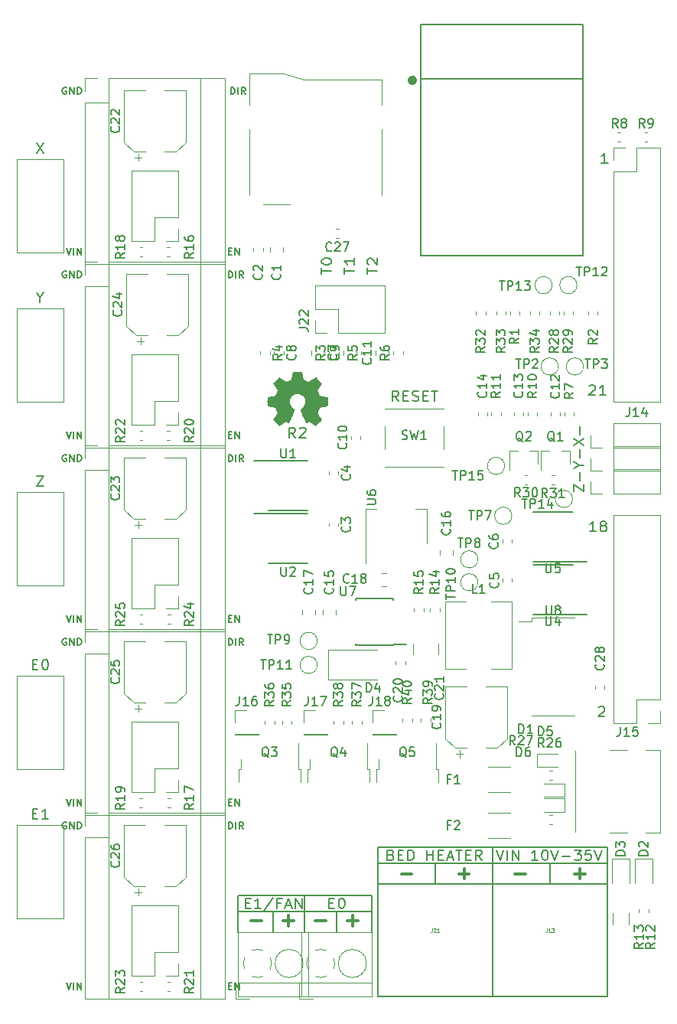
<source format=gbr>
G04 #@! TF.GenerationSoftware,KiCad,Pcbnew,5.1.2-f72e74a~84~ubuntu18.04.1*
G04 #@! TF.CreationDate,2019-07-05T19:17:41+01:00*
G04 #@! TF.ProjectId,esp32controller,65737033-3263-46f6-9e74-726f6c6c6572,rev?*
G04 #@! TF.SameCoordinates,Original*
G04 #@! TF.FileFunction,Legend,Top*
G04 #@! TF.FilePolarity,Positive*
%FSLAX46Y46*%
G04 Gerber Fmt 4.6, Leading zero omitted, Abs format (unit mm)*
G04 Created by KiCad (PCBNEW 5.1.2-f72e74a~84~ubuntu18.04.1) date 2019-07-05 19:17:41*
%MOMM*%
%LPD*%
G04 APERTURE LIST*
%ADD10C,0.200000*%
%ADD11C,0.150000*%
%ADD12C,0.300000*%
%ADD13C,0.010000*%
%ADD14C,0.120000*%
%ADD15C,0.500000*%
%ADD16C,0.127000*%
%ADD17C,0.099060*%
G04 APERTURE END LIST*
D10*
X30788000Y-39613619D02*
X30388000Y-39089809D01*
X30102285Y-39613619D02*
X30102285Y-38513619D01*
X30559428Y-38513619D01*
X30673714Y-38566000D01*
X30730857Y-38618380D01*
X30788000Y-38723142D01*
X30788000Y-38880285D01*
X30730857Y-38985047D01*
X30673714Y-39037428D01*
X30559428Y-39089809D01*
X30102285Y-39089809D01*
X31245142Y-38618380D02*
X31302285Y-38566000D01*
X31416571Y-38513619D01*
X31702285Y-38513619D01*
X31816571Y-38566000D01*
X31873714Y-38618380D01*
X31930857Y-38723142D01*
X31930857Y-38827904D01*
X31873714Y-38985047D01*
X31188000Y-39613619D01*
X31930857Y-39613619D01*
D11*
X23655976Y-1586666D02*
X23655976Y-886666D01*
X23846452Y-886666D01*
X23960738Y-920000D01*
X24036928Y-986666D01*
X24075023Y-1053333D01*
X24113119Y-1186666D01*
X24113119Y-1286666D01*
X24075023Y-1420000D01*
X24036928Y-1486666D01*
X23960738Y-1553333D01*
X23846452Y-1586666D01*
X23655976Y-1586666D01*
X24455976Y-1586666D02*
X24455976Y-886666D01*
X25294071Y-1586666D02*
X25027404Y-1253333D01*
X24836928Y-1586666D02*
X24836928Y-886666D01*
X25141690Y-886666D01*
X25217880Y-920000D01*
X25255976Y-953333D01*
X25294071Y-1020000D01*
X25294071Y-1120000D01*
X25255976Y-1186666D01*
X25217880Y-1220000D01*
X25141690Y-1253333D01*
X24836928Y-1253333D01*
X5439928Y-82200000D02*
X5363738Y-82166666D01*
X5249452Y-82166666D01*
X5135166Y-82200000D01*
X5058976Y-82266666D01*
X5020880Y-82333333D01*
X4982785Y-82466666D01*
X4982785Y-82566666D01*
X5020880Y-82700000D01*
X5058976Y-82766666D01*
X5135166Y-82833333D01*
X5249452Y-82866666D01*
X5325642Y-82866666D01*
X5439928Y-82833333D01*
X5478023Y-82800000D01*
X5478023Y-82566666D01*
X5325642Y-82566666D01*
X5820880Y-82866666D02*
X5820880Y-82166666D01*
X6278023Y-82866666D01*
X6278023Y-82166666D01*
X6658976Y-82866666D02*
X6658976Y-82166666D01*
X6849452Y-82166666D01*
X6963738Y-82200000D01*
X7039928Y-82266666D01*
X7078023Y-82333333D01*
X7116119Y-82466666D01*
X7116119Y-82566666D01*
X7078023Y-82700000D01*
X7039928Y-82766666D01*
X6963738Y-82833333D01*
X6849452Y-82866666D01*
X6658976Y-82866666D01*
X23401976Y-82866666D02*
X23401976Y-82166666D01*
X23592452Y-82166666D01*
X23706738Y-82200000D01*
X23782928Y-82266666D01*
X23821023Y-82333333D01*
X23859119Y-82466666D01*
X23859119Y-82566666D01*
X23821023Y-82700000D01*
X23782928Y-82766666D01*
X23706738Y-82833333D01*
X23592452Y-82866666D01*
X23401976Y-82866666D01*
X24201976Y-82866666D02*
X24201976Y-82166666D01*
X25040071Y-82866666D02*
X24773404Y-82533333D01*
X24582928Y-82866666D02*
X24582928Y-82166666D01*
X24887690Y-82166666D01*
X24963880Y-82200000D01*
X25001976Y-82233333D01*
X25040071Y-82300000D01*
X25040071Y-82400000D01*
X25001976Y-82466666D01*
X24963880Y-82500000D01*
X24887690Y-82533333D01*
X24582928Y-82533333D01*
X5439928Y-99946666D02*
X5706595Y-100646666D01*
X5973261Y-99946666D01*
X6239928Y-100646666D02*
X6239928Y-99946666D01*
X6620880Y-100646666D02*
X6620880Y-99946666D01*
X7078023Y-100646666D01*
X7078023Y-99946666D01*
X23401976Y-100280000D02*
X23668642Y-100280000D01*
X23782928Y-100646666D02*
X23401976Y-100646666D01*
X23401976Y-99946666D01*
X23782928Y-99946666D01*
X24125785Y-100646666D02*
X24125785Y-99946666D01*
X24582928Y-100646666D01*
X24582928Y-99946666D01*
X5439928Y-61880000D02*
X5363738Y-61846666D01*
X5249452Y-61846666D01*
X5135166Y-61880000D01*
X5058976Y-61946666D01*
X5020880Y-62013333D01*
X4982785Y-62146666D01*
X4982785Y-62246666D01*
X5020880Y-62380000D01*
X5058976Y-62446666D01*
X5135166Y-62513333D01*
X5249452Y-62546666D01*
X5325642Y-62546666D01*
X5439928Y-62513333D01*
X5478023Y-62480000D01*
X5478023Y-62246666D01*
X5325642Y-62246666D01*
X5820880Y-62546666D02*
X5820880Y-61846666D01*
X6278023Y-62546666D01*
X6278023Y-61846666D01*
X6658976Y-62546666D02*
X6658976Y-61846666D01*
X6849452Y-61846666D01*
X6963738Y-61880000D01*
X7039928Y-61946666D01*
X7078023Y-62013333D01*
X7116119Y-62146666D01*
X7116119Y-62246666D01*
X7078023Y-62380000D01*
X7039928Y-62446666D01*
X6963738Y-62513333D01*
X6849452Y-62546666D01*
X6658976Y-62546666D01*
X5439928Y-79626666D02*
X5706595Y-80326666D01*
X5973261Y-79626666D01*
X6239928Y-80326666D02*
X6239928Y-79626666D01*
X6620880Y-80326666D02*
X6620880Y-79626666D01*
X7078023Y-80326666D01*
X7078023Y-79626666D01*
X23401976Y-79960000D02*
X23668642Y-79960000D01*
X23782928Y-80326666D02*
X23401976Y-80326666D01*
X23401976Y-79626666D01*
X23782928Y-79626666D01*
X24125785Y-80326666D02*
X24125785Y-79626666D01*
X24582928Y-80326666D01*
X24582928Y-79626666D01*
X23401976Y-62546666D02*
X23401976Y-61846666D01*
X23592452Y-61846666D01*
X23706738Y-61880000D01*
X23782928Y-61946666D01*
X23821023Y-62013333D01*
X23859119Y-62146666D01*
X23859119Y-62246666D01*
X23821023Y-62380000D01*
X23782928Y-62446666D01*
X23706738Y-62513333D01*
X23592452Y-62546666D01*
X23401976Y-62546666D01*
X24201976Y-62546666D02*
X24201976Y-61846666D01*
X25040071Y-62546666D02*
X24773404Y-62213333D01*
X24582928Y-62546666D02*
X24582928Y-61846666D01*
X24887690Y-61846666D01*
X24963880Y-61880000D01*
X25001976Y-61913333D01*
X25040071Y-61980000D01*
X25040071Y-62080000D01*
X25001976Y-62146666D01*
X24963880Y-62180000D01*
X24887690Y-62213333D01*
X24582928Y-62213333D01*
X5439928Y-41560000D02*
X5363738Y-41526666D01*
X5249452Y-41526666D01*
X5135166Y-41560000D01*
X5058976Y-41626666D01*
X5020880Y-41693333D01*
X4982785Y-41826666D01*
X4982785Y-41926666D01*
X5020880Y-42060000D01*
X5058976Y-42126666D01*
X5135166Y-42193333D01*
X5249452Y-42226666D01*
X5325642Y-42226666D01*
X5439928Y-42193333D01*
X5478023Y-42160000D01*
X5478023Y-41926666D01*
X5325642Y-41926666D01*
X5820880Y-42226666D02*
X5820880Y-41526666D01*
X6278023Y-42226666D01*
X6278023Y-41526666D01*
X6658976Y-42226666D02*
X6658976Y-41526666D01*
X6849452Y-41526666D01*
X6963738Y-41560000D01*
X7039928Y-41626666D01*
X7078023Y-41693333D01*
X7116119Y-41826666D01*
X7116119Y-41926666D01*
X7078023Y-42060000D01*
X7039928Y-42126666D01*
X6963738Y-42193333D01*
X6849452Y-42226666D01*
X6658976Y-42226666D01*
X23401976Y-59640000D02*
X23668642Y-59640000D01*
X23782928Y-60006666D02*
X23401976Y-60006666D01*
X23401976Y-59306666D01*
X23782928Y-59306666D01*
X24125785Y-60006666D02*
X24125785Y-59306666D01*
X24582928Y-60006666D01*
X24582928Y-59306666D01*
X5439928Y-59306666D02*
X5706595Y-60006666D01*
X5973261Y-59306666D01*
X6239928Y-60006666D02*
X6239928Y-59306666D01*
X6620880Y-60006666D02*
X6620880Y-59306666D01*
X7078023Y-60006666D01*
X7078023Y-59306666D01*
X23401976Y-42226666D02*
X23401976Y-41526666D01*
X23592452Y-41526666D01*
X23706738Y-41560000D01*
X23782928Y-41626666D01*
X23821023Y-41693333D01*
X23859119Y-41826666D01*
X23859119Y-41926666D01*
X23821023Y-42060000D01*
X23782928Y-42126666D01*
X23706738Y-42193333D01*
X23592452Y-42226666D01*
X23401976Y-42226666D01*
X24201976Y-42226666D02*
X24201976Y-41526666D01*
X25040071Y-42226666D02*
X24773404Y-41893333D01*
X24582928Y-42226666D02*
X24582928Y-41526666D01*
X24887690Y-41526666D01*
X24963880Y-41560000D01*
X25001976Y-41593333D01*
X25040071Y-41660000D01*
X25040071Y-41760000D01*
X25001976Y-41826666D01*
X24963880Y-41860000D01*
X24887690Y-41893333D01*
X24582928Y-41893333D01*
X5439928Y-21240000D02*
X5363738Y-21206666D01*
X5249452Y-21206666D01*
X5135166Y-21240000D01*
X5058976Y-21306666D01*
X5020880Y-21373333D01*
X4982785Y-21506666D01*
X4982785Y-21606666D01*
X5020880Y-21740000D01*
X5058976Y-21806666D01*
X5135166Y-21873333D01*
X5249452Y-21906666D01*
X5325642Y-21906666D01*
X5439928Y-21873333D01*
X5478023Y-21840000D01*
X5478023Y-21606666D01*
X5325642Y-21606666D01*
X5820880Y-21906666D02*
X5820880Y-21206666D01*
X6278023Y-21906666D01*
X6278023Y-21206666D01*
X6658976Y-21906666D02*
X6658976Y-21206666D01*
X6849452Y-21206666D01*
X6963738Y-21240000D01*
X7039928Y-21306666D01*
X7078023Y-21373333D01*
X7116119Y-21506666D01*
X7116119Y-21606666D01*
X7078023Y-21740000D01*
X7039928Y-21806666D01*
X6963738Y-21873333D01*
X6849452Y-21906666D01*
X6658976Y-21906666D01*
X5439928Y-38986666D02*
X5706595Y-39686666D01*
X5973261Y-38986666D01*
X6239928Y-39686666D02*
X6239928Y-38986666D01*
X6620880Y-39686666D02*
X6620880Y-38986666D01*
X7078023Y-39686666D01*
X7078023Y-38986666D01*
X23401976Y-39320000D02*
X23668642Y-39320000D01*
X23782928Y-39686666D02*
X23401976Y-39686666D01*
X23401976Y-38986666D01*
X23782928Y-38986666D01*
X24125785Y-39686666D02*
X24125785Y-38986666D01*
X24582928Y-39686666D01*
X24582928Y-38986666D01*
X5439928Y-18666666D02*
X5706595Y-19366666D01*
X5973261Y-18666666D01*
X6239928Y-19366666D02*
X6239928Y-18666666D01*
X6620880Y-19366666D02*
X6620880Y-18666666D01*
X7078023Y-19366666D01*
X7078023Y-18666666D01*
X23401976Y-21906666D02*
X23401976Y-21206666D01*
X23592452Y-21206666D01*
X23706738Y-21240000D01*
X23782928Y-21306666D01*
X23821023Y-21373333D01*
X23859119Y-21506666D01*
X23859119Y-21606666D01*
X23821023Y-21740000D01*
X23782928Y-21806666D01*
X23706738Y-21873333D01*
X23592452Y-21906666D01*
X23401976Y-21906666D01*
X24201976Y-21906666D02*
X24201976Y-21206666D01*
X25040071Y-21906666D02*
X24773404Y-21573333D01*
X24582928Y-21906666D02*
X24582928Y-21206666D01*
X24887690Y-21206666D01*
X24963880Y-21240000D01*
X25001976Y-21273333D01*
X25040071Y-21340000D01*
X25040071Y-21440000D01*
X25001976Y-21506666D01*
X24963880Y-21540000D01*
X24887690Y-21573333D01*
X24582928Y-21573333D01*
X23401976Y-19000000D02*
X23668642Y-19000000D01*
X23782928Y-19366666D02*
X23401976Y-19366666D01*
X23401976Y-18666666D01*
X23782928Y-18666666D01*
X24125785Y-19366666D02*
X24125785Y-18666666D01*
X24582928Y-19366666D01*
X24582928Y-18666666D01*
X5439928Y-920000D02*
X5363738Y-886666D01*
X5249452Y-886666D01*
X5135166Y-920000D01*
X5058976Y-986666D01*
X5020880Y-1053333D01*
X4982785Y-1186666D01*
X4982785Y-1286666D01*
X5020880Y-1420000D01*
X5058976Y-1486666D01*
X5135166Y-1553333D01*
X5249452Y-1586666D01*
X5325642Y-1586666D01*
X5439928Y-1553333D01*
X5478023Y-1520000D01*
X5478023Y-1286666D01*
X5325642Y-1286666D01*
X5820880Y-1586666D02*
X5820880Y-886666D01*
X6278023Y-1586666D01*
X6278023Y-886666D01*
X6658976Y-1586666D02*
X6658976Y-886666D01*
X6849452Y-886666D01*
X6963738Y-920000D01*
X7039928Y-986666D01*
X7078023Y-1053333D01*
X7116119Y-1186666D01*
X7116119Y-1286666D01*
X7078023Y-1420000D01*
X7039928Y-1486666D01*
X6963738Y-1553333D01*
X6849452Y-1586666D01*
X6658976Y-1586666D01*
D10*
X1711428Y-81201428D02*
X2111428Y-81201428D01*
X2282857Y-81777619D02*
X1711428Y-81777619D01*
X1711428Y-80677619D01*
X2282857Y-80677619D01*
X3425714Y-81777619D02*
X2740000Y-81777619D01*
X3082857Y-81777619D02*
X3082857Y-80677619D01*
X2968571Y-80834761D01*
X2854285Y-80939523D01*
X2740000Y-80991904D01*
X1711428Y-64691428D02*
X2111428Y-64691428D01*
X2282857Y-65267619D02*
X1711428Y-65267619D01*
X1711428Y-64167619D01*
X2282857Y-64167619D01*
X3025714Y-64167619D02*
X3140000Y-64167619D01*
X3254285Y-64220000D01*
X3311428Y-64272380D01*
X3368571Y-64377142D01*
X3425714Y-64586666D01*
X3425714Y-64848571D01*
X3368571Y-65058095D01*
X3311428Y-65162857D01*
X3254285Y-65215238D01*
X3140000Y-65267619D01*
X3025714Y-65267619D01*
X2911428Y-65215238D01*
X2854285Y-65162857D01*
X2797142Y-65058095D01*
X2740000Y-64848571D01*
X2740000Y-64586666D01*
X2797142Y-64377142D01*
X2854285Y-64272380D01*
X2911428Y-64220000D01*
X3025714Y-64167619D01*
X2140000Y-43847619D02*
X2940000Y-43847619D01*
X2140000Y-44947619D01*
X2940000Y-44947619D01*
X2540000Y-24103809D02*
X2540000Y-24627619D01*
X2140000Y-23527619D02*
X2540000Y-24103809D01*
X2940000Y-23527619D01*
X2140000Y-7017619D02*
X2940000Y-8117619D01*
X2940000Y-7017619D02*
X2140000Y-8117619D01*
X61627619Y-40512857D02*
X62727619Y-39712857D01*
X61627619Y-39712857D02*
X62727619Y-40512857D01*
X62308571Y-39255714D02*
X62308571Y-38341428D01*
X62203809Y-42652857D02*
X62727619Y-42652857D01*
X61627619Y-43052857D02*
X62203809Y-42652857D01*
X61627619Y-42252857D01*
X62308571Y-41852857D02*
X62308571Y-40938571D01*
X61627619Y-45592857D02*
X61627619Y-44792857D01*
X62727619Y-45592857D01*
X62727619Y-44792857D01*
X62308571Y-44335714D02*
X62308571Y-43421428D01*
X63296914Y-33893980D02*
X63354057Y-33841600D01*
X63468342Y-33789219D01*
X63754057Y-33789219D01*
X63868342Y-33841600D01*
X63925485Y-33893980D01*
X63982628Y-33998742D01*
X63982628Y-34103504D01*
X63925485Y-34260647D01*
X63239771Y-34889219D01*
X63982628Y-34889219D01*
X65125485Y-34889219D02*
X64439771Y-34889219D01*
X64782628Y-34889219D02*
X64782628Y-33789219D01*
X64668342Y-33946361D01*
X64554057Y-34051123D01*
X64439771Y-34103504D01*
X64084228Y-49976819D02*
X63398514Y-49976819D01*
X63741371Y-49976819D02*
X63741371Y-48876819D01*
X63627085Y-49033961D01*
X63512800Y-49138723D01*
X63398514Y-49191104D01*
X64769942Y-49348247D02*
X64655657Y-49295866D01*
X64598514Y-49243485D01*
X64541371Y-49138723D01*
X64541371Y-49086342D01*
X64598514Y-48981580D01*
X64655657Y-48929200D01*
X64769942Y-48876819D01*
X64998514Y-48876819D01*
X65112800Y-48929200D01*
X65169942Y-48981580D01*
X65227085Y-49086342D01*
X65227085Y-49138723D01*
X65169942Y-49243485D01*
X65112800Y-49295866D01*
X64998514Y-49348247D01*
X64769942Y-49348247D01*
X64655657Y-49400628D01*
X64598514Y-49453009D01*
X64541371Y-49557771D01*
X64541371Y-49767295D01*
X64598514Y-49872057D01*
X64655657Y-49924438D01*
X64769942Y-49976819D01*
X64998514Y-49976819D01*
X65112800Y-49924438D01*
X65169942Y-49872057D01*
X65227085Y-49767295D01*
X65227085Y-49557771D01*
X65169942Y-49453009D01*
X65112800Y-49400628D01*
X64998514Y-49348247D01*
X64325542Y-69453980D02*
X64382685Y-69401600D01*
X64496971Y-69349219D01*
X64782685Y-69349219D01*
X64896971Y-69401600D01*
X64954114Y-69453980D01*
X65011257Y-69558742D01*
X65011257Y-69663504D01*
X64954114Y-69820647D01*
X64268400Y-70449219D01*
X65011257Y-70449219D01*
X65366857Y-9260619D02*
X64681142Y-9260619D01*
X65024000Y-9260619D02*
X65024000Y-8160619D01*
X64909714Y-8317761D01*
X64795428Y-8422523D01*
X64681142Y-8474904D01*
X42199142Y-35549619D02*
X41799142Y-35025809D01*
X41513428Y-35549619D02*
X41513428Y-34449619D01*
X41970571Y-34449619D01*
X42084857Y-34502000D01*
X42142000Y-34554380D01*
X42199142Y-34659142D01*
X42199142Y-34816285D01*
X42142000Y-34921047D01*
X42084857Y-34973428D01*
X41970571Y-35025809D01*
X41513428Y-35025809D01*
X42713428Y-34973428D02*
X43113428Y-34973428D01*
X43284857Y-35549619D02*
X42713428Y-35549619D01*
X42713428Y-34449619D01*
X43284857Y-34449619D01*
X43742000Y-35497238D02*
X43913428Y-35549619D01*
X44199142Y-35549619D01*
X44313428Y-35497238D01*
X44370571Y-35444857D01*
X44427714Y-35340095D01*
X44427714Y-35235333D01*
X44370571Y-35130571D01*
X44313428Y-35078190D01*
X44199142Y-35025809D01*
X43970571Y-34973428D01*
X43856285Y-34921047D01*
X43799142Y-34868666D01*
X43742000Y-34763904D01*
X43742000Y-34659142D01*
X43799142Y-34554380D01*
X43856285Y-34502000D01*
X43970571Y-34449619D01*
X44256285Y-34449619D01*
X44427714Y-34502000D01*
X44942000Y-34973428D02*
X45342000Y-34973428D01*
X45513428Y-35549619D02*
X44942000Y-35549619D01*
X44942000Y-34449619D01*
X45513428Y-34449619D01*
X45856285Y-34449619D02*
X46542000Y-34449619D01*
X46199142Y-35549619D02*
X46199142Y-34449619D01*
X33687619Y-21488285D02*
X33687619Y-20802571D01*
X34787619Y-21145428D02*
X33687619Y-21145428D01*
X33687619Y-20174000D02*
X33687619Y-20059714D01*
X33740000Y-19945428D01*
X33792380Y-19888285D01*
X33897142Y-19831142D01*
X34106666Y-19774000D01*
X34368571Y-19774000D01*
X34578095Y-19831142D01*
X34682857Y-19888285D01*
X34735238Y-19945428D01*
X34787619Y-20059714D01*
X34787619Y-20174000D01*
X34735238Y-20288285D01*
X34682857Y-20345428D01*
X34578095Y-20402571D01*
X34368571Y-20459714D01*
X34106666Y-20459714D01*
X33897142Y-20402571D01*
X33792380Y-20345428D01*
X33740000Y-20288285D01*
X33687619Y-20174000D01*
X36227619Y-21488285D02*
X36227619Y-20802571D01*
X37327619Y-21145428D02*
X36227619Y-21145428D01*
X37327619Y-19774000D02*
X37327619Y-20459714D01*
X37327619Y-20116857D02*
X36227619Y-20116857D01*
X36384761Y-20231142D01*
X36489523Y-20345428D01*
X36541904Y-20459714D01*
X38767619Y-21488285D02*
X38767619Y-20802571D01*
X39867619Y-21145428D02*
X38767619Y-21145428D01*
X38872380Y-20459714D02*
X38820000Y-20402571D01*
X38767619Y-20288285D01*
X38767619Y-20002571D01*
X38820000Y-19888285D01*
X38872380Y-19831142D01*
X38977142Y-19774000D01*
X39081904Y-19774000D01*
X39239047Y-19831142D01*
X39867619Y-20516857D01*
X39867619Y-19774000D01*
X25270214Y-91107428D02*
X25670214Y-91107428D01*
X25841642Y-91683619D02*
X25270214Y-91683619D01*
X25270214Y-90583619D01*
X25841642Y-90583619D01*
X26984500Y-91683619D02*
X26298785Y-91683619D01*
X26641642Y-91683619D02*
X26641642Y-90583619D01*
X26527357Y-90740761D01*
X26413071Y-90845523D01*
X26298785Y-90897904D01*
X28355928Y-90531238D02*
X27327357Y-91945523D01*
X29155928Y-91107428D02*
X28755928Y-91107428D01*
X28755928Y-91683619D02*
X28755928Y-90583619D01*
X29327357Y-90583619D01*
X29727357Y-91369333D02*
X30298785Y-91369333D01*
X29613071Y-91683619D02*
X30013071Y-90583619D01*
X30413071Y-91683619D01*
X30813071Y-91683619D02*
X30813071Y-90583619D01*
X31498785Y-91683619D01*
X31498785Y-90583619D01*
X34540928Y-91107428D02*
X34940928Y-91107428D01*
X35112357Y-91683619D02*
X34540928Y-91683619D01*
X34540928Y-90583619D01*
X35112357Y-90583619D01*
X35855214Y-90583619D02*
X35969500Y-90583619D01*
X36083785Y-90636000D01*
X36140928Y-90688380D01*
X36198071Y-90793142D01*
X36255214Y-91002666D01*
X36255214Y-91264571D01*
X36198071Y-91474095D01*
X36140928Y-91578857D01*
X36083785Y-91631238D01*
X35969500Y-91683619D01*
X35855214Y-91683619D01*
X35740928Y-91631238D01*
X35683785Y-91578857D01*
X35626642Y-91474095D01*
X35569500Y-91264571D01*
X35569500Y-91002666D01*
X35626642Y-90793142D01*
X35683785Y-90688380D01*
X35740928Y-90636000D01*
X35855214Y-90583619D01*
X41364500Y-85773428D02*
X41535928Y-85825809D01*
X41593071Y-85878190D01*
X41650214Y-85982952D01*
X41650214Y-86140095D01*
X41593071Y-86244857D01*
X41535928Y-86297238D01*
X41421642Y-86349619D01*
X40964500Y-86349619D01*
X40964500Y-85249619D01*
X41364500Y-85249619D01*
X41478785Y-85302000D01*
X41535928Y-85354380D01*
X41593071Y-85459142D01*
X41593071Y-85563904D01*
X41535928Y-85668666D01*
X41478785Y-85721047D01*
X41364500Y-85773428D01*
X40964500Y-85773428D01*
X42164500Y-85773428D02*
X42564500Y-85773428D01*
X42735928Y-86349619D02*
X42164500Y-86349619D01*
X42164500Y-85249619D01*
X42735928Y-85249619D01*
X43250214Y-86349619D02*
X43250214Y-85249619D01*
X43535928Y-85249619D01*
X43707357Y-85302000D01*
X43821642Y-85406761D01*
X43878785Y-85511523D01*
X43935928Y-85721047D01*
X43935928Y-85878190D01*
X43878785Y-86087714D01*
X43821642Y-86192476D01*
X43707357Y-86297238D01*
X43535928Y-86349619D01*
X43250214Y-86349619D01*
X45364500Y-86349619D02*
X45364500Y-85249619D01*
X45364500Y-85773428D02*
X46050214Y-85773428D01*
X46050214Y-86349619D02*
X46050214Y-85249619D01*
X46621642Y-85773428D02*
X47021642Y-85773428D01*
X47193071Y-86349619D02*
X46621642Y-86349619D01*
X46621642Y-85249619D01*
X47193071Y-85249619D01*
X47650214Y-86035333D02*
X48221642Y-86035333D01*
X47535928Y-86349619D02*
X47935928Y-85249619D01*
X48335928Y-86349619D01*
X48564500Y-85249619D02*
X49250214Y-85249619D01*
X48907357Y-86349619D02*
X48907357Y-85249619D01*
X49650214Y-85773428D02*
X50050214Y-85773428D01*
X50221642Y-86349619D02*
X49650214Y-86349619D01*
X49650214Y-85249619D01*
X50221642Y-85249619D01*
X51421642Y-86349619D02*
X51021642Y-85825809D01*
X50735928Y-86349619D02*
X50735928Y-85249619D01*
X51193071Y-85249619D01*
X51307357Y-85302000D01*
X51364500Y-85354380D01*
X51421642Y-85459142D01*
X51421642Y-85616285D01*
X51364500Y-85721047D01*
X51307357Y-85773428D01*
X51193071Y-85825809D01*
X50735928Y-85825809D01*
X53035928Y-85249619D02*
X53435928Y-86349619D01*
X53835928Y-85249619D01*
X54235928Y-86349619D02*
X54235928Y-85249619D01*
X54807357Y-86349619D02*
X54807357Y-85249619D01*
X55493071Y-86349619D01*
X55493071Y-85249619D01*
X57607357Y-86349619D02*
X56921642Y-86349619D01*
X57264500Y-86349619D02*
X57264500Y-85249619D01*
X57150214Y-85406761D01*
X57035928Y-85511523D01*
X56921642Y-85563904D01*
X58350214Y-85249619D02*
X58464500Y-85249619D01*
X58578785Y-85302000D01*
X58635928Y-85354380D01*
X58693071Y-85459142D01*
X58750214Y-85668666D01*
X58750214Y-85930571D01*
X58693071Y-86140095D01*
X58635928Y-86244857D01*
X58578785Y-86297238D01*
X58464500Y-86349619D01*
X58350214Y-86349619D01*
X58235928Y-86297238D01*
X58178785Y-86244857D01*
X58121642Y-86140095D01*
X58064500Y-85930571D01*
X58064500Y-85668666D01*
X58121642Y-85459142D01*
X58178785Y-85354380D01*
X58235928Y-85302000D01*
X58350214Y-85249619D01*
X59093071Y-85249619D02*
X59493071Y-86349619D01*
X59893071Y-85249619D01*
X60293071Y-85930571D02*
X61207357Y-85930571D01*
X61664500Y-85249619D02*
X62407357Y-85249619D01*
X62007357Y-85668666D01*
X62178785Y-85668666D01*
X62293071Y-85721047D01*
X62350214Y-85773428D01*
X62407357Y-85878190D01*
X62407357Y-86140095D01*
X62350214Y-86244857D01*
X62293071Y-86297238D01*
X62178785Y-86349619D01*
X61835928Y-86349619D01*
X61721642Y-86297238D01*
X61664500Y-86244857D01*
X63493071Y-85249619D02*
X62921642Y-85249619D01*
X62864500Y-85773428D01*
X62921642Y-85721047D01*
X63035928Y-85668666D01*
X63321642Y-85668666D01*
X63435928Y-85721047D01*
X63493071Y-85773428D01*
X63550214Y-85878190D01*
X63550214Y-86140095D01*
X63493071Y-86244857D01*
X63435928Y-86297238D01*
X63321642Y-86349619D01*
X63035928Y-86349619D01*
X62921642Y-86297238D01*
X62864500Y-86244857D01*
X63893071Y-85249619D02*
X64293071Y-86349619D01*
X64693071Y-85249619D01*
D12*
X33020071Y-93071142D02*
X34162928Y-93071142D01*
X36576071Y-93071142D02*
X37718928Y-93071142D01*
X37147500Y-93642571D02*
X37147500Y-92499714D01*
X29464071Y-93071142D02*
X30606928Y-93071142D01*
X30035500Y-93642571D02*
X30035500Y-92499714D01*
X25908071Y-93071142D02*
X27050928Y-93071142D01*
D11*
X28333700Y-94310200D02*
X28333700Y-92049600D01*
X24447500Y-94335600D02*
X24447500Y-90246200D01*
X31813500Y-94361000D02*
X31813500Y-90297000D01*
X39251500Y-94330000D02*
X39251500Y-90297000D01*
X35313620Y-94307660D02*
X35313620Y-92021660D01*
X39255700Y-90243660D02*
X24472900Y-90243660D01*
X24472900Y-92021660D02*
X39179500Y-92021660D01*
D12*
X42545071Y-87864142D02*
X43687928Y-87864142D01*
X48895071Y-87864142D02*
X50037928Y-87864142D01*
X49466500Y-88435571D02*
X49466500Y-87292714D01*
D11*
X39941500Y-86715600D02*
X52641500Y-86715600D01*
X46291500Y-89001600D02*
X46291500Y-86715600D01*
X39941500Y-84937600D02*
X39941500Y-88973660D01*
X52641500Y-84937600D02*
X39941500Y-84937600D01*
D12*
X55118071Y-87864142D02*
X56260928Y-87864142D01*
D11*
X52641500Y-86715600D02*
X65341500Y-86715600D01*
X58991500Y-89001600D02*
X58991500Y-86715600D01*
X65341500Y-84937600D02*
X65341500Y-88973660D01*
X52641500Y-84937600D02*
X65341500Y-84937600D01*
X52631340Y-88973660D02*
X52641500Y-84937600D01*
D12*
X61722071Y-87864142D02*
X62864928Y-87864142D01*
X62293500Y-88435571D02*
X62293500Y-87292714D01*
D13*
G36*
X31543814Y-32774931D02*
G01*
X31627635Y-33219555D01*
X31936920Y-33347053D01*
X32246206Y-33474551D01*
X32617246Y-33222246D01*
X32721157Y-33151996D01*
X32815087Y-33089272D01*
X32894652Y-33036938D01*
X32955470Y-32997857D01*
X32993157Y-32974893D01*
X33003421Y-32969942D01*
X33021910Y-32982676D01*
X33061420Y-33017882D01*
X33117522Y-33071062D01*
X33185787Y-33137718D01*
X33261786Y-33213354D01*
X33341092Y-33293472D01*
X33419275Y-33373574D01*
X33491907Y-33449164D01*
X33554559Y-33515745D01*
X33602803Y-33568818D01*
X33632210Y-33603887D01*
X33639241Y-33615623D01*
X33629123Y-33637260D01*
X33600759Y-33684662D01*
X33557129Y-33753193D01*
X33501218Y-33838215D01*
X33436006Y-33935093D01*
X33398219Y-33990350D01*
X33329343Y-34091248D01*
X33268140Y-34182299D01*
X33217578Y-34258970D01*
X33180628Y-34316728D01*
X33160258Y-34351043D01*
X33157197Y-34358254D01*
X33164136Y-34378748D01*
X33183051Y-34426513D01*
X33211087Y-34494832D01*
X33245391Y-34576989D01*
X33283109Y-34666270D01*
X33321387Y-34755958D01*
X33357370Y-34839338D01*
X33388206Y-34909694D01*
X33411039Y-34960310D01*
X33423017Y-34984471D01*
X33423724Y-34985422D01*
X33442531Y-34990036D01*
X33492618Y-35000328D01*
X33568793Y-35015287D01*
X33665865Y-35033901D01*
X33778643Y-35055159D01*
X33844442Y-35067418D01*
X33964950Y-35090362D01*
X34073797Y-35112195D01*
X34165476Y-35131722D01*
X34234481Y-35147748D01*
X34275304Y-35159079D01*
X34283511Y-35162674D01*
X34291548Y-35187006D01*
X34298033Y-35241959D01*
X34302970Y-35321108D01*
X34306364Y-35418026D01*
X34308218Y-35526287D01*
X34308538Y-35639465D01*
X34307327Y-35751135D01*
X34304590Y-35854868D01*
X34300331Y-35944241D01*
X34294555Y-36012826D01*
X34287267Y-36054197D01*
X34282895Y-36062810D01*
X34256764Y-36073133D01*
X34201393Y-36087892D01*
X34124107Y-36105352D01*
X34032230Y-36123780D01*
X34000158Y-36129741D01*
X33845524Y-36158066D01*
X33723375Y-36180876D01*
X33629673Y-36199080D01*
X33560384Y-36213583D01*
X33511471Y-36225292D01*
X33478897Y-36235115D01*
X33458628Y-36243956D01*
X33446626Y-36252724D01*
X33444947Y-36254457D01*
X33428184Y-36282371D01*
X33402614Y-36336695D01*
X33370788Y-36410777D01*
X33335260Y-36497965D01*
X33298583Y-36591608D01*
X33263311Y-36685052D01*
X33231996Y-36771647D01*
X33207193Y-36844740D01*
X33191454Y-36897678D01*
X33187332Y-36923811D01*
X33187676Y-36924726D01*
X33201641Y-36946086D01*
X33233322Y-36993084D01*
X33279391Y-37060827D01*
X33336518Y-37144423D01*
X33401373Y-37238982D01*
X33419843Y-37265854D01*
X33485699Y-37363275D01*
X33543650Y-37452163D01*
X33590538Y-37527412D01*
X33623207Y-37583920D01*
X33638500Y-37616581D01*
X33639241Y-37620593D01*
X33626392Y-37641684D01*
X33590888Y-37683464D01*
X33537293Y-37741445D01*
X33470171Y-37811135D01*
X33394087Y-37888045D01*
X33313604Y-37967683D01*
X33233287Y-38045561D01*
X33157699Y-38117186D01*
X33091405Y-38178070D01*
X33038969Y-38223721D01*
X33004955Y-38249650D01*
X32995545Y-38253883D01*
X32973643Y-38243912D01*
X32928800Y-38217020D01*
X32868321Y-38177736D01*
X32821789Y-38146117D01*
X32737475Y-38088098D01*
X32637626Y-38019784D01*
X32537473Y-37951579D01*
X32483627Y-37915075D01*
X32301371Y-37791800D01*
X32148381Y-37874520D01*
X32078682Y-37910759D01*
X32019414Y-37938926D01*
X31979311Y-37954991D01*
X31969103Y-37957226D01*
X31956829Y-37940722D01*
X31932613Y-37894082D01*
X31898263Y-37821609D01*
X31855588Y-37727606D01*
X31806394Y-37616374D01*
X31752490Y-37492215D01*
X31695684Y-37359432D01*
X31637782Y-37222327D01*
X31580593Y-37085202D01*
X31525924Y-36952358D01*
X31475584Y-36828098D01*
X31431380Y-36716725D01*
X31395119Y-36622539D01*
X31368609Y-36549844D01*
X31353658Y-36502941D01*
X31351254Y-36486833D01*
X31370311Y-36466286D01*
X31412036Y-36432933D01*
X31467706Y-36393702D01*
X31472378Y-36390599D01*
X31616264Y-36275423D01*
X31732283Y-36141053D01*
X31819430Y-35991784D01*
X31876699Y-35831913D01*
X31903086Y-35665737D01*
X31897585Y-35497552D01*
X31859190Y-35331655D01*
X31786895Y-35172342D01*
X31765626Y-35137487D01*
X31654996Y-34996737D01*
X31524302Y-34883714D01*
X31378064Y-34799003D01*
X31220808Y-34743194D01*
X31057057Y-34716874D01*
X30891333Y-34720630D01*
X30728162Y-34755050D01*
X30572065Y-34820723D01*
X30427567Y-34918235D01*
X30382869Y-34957813D01*
X30269112Y-35081703D01*
X30186218Y-35212124D01*
X30129356Y-35358315D01*
X30097687Y-35503088D01*
X30089869Y-35665860D01*
X30115938Y-35829440D01*
X30173245Y-35988298D01*
X30259144Y-36136906D01*
X30370986Y-36269735D01*
X30506123Y-36381256D01*
X30523883Y-36393011D01*
X30580150Y-36431508D01*
X30622923Y-36464863D01*
X30643372Y-36486160D01*
X30643669Y-36486833D01*
X30639279Y-36509871D01*
X30621876Y-36562157D01*
X30593268Y-36639390D01*
X30555265Y-36737268D01*
X30509674Y-36851491D01*
X30458303Y-36977758D01*
X30402962Y-37111767D01*
X30345458Y-37249218D01*
X30287601Y-37385808D01*
X30231198Y-37517237D01*
X30178058Y-37639205D01*
X30129990Y-37747409D01*
X30088801Y-37837549D01*
X30056301Y-37905323D01*
X30034297Y-37946430D01*
X30025436Y-37957226D01*
X29998360Y-37948819D01*
X29947697Y-37926272D01*
X29882183Y-37893613D01*
X29846159Y-37874520D01*
X29693168Y-37791800D01*
X29510912Y-37915075D01*
X29417875Y-37978228D01*
X29316015Y-38047727D01*
X29220562Y-38113165D01*
X29172750Y-38146117D01*
X29105505Y-38191273D01*
X29048564Y-38227057D01*
X29009354Y-38248938D01*
X28996619Y-38253563D01*
X28978083Y-38241085D01*
X28937059Y-38206252D01*
X28877525Y-38152678D01*
X28803458Y-38083983D01*
X28718835Y-38003781D01*
X28665315Y-37952286D01*
X28571681Y-37860286D01*
X28490759Y-37777999D01*
X28425823Y-37708945D01*
X28380142Y-37656644D01*
X28356989Y-37624616D01*
X28354768Y-37618116D01*
X28365076Y-37593394D01*
X28393561Y-37543405D01*
X28437063Y-37473212D01*
X28492423Y-37387875D01*
X28556480Y-37292456D01*
X28574697Y-37265854D01*
X28641073Y-37169167D01*
X28700622Y-37082117D01*
X28750016Y-37009595D01*
X28785925Y-36956493D01*
X28805019Y-36927703D01*
X28806864Y-36924726D01*
X28804105Y-36901782D01*
X28789462Y-36851336D01*
X28765487Y-36780041D01*
X28734734Y-36694547D01*
X28699756Y-36601507D01*
X28663107Y-36507574D01*
X28627339Y-36419399D01*
X28595006Y-36343634D01*
X28568662Y-36286931D01*
X28550858Y-36255943D01*
X28549593Y-36254457D01*
X28538706Y-36245601D01*
X28520318Y-36236843D01*
X28490394Y-36227277D01*
X28444897Y-36215996D01*
X28379791Y-36202093D01*
X28291039Y-36184663D01*
X28174607Y-36162798D01*
X28026458Y-36135591D01*
X27994382Y-36129741D01*
X27899314Y-36111374D01*
X27816435Y-36093405D01*
X27753070Y-36077569D01*
X27716542Y-36065600D01*
X27711644Y-36062810D01*
X27703573Y-36038072D01*
X27697013Y-35982790D01*
X27691967Y-35903389D01*
X27688441Y-35806296D01*
X27686439Y-35697938D01*
X27685964Y-35584740D01*
X27687023Y-35473128D01*
X27689618Y-35369529D01*
X27693754Y-35280368D01*
X27699437Y-35212072D01*
X27706669Y-35171066D01*
X27711029Y-35162674D01*
X27735302Y-35154208D01*
X27790574Y-35140435D01*
X27871338Y-35122550D01*
X27972088Y-35101748D01*
X28087317Y-35079223D01*
X28150098Y-35067418D01*
X28269213Y-35045151D01*
X28375435Y-35024979D01*
X28463573Y-35007915D01*
X28528434Y-34994969D01*
X28564826Y-34987155D01*
X28570816Y-34985422D01*
X28580939Y-34965890D01*
X28602338Y-34918843D01*
X28632161Y-34851003D01*
X28667555Y-34769091D01*
X28705668Y-34679828D01*
X28743647Y-34589935D01*
X28778640Y-34506135D01*
X28807794Y-34435147D01*
X28828257Y-34383694D01*
X28837177Y-34358497D01*
X28837343Y-34357396D01*
X28827231Y-34337519D01*
X28798883Y-34291777D01*
X28755277Y-34224717D01*
X28699394Y-34140884D01*
X28634213Y-34044826D01*
X28596321Y-33989650D01*
X28527275Y-33888481D01*
X28465950Y-33796630D01*
X28415337Y-33718744D01*
X28378429Y-33659469D01*
X28358218Y-33623451D01*
X28355299Y-33615377D01*
X28367847Y-33596584D01*
X28402537Y-33556457D01*
X28454937Y-33499493D01*
X28520616Y-33430185D01*
X28595144Y-33353031D01*
X28674087Y-33272525D01*
X28753017Y-33193163D01*
X28827500Y-33119440D01*
X28893106Y-33055852D01*
X28945404Y-33006894D01*
X28979961Y-32977061D01*
X28991522Y-32969942D01*
X29010346Y-32979953D01*
X29055369Y-33008078D01*
X29122213Y-33051454D01*
X29206501Y-33107218D01*
X29303856Y-33172506D01*
X29377293Y-33222246D01*
X29748333Y-33474551D01*
X30366905Y-33219555D01*
X30450725Y-32774931D01*
X30534546Y-32330307D01*
X31459994Y-32330307D01*
X31543814Y-32774931D01*
X31543814Y-32774931D01*
G37*
X31543814Y-32774931D02*
X31627635Y-33219555D01*
X31936920Y-33347053D01*
X32246206Y-33474551D01*
X32617246Y-33222246D01*
X32721157Y-33151996D01*
X32815087Y-33089272D01*
X32894652Y-33036938D01*
X32955470Y-32997857D01*
X32993157Y-32974893D01*
X33003421Y-32969942D01*
X33021910Y-32982676D01*
X33061420Y-33017882D01*
X33117522Y-33071062D01*
X33185787Y-33137718D01*
X33261786Y-33213354D01*
X33341092Y-33293472D01*
X33419275Y-33373574D01*
X33491907Y-33449164D01*
X33554559Y-33515745D01*
X33602803Y-33568818D01*
X33632210Y-33603887D01*
X33639241Y-33615623D01*
X33629123Y-33637260D01*
X33600759Y-33684662D01*
X33557129Y-33753193D01*
X33501218Y-33838215D01*
X33436006Y-33935093D01*
X33398219Y-33990350D01*
X33329343Y-34091248D01*
X33268140Y-34182299D01*
X33217578Y-34258970D01*
X33180628Y-34316728D01*
X33160258Y-34351043D01*
X33157197Y-34358254D01*
X33164136Y-34378748D01*
X33183051Y-34426513D01*
X33211087Y-34494832D01*
X33245391Y-34576989D01*
X33283109Y-34666270D01*
X33321387Y-34755958D01*
X33357370Y-34839338D01*
X33388206Y-34909694D01*
X33411039Y-34960310D01*
X33423017Y-34984471D01*
X33423724Y-34985422D01*
X33442531Y-34990036D01*
X33492618Y-35000328D01*
X33568793Y-35015287D01*
X33665865Y-35033901D01*
X33778643Y-35055159D01*
X33844442Y-35067418D01*
X33964950Y-35090362D01*
X34073797Y-35112195D01*
X34165476Y-35131722D01*
X34234481Y-35147748D01*
X34275304Y-35159079D01*
X34283511Y-35162674D01*
X34291548Y-35187006D01*
X34298033Y-35241959D01*
X34302970Y-35321108D01*
X34306364Y-35418026D01*
X34308218Y-35526287D01*
X34308538Y-35639465D01*
X34307327Y-35751135D01*
X34304590Y-35854868D01*
X34300331Y-35944241D01*
X34294555Y-36012826D01*
X34287267Y-36054197D01*
X34282895Y-36062810D01*
X34256764Y-36073133D01*
X34201393Y-36087892D01*
X34124107Y-36105352D01*
X34032230Y-36123780D01*
X34000158Y-36129741D01*
X33845524Y-36158066D01*
X33723375Y-36180876D01*
X33629673Y-36199080D01*
X33560384Y-36213583D01*
X33511471Y-36225292D01*
X33478897Y-36235115D01*
X33458628Y-36243956D01*
X33446626Y-36252724D01*
X33444947Y-36254457D01*
X33428184Y-36282371D01*
X33402614Y-36336695D01*
X33370788Y-36410777D01*
X33335260Y-36497965D01*
X33298583Y-36591608D01*
X33263311Y-36685052D01*
X33231996Y-36771647D01*
X33207193Y-36844740D01*
X33191454Y-36897678D01*
X33187332Y-36923811D01*
X33187676Y-36924726D01*
X33201641Y-36946086D01*
X33233322Y-36993084D01*
X33279391Y-37060827D01*
X33336518Y-37144423D01*
X33401373Y-37238982D01*
X33419843Y-37265854D01*
X33485699Y-37363275D01*
X33543650Y-37452163D01*
X33590538Y-37527412D01*
X33623207Y-37583920D01*
X33638500Y-37616581D01*
X33639241Y-37620593D01*
X33626392Y-37641684D01*
X33590888Y-37683464D01*
X33537293Y-37741445D01*
X33470171Y-37811135D01*
X33394087Y-37888045D01*
X33313604Y-37967683D01*
X33233287Y-38045561D01*
X33157699Y-38117186D01*
X33091405Y-38178070D01*
X33038969Y-38223721D01*
X33004955Y-38249650D01*
X32995545Y-38253883D01*
X32973643Y-38243912D01*
X32928800Y-38217020D01*
X32868321Y-38177736D01*
X32821789Y-38146117D01*
X32737475Y-38088098D01*
X32637626Y-38019784D01*
X32537473Y-37951579D01*
X32483627Y-37915075D01*
X32301371Y-37791800D01*
X32148381Y-37874520D01*
X32078682Y-37910759D01*
X32019414Y-37938926D01*
X31979311Y-37954991D01*
X31969103Y-37957226D01*
X31956829Y-37940722D01*
X31932613Y-37894082D01*
X31898263Y-37821609D01*
X31855588Y-37727606D01*
X31806394Y-37616374D01*
X31752490Y-37492215D01*
X31695684Y-37359432D01*
X31637782Y-37222327D01*
X31580593Y-37085202D01*
X31525924Y-36952358D01*
X31475584Y-36828098D01*
X31431380Y-36716725D01*
X31395119Y-36622539D01*
X31368609Y-36549844D01*
X31353658Y-36502941D01*
X31351254Y-36486833D01*
X31370311Y-36466286D01*
X31412036Y-36432933D01*
X31467706Y-36393702D01*
X31472378Y-36390599D01*
X31616264Y-36275423D01*
X31732283Y-36141053D01*
X31819430Y-35991784D01*
X31876699Y-35831913D01*
X31903086Y-35665737D01*
X31897585Y-35497552D01*
X31859190Y-35331655D01*
X31786895Y-35172342D01*
X31765626Y-35137487D01*
X31654996Y-34996737D01*
X31524302Y-34883714D01*
X31378064Y-34799003D01*
X31220808Y-34743194D01*
X31057057Y-34716874D01*
X30891333Y-34720630D01*
X30728162Y-34755050D01*
X30572065Y-34820723D01*
X30427567Y-34918235D01*
X30382869Y-34957813D01*
X30269112Y-35081703D01*
X30186218Y-35212124D01*
X30129356Y-35358315D01*
X30097687Y-35503088D01*
X30089869Y-35665860D01*
X30115938Y-35829440D01*
X30173245Y-35988298D01*
X30259144Y-36136906D01*
X30370986Y-36269735D01*
X30506123Y-36381256D01*
X30523883Y-36393011D01*
X30580150Y-36431508D01*
X30622923Y-36464863D01*
X30643372Y-36486160D01*
X30643669Y-36486833D01*
X30639279Y-36509871D01*
X30621876Y-36562157D01*
X30593268Y-36639390D01*
X30555265Y-36737268D01*
X30509674Y-36851491D01*
X30458303Y-36977758D01*
X30402962Y-37111767D01*
X30345458Y-37249218D01*
X30287601Y-37385808D01*
X30231198Y-37517237D01*
X30178058Y-37639205D01*
X30129990Y-37747409D01*
X30088801Y-37837549D01*
X30056301Y-37905323D01*
X30034297Y-37946430D01*
X30025436Y-37957226D01*
X29998360Y-37948819D01*
X29947697Y-37926272D01*
X29882183Y-37893613D01*
X29846159Y-37874520D01*
X29693168Y-37791800D01*
X29510912Y-37915075D01*
X29417875Y-37978228D01*
X29316015Y-38047727D01*
X29220562Y-38113165D01*
X29172750Y-38146117D01*
X29105505Y-38191273D01*
X29048564Y-38227057D01*
X29009354Y-38248938D01*
X28996619Y-38253563D01*
X28978083Y-38241085D01*
X28937059Y-38206252D01*
X28877525Y-38152678D01*
X28803458Y-38083983D01*
X28718835Y-38003781D01*
X28665315Y-37952286D01*
X28571681Y-37860286D01*
X28490759Y-37777999D01*
X28425823Y-37708945D01*
X28380142Y-37656644D01*
X28356989Y-37624616D01*
X28354768Y-37618116D01*
X28365076Y-37593394D01*
X28393561Y-37543405D01*
X28437063Y-37473212D01*
X28492423Y-37387875D01*
X28556480Y-37292456D01*
X28574697Y-37265854D01*
X28641073Y-37169167D01*
X28700622Y-37082117D01*
X28750016Y-37009595D01*
X28785925Y-36956493D01*
X28805019Y-36927703D01*
X28806864Y-36924726D01*
X28804105Y-36901782D01*
X28789462Y-36851336D01*
X28765487Y-36780041D01*
X28734734Y-36694547D01*
X28699756Y-36601507D01*
X28663107Y-36507574D01*
X28627339Y-36419399D01*
X28595006Y-36343634D01*
X28568662Y-36286931D01*
X28550858Y-36255943D01*
X28549593Y-36254457D01*
X28538706Y-36245601D01*
X28520318Y-36236843D01*
X28490394Y-36227277D01*
X28444897Y-36215996D01*
X28379791Y-36202093D01*
X28291039Y-36184663D01*
X28174607Y-36162798D01*
X28026458Y-36135591D01*
X27994382Y-36129741D01*
X27899314Y-36111374D01*
X27816435Y-36093405D01*
X27753070Y-36077569D01*
X27716542Y-36065600D01*
X27711644Y-36062810D01*
X27703573Y-36038072D01*
X27697013Y-35982790D01*
X27691967Y-35903389D01*
X27688441Y-35806296D01*
X27686439Y-35697938D01*
X27685964Y-35584740D01*
X27687023Y-35473128D01*
X27689618Y-35369529D01*
X27693754Y-35280368D01*
X27699437Y-35212072D01*
X27706669Y-35171066D01*
X27711029Y-35162674D01*
X27735302Y-35154208D01*
X27790574Y-35140435D01*
X27871338Y-35122550D01*
X27972088Y-35101748D01*
X28087317Y-35079223D01*
X28150098Y-35067418D01*
X28269213Y-35045151D01*
X28375435Y-35024979D01*
X28463573Y-35007915D01*
X28528434Y-34994969D01*
X28564826Y-34987155D01*
X28570816Y-34985422D01*
X28580939Y-34965890D01*
X28602338Y-34918843D01*
X28632161Y-34851003D01*
X28667555Y-34769091D01*
X28705668Y-34679828D01*
X28743647Y-34589935D01*
X28778640Y-34506135D01*
X28807794Y-34435147D01*
X28828257Y-34383694D01*
X28837177Y-34358497D01*
X28837343Y-34357396D01*
X28827231Y-34337519D01*
X28798883Y-34291777D01*
X28755277Y-34224717D01*
X28699394Y-34140884D01*
X28634213Y-34044826D01*
X28596321Y-33989650D01*
X28527275Y-33888481D01*
X28465950Y-33796630D01*
X28415337Y-33718744D01*
X28378429Y-33659469D01*
X28358218Y-33623451D01*
X28355299Y-33615377D01*
X28367847Y-33596584D01*
X28402537Y-33556457D01*
X28454937Y-33499493D01*
X28520616Y-33430185D01*
X28595144Y-33353031D01*
X28674087Y-33272525D01*
X28753017Y-33193163D01*
X28827500Y-33119440D01*
X28893106Y-33055852D01*
X28945404Y-33006894D01*
X28979961Y-32977061D01*
X28991522Y-32969942D01*
X29010346Y-32979953D01*
X29055369Y-33008078D01*
X29122213Y-33051454D01*
X29206501Y-33107218D01*
X29303856Y-33172506D01*
X29377293Y-33222246D01*
X29748333Y-33474551D01*
X30366905Y-33219555D01*
X30450725Y-32774931D01*
X30534546Y-32330307D01*
X31459994Y-32330307D01*
X31543814Y-32774931D01*
D14*
X50990000Y-36837221D02*
X50990000Y-37162779D01*
X52010000Y-36837221D02*
X52010000Y-37162779D01*
X56010000Y-36837221D02*
X56010000Y-37162779D01*
X54990000Y-36837221D02*
X54990000Y-37162779D01*
X60110000Y-36837221D02*
X60110000Y-37162779D01*
X59090000Y-36837221D02*
X59090000Y-37162779D01*
X56490000Y-36837221D02*
X56490000Y-37162779D01*
X57510000Y-36837221D02*
X57510000Y-37162779D01*
X53510000Y-36837221D02*
X53510000Y-37162779D01*
X52490000Y-36837221D02*
X52490000Y-37162779D01*
D15*
X44017981Y-90000D02*
G75*
G03X44017981Y-90000I-283981J0D01*
G01*
D11*
X62640000Y56000D02*
X44640000Y56000D01*
X44640000Y6056000D02*
X44640000Y-19444000D01*
X62640000Y6056000D02*
X62640000Y-19444000D01*
X62640000Y-19444000D02*
X44640000Y-19444000D01*
X62640000Y6056000D02*
X44640000Y6056000D01*
D14*
X71180000Y-71180000D02*
X69850000Y-71180000D01*
X71180000Y-69850000D02*
X71180000Y-71180000D01*
X68580000Y-71180000D02*
X65980000Y-71180000D01*
X68580000Y-68580000D02*
X68580000Y-71180000D01*
X71180000Y-68580000D02*
X68580000Y-68580000D01*
X65980000Y-71180000D02*
X65980000Y-48200000D01*
X71180000Y-68580000D02*
X71180000Y-48200000D01*
X71180000Y-48200000D02*
X65980000Y-48200000D01*
X34446000Y-63120000D02*
X34446000Y-66420000D01*
X34446000Y-66420000D02*
X39846000Y-66420000D01*
X34446000Y-63120000D02*
X39846000Y-63120000D01*
X65980000Y-35620000D02*
X71180000Y-35620000D01*
X65980000Y-10160000D02*
X65980000Y-35620000D01*
X71180000Y-7560000D02*
X71180000Y-35620000D01*
X65980000Y-10160000D02*
X68580000Y-10160000D01*
X68580000Y-10160000D02*
X68580000Y-7560000D01*
X68580000Y-7560000D02*
X71180000Y-7560000D01*
X65980000Y-8890000D02*
X65980000Y-7560000D01*
X65980000Y-7560000D02*
X67310000Y-7560000D01*
X22990000Y130000D02*
X10160000Y130000D01*
X22990000Y-20450000D02*
X22990000Y130000D01*
X7490000Y-20450000D02*
X22990000Y-20450000D01*
X7490000Y-2540000D02*
X7490000Y-20450000D01*
X10160000Y-2540000D02*
X7490000Y-2540000D01*
X10160000Y130000D02*
X10160000Y-2540000D01*
X7490000Y130000D02*
X7490000Y-1270000D01*
X8890000Y130000D02*
X7490000Y130000D01*
X10160000Y-2540000D02*
X10160000Y-20450000D01*
X20320000Y130000D02*
X20320000Y-20450000D01*
X20320000Y-60830000D02*
X20320000Y-81410000D01*
X10160000Y-63500000D02*
X10160000Y-81410000D01*
X8890000Y-60830000D02*
X7490000Y-60830000D01*
X7490000Y-60830000D02*
X7490000Y-62230000D01*
X10160000Y-60830000D02*
X10160000Y-63500000D01*
X10160000Y-63500000D02*
X7490000Y-63500000D01*
X7490000Y-63500000D02*
X7490000Y-81410000D01*
X7490000Y-81410000D02*
X22990000Y-81410000D01*
X22990000Y-81410000D02*
X22990000Y-60830000D01*
X22990000Y-60830000D02*
X10160000Y-60830000D01*
X20320000Y-20190000D02*
X20320000Y-40770000D01*
X10160000Y-22860000D02*
X10160000Y-40770000D01*
X8890000Y-20190000D02*
X7490000Y-20190000D01*
X7490000Y-20190000D02*
X7490000Y-21590000D01*
X10160000Y-20190000D02*
X10160000Y-22860000D01*
X10160000Y-22860000D02*
X7490000Y-22860000D01*
X7490000Y-22860000D02*
X7490000Y-40770000D01*
X7490000Y-40770000D02*
X22990000Y-40770000D01*
X22990000Y-40770000D02*
X22990000Y-20190000D01*
X22990000Y-20190000D02*
X10160000Y-20190000D01*
X22990000Y-81150000D02*
X10160000Y-81150000D01*
X22990000Y-101730000D02*
X22990000Y-81150000D01*
X7490000Y-101730000D02*
X22990000Y-101730000D01*
X7490000Y-83820000D02*
X7490000Y-101730000D01*
X10160000Y-83820000D02*
X7490000Y-83820000D01*
X10160000Y-81150000D02*
X10160000Y-83820000D01*
X7490000Y-81150000D02*
X7490000Y-82550000D01*
X8890000Y-81150000D02*
X7490000Y-81150000D01*
X10160000Y-83820000D02*
X10160000Y-101730000D01*
X20320000Y-81150000D02*
X20320000Y-101730000D01*
X20320000Y-40510000D02*
X20320000Y-61090000D01*
X10160000Y-43180000D02*
X10160000Y-61090000D01*
X8890000Y-40510000D02*
X7490000Y-40510000D01*
X7490000Y-40510000D02*
X7490000Y-41910000D01*
X10160000Y-40510000D02*
X10160000Y-43180000D01*
X10160000Y-43180000D02*
X7490000Y-43180000D01*
X7490000Y-43180000D02*
X7490000Y-61090000D01*
X7490000Y-61090000D02*
X22990000Y-61090000D01*
X22990000Y-61090000D02*
X22990000Y-40510000D01*
X22990000Y-40510000D02*
X10160000Y-40510000D01*
X27992000Y-18537422D02*
X27992000Y-19054578D01*
X29412000Y-18537422D02*
X29412000Y-19054578D01*
X27180000Y-18958779D02*
X27180000Y-18633221D01*
X26160000Y-18958779D02*
X26160000Y-18633221D01*
X34490000Y-49087221D02*
X34490000Y-49412779D01*
X35510000Y-49087221D02*
X35510000Y-49412779D01*
X35510000Y-43374721D02*
X35510000Y-43700279D01*
X34490000Y-43374721D02*
X34490000Y-43700279D01*
X54710000Y-55249721D02*
X54710000Y-55575279D01*
X53690000Y-55249721D02*
X53690000Y-55575279D01*
X53690000Y-50924721D02*
X53690000Y-51250279D01*
X54710000Y-50924721D02*
X54710000Y-51250279D01*
X33984000Y-29967422D02*
X33984000Y-30484578D01*
X32564000Y-29967422D02*
X32564000Y-30484578D01*
X29466000Y-30063221D02*
X29466000Y-30388779D01*
X28446000Y-30063221D02*
X28446000Y-30388779D01*
X37540000Y-30484578D02*
X37540000Y-29967422D01*
X36120000Y-30484578D02*
X36120000Y-29967422D01*
X37975000Y-39761279D02*
X37975000Y-39435721D01*
X36955000Y-39761279D02*
X36955000Y-39435721D01*
X39676000Y-30484578D02*
X39676000Y-29967422D01*
X41096000Y-30484578D02*
X41096000Y-29967422D01*
X33834000Y-59186578D02*
X33834000Y-58669422D01*
X35254000Y-59186578D02*
X35254000Y-58669422D01*
X48208000Y-52582578D02*
X48208000Y-52065422D01*
X46788000Y-52582578D02*
X46788000Y-52065422D01*
X32968000Y-59186578D02*
X32968000Y-58669422D01*
X31548000Y-59186578D02*
X31548000Y-58669422D01*
X40850078Y-56082000D02*
X40332922Y-56082000D01*
X40850078Y-54662000D02*
X40332922Y-54662000D01*
X54210000Y-67138500D02*
X51860000Y-67138500D01*
X47390000Y-67138500D02*
X49740000Y-67138500D01*
X47390000Y-72894063D02*
X47390000Y-67138500D01*
X54210000Y-72894063D02*
X54210000Y-67138500D01*
X53145563Y-73958500D02*
X51860000Y-73958500D01*
X48454437Y-73958500D02*
X49740000Y-73958500D01*
X48454437Y-73958500D02*
X47390000Y-72894063D01*
X53145563Y-73958500D02*
X54210000Y-72894063D01*
X48952500Y-74986000D02*
X48952500Y-74198500D01*
X48558750Y-74592250D02*
X49346250Y-74592250D01*
X41908000Y-64678779D02*
X41908000Y-64353221D01*
X42928000Y-64678779D02*
X42928000Y-64353221D01*
X46572000Y-62389936D02*
X46572000Y-63594064D01*
X43852000Y-62389936D02*
X43852000Y-63594064D01*
X12998750Y-8615750D02*
X13786250Y-8615750D01*
X13392500Y-9009500D02*
X13392500Y-8222000D01*
X17585563Y-7982000D02*
X18650000Y-6917563D01*
X12894437Y-7982000D02*
X11830000Y-6917563D01*
X12894437Y-7982000D02*
X14180000Y-7982000D01*
X17585563Y-7982000D02*
X16300000Y-7982000D01*
X18650000Y-6917563D02*
X18650000Y-1162000D01*
X11830000Y-6917563D02*
X11830000Y-1162000D01*
X11830000Y-1162000D02*
X14180000Y-1162000D01*
X18650000Y-1162000D02*
X16300000Y-1162000D01*
X18650000Y-41802000D02*
X16300000Y-41802000D01*
X11830000Y-41802000D02*
X14180000Y-41802000D01*
X11830000Y-47557563D02*
X11830000Y-41802000D01*
X18650000Y-47557563D02*
X18650000Y-41802000D01*
X17585563Y-48622000D02*
X16300000Y-48622000D01*
X12894437Y-48622000D02*
X14180000Y-48622000D01*
X12894437Y-48622000D02*
X11830000Y-47557563D01*
X17585563Y-48622000D02*
X18650000Y-47557563D01*
X13392500Y-49649500D02*
X13392500Y-48862000D01*
X12998750Y-49255750D02*
X13786250Y-49255750D01*
X18904000Y-21482000D02*
X16554000Y-21482000D01*
X12084000Y-21482000D02*
X14434000Y-21482000D01*
X12084000Y-27237563D02*
X12084000Y-21482000D01*
X18904000Y-27237563D02*
X18904000Y-21482000D01*
X17839563Y-28302000D02*
X16554000Y-28302000D01*
X13148437Y-28302000D02*
X14434000Y-28302000D01*
X13148437Y-28302000D02*
X12084000Y-27237563D01*
X17839563Y-28302000D02*
X18904000Y-27237563D01*
X13646500Y-29329500D02*
X13646500Y-28542000D01*
X13252750Y-28935750D02*
X14040250Y-28935750D01*
X12998750Y-69575750D02*
X13786250Y-69575750D01*
X13392500Y-69969500D02*
X13392500Y-69182000D01*
X17585563Y-68942000D02*
X18650000Y-67877563D01*
X12894437Y-68942000D02*
X11830000Y-67877563D01*
X12894437Y-68942000D02*
X14180000Y-68942000D01*
X17585563Y-68942000D02*
X16300000Y-68942000D01*
X18650000Y-67877563D02*
X18650000Y-62122000D01*
X11830000Y-67877563D02*
X11830000Y-62122000D01*
X11830000Y-62122000D02*
X14180000Y-62122000D01*
X18650000Y-62122000D02*
X16300000Y-62122000D01*
X12998750Y-89895750D02*
X13786250Y-89895750D01*
X13392500Y-90289500D02*
X13392500Y-89502000D01*
X17585563Y-89262000D02*
X18650000Y-88197563D01*
X12894437Y-89262000D02*
X11830000Y-88197563D01*
X12894437Y-89262000D02*
X14180000Y-89262000D01*
X17585563Y-89262000D02*
X16300000Y-89262000D01*
X18650000Y-88197563D02*
X18650000Y-82442000D01*
X11830000Y-88197563D02*
X11830000Y-82442000D01*
X11830000Y-82442000D02*
X14180000Y-82442000D01*
X18650000Y-82442000D02*
X16300000Y-82442000D01*
X35270221Y-16508000D02*
X35595779Y-16508000D01*
X35270221Y-17528000D02*
X35595779Y-17528000D01*
X65010000Y-67087221D02*
X65010000Y-67412779D01*
X63990000Y-67087221D02*
X63990000Y-67412779D01*
X59855000Y-74576000D02*
X57570000Y-74576000D01*
X57570000Y-74576000D02*
X57570000Y-76046000D01*
X57570000Y-76046000D02*
X59855000Y-76046000D01*
X70302000Y-88884000D02*
X70302000Y-86199000D01*
X70302000Y-86199000D02*
X68382000Y-86199000D01*
X68382000Y-86199000D02*
X68382000Y-88884000D01*
X65842000Y-86199000D02*
X65842000Y-88884000D01*
X67762000Y-86199000D02*
X65842000Y-86199000D01*
X67762000Y-88884000D02*
X67762000Y-86199000D01*
X58255000Y-80999000D02*
X60540000Y-80999000D01*
X60540000Y-80999000D02*
X60540000Y-79529000D01*
X60540000Y-79529000D02*
X58255000Y-79529000D01*
X60540000Y-77878000D02*
X58255000Y-77878000D01*
X60540000Y-79348000D02*
X60540000Y-77878000D01*
X58255000Y-79348000D02*
X60540000Y-79348000D01*
X52140000Y-78870000D02*
X54540000Y-78870000D01*
X52140000Y-76070000D02*
X54540000Y-76070000D01*
X52140000Y-81150000D02*
X54540000Y-81150000D01*
X52140000Y-83950000D02*
X54540000Y-83950000D01*
X17840000Y-10100000D02*
X12640000Y-10100000D01*
X17840000Y-15240000D02*
X17840000Y-10100000D01*
X12640000Y-17840000D02*
X12640000Y-10100000D01*
X17840000Y-15240000D02*
X15240000Y-15240000D01*
X15240000Y-15240000D02*
X15240000Y-17840000D01*
X15240000Y-17840000D02*
X12640000Y-17840000D01*
X17840000Y-16510000D02*
X17840000Y-17840000D01*
X17840000Y-17840000D02*
X16510000Y-17840000D01*
X17840000Y-78800000D02*
X16510000Y-78800000D01*
X17840000Y-77470000D02*
X17840000Y-78800000D01*
X15240000Y-78800000D02*
X12640000Y-78800000D01*
X15240000Y-76200000D02*
X15240000Y-78800000D01*
X17840000Y-76200000D02*
X15240000Y-76200000D01*
X12640000Y-78800000D02*
X12640000Y-71060000D01*
X17840000Y-76200000D02*
X17840000Y-71060000D01*
X17840000Y-71060000D02*
X12640000Y-71060000D01*
X5140000Y-8830000D02*
X3870000Y-8830000D01*
X5140000Y-10160000D02*
X5140000Y-8830000D01*
X2540000Y-8830000D02*
X5140000Y-8830000D01*
X5140000Y-8830000D02*
X5140000Y-11430000D01*
X-60000Y-8830000D02*
X2540000Y-8830000D01*
X-60000Y-19110000D02*
X-60000Y-8830000D01*
X5140000Y-19110000D02*
X-60000Y-19110000D01*
X5140000Y-11430000D02*
X5140000Y-19110000D01*
X5140000Y-65980000D02*
X3870000Y-65980000D01*
X5140000Y-67310000D02*
X5140000Y-65980000D01*
X2540000Y-65980000D02*
X5140000Y-65980000D01*
X5140000Y-65980000D02*
X5140000Y-68580000D01*
X-60000Y-65980000D02*
X2540000Y-65980000D01*
X-60000Y-76260000D02*
X-60000Y-65980000D01*
X5140000Y-76260000D02*
X-60000Y-76260000D01*
X5140000Y-68580000D02*
X5140000Y-76260000D01*
X17840000Y-38160000D02*
X16510000Y-38160000D01*
X17840000Y-36830000D02*
X17840000Y-38160000D01*
X15240000Y-38160000D02*
X12640000Y-38160000D01*
X15240000Y-35560000D02*
X15240000Y-38160000D01*
X17840000Y-35560000D02*
X15240000Y-35560000D01*
X12640000Y-38160000D02*
X12640000Y-30420000D01*
X17840000Y-35560000D02*
X17840000Y-30420000D01*
X17840000Y-30420000D02*
X12640000Y-30420000D01*
X17840000Y-91380000D02*
X12640000Y-91380000D01*
X17840000Y-96520000D02*
X17840000Y-91380000D01*
X12640000Y-99120000D02*
X12640000Y-91380000D01*
X17840000Y-96520000D02*
X15240000Y-96520000D01*
X15240000Y-96520000D02*
X15240000Y-99120000D01*
X15240000Y-99120000D02*
X12640000Y-99120000D01*
X17840000Y-97790000D02*
X17840000Y-99120000D01*
X17840000Y-99120000D02*
X16510000Y-99120000D01*
X5140000Y-25340000D02*
X3870000Y-25340000D01*
X5140000Y-26670000D02*
X5140000Y-25340000D01*
X2540000Y-25340000D02*
X5140000Y-25340000D01*
X5140000Y-25340000D02*
X5140000Y-27940000D01*
X-60000Y-25340000D02*
X2540000Y-25340000D01*
X-60000Y-35620000D02*
X-60000Y-25340000D01*
X5140000Y-35620000D02*
X-60000Y-35620000D01*
X5140000Y-27940000D02*
X5140000Y-35620000D01*
X5140000Y-85090000D02*
X5140000Y-92770000D01*
X5140000Y-92770000D02*
X-60000Y-92770000D01*
X-60000Y-92770000D02*
X-60000Y-82490000D01*
X-60000Y-82490000D02*
X2540000Y-82490000D01*
X5140000Y-82490000D02*
X5140000Y-85090000D01*
X2540000Y-82490000D02*
X5140000Y-82490000D01*
X5140000Y-83820000D02*
X5140000Y-82490000D01*
X5140000Y-82490000D02*
X3870000Y-82490000D01*
X17840000Y-58480000D02*
X16510000Y-58480000D01*
X17840000Y-57150000D02*
X17840000Y-58480000D01*
X15240000Y-58480000D02*
X12640000Y-58480000D01*
X15240000Y-55880000D02*
X15240000Y-58480000D01*
X17840000Y-55880000D02*
X15240000Y-55880000D01*
X12640000Y-58480000D02*
X12640000Y-50740000D01*
X17840000Y-55880000D02*
X17840000Y-50740000D01*
X17840000Y-50740000D02*
X12640000Y-50740000D01*
X5140000Y-48260000D02*
X5140000Y-55940000D01*
X5140000Y-55940000D02*
X-60000Y-55940000D01*
X-60000Y-55940000D02*
X-60000Y-45660000D01*
X-60000Y-45660000D02*
X2540000Y-45660000D01*
X5140000Y-45660000D02*
X5140000Y-48260000D01*
X2540000Y-45660000D02*
X5140000Y-45660000D01*
X5140000Y-46990000D02*
X5140000Y-45660000D01*
X5140000Y-45660000D02*
X3870000Y-45660000D01*
X30220000Y-13810000D02*
X27220000Y-13810000D01*
X25670000Y-12810000D02*
X25670000Y-5510000D01*
X25670000Y-2810000D02*
X25670000Y690000D01*
X31750000Y-10000D02*
X40370000Y-10000D01*
X40370000Y-10000D02*
X40370000Y-2810000D01*
X40370000Y-5510000D02*
X40370000Y-12810000D01*
X29470000Y690000D02*
X31750000Y-10000D01*
X25670000Y690000D02*
X29470000Y690000D01*
X65595500Y-83344500D02*
X67564000Y-83344500D01*
X65595500Y-74154500D02*
X67564000Y-74154500D01*
X69580000Y-83344500D02*
X71150500Y-83344500D01*
X69580000Y-74154500D02*
X71150500Y-74154500D01*
X61740500Y-83224500D02*
X61740500Y-74274500D01*
X71150500Y-83344500D02*
X71150500Y-74154500D01*
D16*
X52641500Y-101473000D02*
X65341500Y-101473000D01*
X52641500Y-88973660D02*
X52641500Y-101473000D01*
X65341500Y-88973660D02*
X65341500Y-101473000D01*
X65331340Y-88973660D02*
X52671980Y-88973660D01*
D14*
X24070000Y-72450000D02*
X26730000Y-72450000D01*
X24070000Y-72390000D02*
X24070000Y-72450000D01*
X26730000Y-72390000D02*
X26730000Y-72450000D01*
X24070000Y-72390000D02*
X26730000Y-72390000D01*
X24070000Y-71120000D02*
X24070000Y-69790000D01*
X24070000Y-69790000D02*
X25400000Y-69790000D01*
X31690000Y-69790000D02*
X33020000Y-69790000D01*
X31690000Y-71120000D02*
X31690000Y-69790000D01*
X31690000Y-72390000D02*
X34350000Y-72390000D01*
X34350000Y-72390000D02*
X34350000Y-72450000D01*
X31690000Y-72390000D02*
X31690000Y-72450000D01*
X31690000Y-72450000D02*
X34350000Y-72450000D01*
X39310000Y-72450000D02*
X41970000Y-72450000D01*
X39310000Y-72390000D02*
X39310000Y-72450000D01*
X41970000Y-72390000D02*
X41970000Y-72450000D01*
X39310000Y-72390000D02*
X41970000Y-72390000D01*
X39310000Y-71120000D02*
X39310000Y-69790000D01*
X39310000Y-69790000D02*
X40640000Y-69790000D01*
X27199087Y-99221385D02*
G75*
G02X26591500Y-99345000I-607587J1431385D01*
G01*
X28023609Y-97182258D02*
G75*
G02X28023500Y-98398000I-1432109J-607742D01*
G01*
X25983758Y-96357891D02*
G75*
G02X27199500Y-96358000I607742J-1432109D01*
G01*
X25159391Y-98397742D02*
G75*
G02X25159500Y-97182000I1432109J607742D01*
G01*
X26618511Y-99345492D02*
G75*
G02X25983500Y-99222000I-27011J1555492D01*
G01*
X31646500Y-97790000D02*
G75*
G03X31646500Y-97790000I-1555000J0D01*
G01*
X24431500Y-99890000D02*
X32251500Y-99890000D01*
X24431500Y-94330000D02*
X32251500Y-94330000D01*
X24431500Y-101450000D02*
X32251500Y-101450000D01*
X24431500Y-94330000D02*
X24431500Y-101450000D01*
X32251500Y-94330000D02*
X32251500Y-101450000D01*
X24191500Y-99950000D02*
X24191500Y-101690000D01*
X24191500Y-101690000D02*
X25691500Y-101690000D01*
X31191500Y-101690000D02*
X32691500Y-101690000D01*
X31191500Y-99950000D02*
X31191500Y-101690000D01*
X39251500Y-94330000D02*
X39251500Y-101450000D01*
X31431500Y-94330000D02*
X31431500Y-101450000D01*
X31431500Y-101450000D02*
X39251500Y-101450000D01*
X31431500Y-94330000D02*
X39251500Y-94330000D01*
X31431500Y-99890000D02*
X39251500Y-99890000D01*
X38646500Y-97790000D02*
G75*
G03X38646500Y-97790000I-1555000J0D01*
G01*
X33618511Y-99345492D02*
G75*
G02X32983500Y-99222000I-27011J1555492D01*
G01*
X32159391Y-98397742D02*
G75*
G02X32159500Y-97182000I1432109J607742D01*
G01*
X32983758Y-96357891D02*
G75*
G02X34199500Y-96358000I607742J-1432109D01*
G01*
X35023609Y-97182258D02*
G75*
G02X35023500Y-98398000I-1432109J-607742D01*
G01*
X34199087Y-99221385D02*
G75*
G02X33591500Y-99345000I-607587J1431385D01*
G01*
D16*
X52631340Y-88973660D02*
X39971980Y-88973660D01*
X52641500Y-88973660D02*
X52641500Y-101473000D01*
X39941500Y-88973660D02*
X39941500Y-101473000D01*
X39941500Y-101473000D02*
X52641500Y-101473000D01*
D14*
X40700000Y-28000000D02*
X40700000Y-22800000D01*
X35560000Y-28000000D02*
X40700000Y-28000000D01*
X32960000Y-22800000D02*
X40700000Y-22800000D01*
X35560000Y-28000000D02*
X35560000Y-25400000D01*
X35560000Y-25400000D02*
X32960000Y-25400000D01*
X32960000Y-25400000D02*
X32960000Y-22800000D01*
X34290000Y-28000000D02*
X32960000Y-28000000D01*
X32960000Y-28000000D02*
X32960000Y-26670000D01*
X71180000Y-40700000D02*
X71180000Y-38040000D01*
X66040000Y-40700000D02*
X71180000Y-40700000D01*
X66040000Y-38040000D02*
X71180000Y-38040000D01*
X66040000Y-40700000D02*
X66040000Y-38040000D01*
X64770000Y-40700000D02*
X63440000Y-40700000D01*
X63440000Y-40700000D02*
X63440000Y-39370000D01*
X63440000Y-43240000D02*
X63440000Y-41910000D01*
X64770000Y-43240000D02*
X63440000Y-43240000D01*
X66040000Y-43240000D02*
X66040000Y-40580000D01*
X66040000Y-40580000D02*
X71180000Y-40580000D01*
X66040000Y-43240000D02*
X71180000Y-43240000D01*
X71180000Y-43240000D02*
X71180000Y-40580000D01*
X71180000Y-45780000D02*
X71180000Y-43120000D01*
X66040000Y-45780000D02*
X71180000Y-45780000D01*
X66040000Y-43120000D02*
X71180000Y-43120000D01*
X66040000Y-45780000D02*
X66040000Y-43120000D01*
X64770000Y-45780000D02*
X63440000Y-45780000D01*
X63440000Y-45780000D02*
X63440000Y-44450000D01*
X52454000Y-57768000D02*
X54754000Y-57768000D01*
X54754000Y-57768000D02*
X54754000Y-65168000D01*
X54754000Y-65168000D02*
X52454000Y-65168000D01*
X49654000Y-65168000D02*
X47354000Y-65168000D01*
X47354000Y-65168000D02*
X47354000Y-57768000D01*
X47354000Y-57768000D02*
X49654000Y-57768000D01*
X61130000Y-41040000D02*
X61130000Y-42500000D01*
X57970000Y-41040000D02*
X57970000Y-43200000D01*
X57970000Y-41040000D02*
X58900000Y-41040000D01*
X61130000Y-41040000D02*
X60200000Y-41040000D01*
X57630000Y-41040000D02*
X56700000Y-41040000D01*
X54470000Y-41040000D02*
X55400000Y-41040000D01*
X54470000Y-41040000D02*
X54470000Y-43200000D01*
X57630000Y-41040000D02*
X57630000Y-42500000D01*
X31390000Y-77770000D02*
X31390000Y-76270000D01*
X31390000Y-76270000D02*
X31120000Y-76270000D01*
X31120000Y-76270000D02*
X31120000Y-73440000D01*
X24490000Y-77770000D02*
X24490000Y-76270000D01*
X24490000Y-76270000D02*
X24760000Y-76270000D01*
X24760000Y-76270000D02*
X24760000Y-75170000D01*
X32380000Y-76270000D02*
X32380000Y-75170000D01*
X32110000Y-76270000D02*
X32380000Y-76270000D01*
X32110000Y-77770000D02*
X32110000Y-76270000D01*
X38740000Y-76270000D02*
X38740000Y-73440000D01*
X39010000Y-76270000D02*
X38740000Y-76270000D01*
X39010000Y-77770000D02*
X39010000Y-76270000D01*
X46630000Y-77770000D02*
X46630000Y-76270000D01*
X46630000Y-76270000D02*
X46360000Y-76270000D01*
X46360000Y-76270000D02*
X46360000Y-73440000D01*
X39730000Y-77770000D02*
X39730000Y-76270000D01*
X39730000Y-76270000D02*
X40000000Y-76270000D01*
X40000000Y-76270000D02*
X40000000Y-75170000D01*
X55560000Y-26030779D02*
X55560000Y-25705221D01*
X54540000Y-26030779D02*
X54540000Y-25705221D01*
X64260000Y-26030779D02*
X64260000Y-25705221D01*
X63240000Y-26030779D02*
X63240000Y-25705221D01*
X34542000Y-30388779D02*
X34542000Y-30063221D01*
X35562000Y-30388779D02*
X35562000Y-30063221D01*
X27942000Y-30063221D02*
X27942000Y-30388779D01*
X26922000Y-30063221D02*
X26922000Y-30388779D01*
X39118000Y-30388779D02*
X39118000Y-30063221D01*
X38098000Y-30388779D02*
X38098000Y-30063221D01*
X41654000Y-30388779D02*
X41654000Y-30063221D01*
X42674000Y-30388779D02*
X42674000Y-30063221D01*
X61610000Y-36837221D02*
X61610000Y-37162779D01*
X60590000Y-36837221D02*
X60590000Y-37162779D01*
X66786879Y-6860000D02*
X66461321Y-6860000D01*
X66786879Y-5840000D02*
X66461321Y-5840000D01*
X69433221Y-5840000D02*
X69758779Y-5840000D01*
X69433221Y-6860000D02*
X69758779Y-6860000D01*
X68832000Y-92110779D02*
X68832000Y-91785221D01*
X69852000Y-92110779D02*
X69852000Y-91785221D01*
X65892000Y-93442064D02*
X65892000Y-92237936D01*
X67712000Y-93442064D02*
X67712000Y-92237936D01*
X46738000Y-58811279D02*
X46738000Y-58485721D01*
X45718000Y-58811279D02*
X45718000Y-58485721D01*
X44960000Y-58511221D02*
X44960000Y-58836779D01*
X43940000Y-58511221D02*
X43940000Y-58836779D01*
X16575721Y-19560000D02*
X16901279Y-19560000D01*
X16575721Y-18540000D02*
X16901279Y-18540000D01*
X16626721Y-80520000D02*
X16952279Y-80520000D01*
X16626721Y-79500000D02*
X16952279Y-79500000D01*
X13878779Y-19560000D02*
X13553221Y-19560000D01*
X13878779Y-18540000D02*
X13553221Y-18540000D01*
X13853279Y-79500000D02*
X13527721Y-79500000D01*
X13853279Y-80520000D02*
X13527721Y-80520000D01*
X16575721Y-39880000D02*
X16901279Y-39880000D01*
X16575721Y-38860000D02*
X16901279Y-38860000D01*
X16601221Y-99820000D02*
X16926779Y-99820000D01*
X16601221Y-100840000D02*
X16926779Y-100840000D01*
X13878779Y-38860000D02*
X13553221Y-38860000D01*
X13878779Y-39880000D02*
X13553221Y-39880000D01*
X13878779Y-100840000D02*
X13553221Y-100840000D01*
X13878779Y-99820000D02*
X13553221Y-99820000D01*
X16626721Y-59180000D02*
X16952279Y-59180000D01*
X16626721Y-60200000D02*
X16952279Y-60200000D01*
X13878779Y-59180000D02*
X13553221Y-59180000D01*
X13878779Y-60200000D02*
X13553221Y-60200000D01*
X58892221Y-81405000D02*
X59217779Y-81405000D01*
X58892221Y-82425000D02*
X59217779Y-82425000D01*
X58892221Y-76452000D02*
X59217779Y-76452000D01*
X58892221Y-77472000D02*
X59217779Y-77472000D01*
X58990000Y-26030779D02*
X58990000Y-25705221D01*
X60010000Y-26030779D02*
X60010000Y-25705221D01*
X60490000Y-26030779D02*
X60490000Y-25705221D01*
X61510000Y-26030779D02*
X61510000Y-25705221D01*
X56462779Y-44810000D02*
X56137221Y-44810000D01*
X56462779Y-43790000D02*
X56137221Y-43790000D01*
X59137221Y-43790000D02*
X59462779Y-43790000D01*
X59137221Y-44810000D02*
X59462779Y-44810000D01*
X50798000Y-26030779D02*
X50798000Y-25705221D01*
X51818000Y-26030779D02*
X51818000Y-25705221D01*
X54060000Y-26030779D02*
X54060000Y-25705221D01*
X53040000Y-26030779D02*
X53040000Y-25705221D01*
X56790000Y-26030779D02*
X56790000Y-25705221D01*
X57810000Y-26030779D02*
X57810000Y-25705221D01*
X29335000Y-71282779D02*
X29335000Y-70957221D01*
X30355000Y-71282779D02*
X30355000Y-70957221D01*
X27430000Y-71282779D02*
X27430000Y-70957221D01*
X28450000Y-71282779D02*
X28450000Y-70957221D01*
X38102000Y-71282779D02*
X38102000Y-70957221D01*
X37082000Y-71282779D02*
X37082000Y-70957221D01*
X36070000Y-71282779D02*
X36070000Y-70957221D01*
X35050000Y-71282779D02*
X35050000Y-70957221D01*
X44702000Y-71028779D02*
X44702000Y-70703221D01*
X45722000Y-71028779D02*
X45722000Y-70703221D01*
X43690000Y-71028779D02*
X43690000Y-70703221D01*
X42670000Y-71028779D02*
X42670000Y-70703221D01*
X40712000Y-42854000D02*
X47172000Y-42854000D01*
X40712000Y-38324000D02*
X40712000Y-40924000D01*
X40712000Y-36394000D02*
X47172000Y-36394000D01*
X47172000Y-38324000D02*
X47172000Y-40924000D01*
X40712000Y-36424000D02*
X40712000Y-36394000D01*
X40712000Y-42854000D02*
X40712000Y-42824000D01*
X47172000Y-42854000D02*
X47172000Y-42824000D01*
X47172000Y-36394000D02*
X47172000Y-36424000D01*
X59878000Y-31750000D02*
G75*
G03X59878000Y-31750000I-950000J0D01*
G01*
X62672000Y-31750000D02*
G75*
G03X62672000Y-31750000I-950000J0D01*
G01*
X54747200Y-48260000D02*
G75*
G03X54747200Y-48260000I-950000J0D01*
G01*
X50988000Y-53086000D02*
G75*
G03X50988000Y-53086000I-950000J0D01*
G01*
X33208000Y-62103000D02*
G75*
G03X33208000Y-62103000I-950000J0D01*
G01*
X50988000Y-55626000D02*
G75*
G03X50988000Y-55626000I-950000J0D01*
G01*
X33208000Y-64770000D02*
G75*
G03X33208000Y-64770000I-950000J0D01*
G01*
X61950000Y-22750000D02*
G75*
G03X61950000Y-22750000I-950000J0D01*
G01*
X59200000Y-22750000D02*
G75*
G03X59200000Y-22750000I-950000J0D01*
G01*
X61452800Y-46405800D02*
G75*
G03X61452800Y-46405800I-950000J0D01*
G01*
X53950000Y-42750000D02*
G75*
G03X53950000Y-42750000I-950000J0D01*
G01*
D11*
X26197000Y-42158000D02*
X32172000Y-42158000D01*
X27772000Y-47683000D02*
X32172000Y-47683000D01*
X26197000Y-48000000D02*
X32172000Y-48000000D01*
X27772000Y-53525000D02*
X32172000Y-53525000D01*
X63058600Y-59188000D02*
X57083600Y-59188000D01*
X61483600Y-53663000D02*
X57083600Y-53663000D01*
X61483600Y-47821000D02*
X57083600Y-47821000D01*
X63058600Y-53346000D02*
X57083600Y-53346000D01*
D14*
X45345400Y-47543800D02*
X44085400Y-47543800D01*
X38525400Y-47543800D02*
X39785400Y-47543800D01*
X45345400Y-51303800D02*
X45345400Y-47543800D01*
X38525400Y-53553800D02*
X38525400Y-47543800D01*
D11*
X41622800Y-62569800D02*
X41622800Y-62519800D01*
X37472800Y-62569800D02*
X37472800Y-62424800D01*
X37472800Y-57419800D02*
X37472800Y-57564800D01*
X41622800Y-57419800D02*
X41622800Y-57564800D01*
X41622800Y-62569800D02*
X37472800Y-62569800D01*
X41622800Y-57419800D02*
X37472800Y-57419800D01*
X41622800Y-62519800D02*
X43022800Y-62519800D01*
D14*
X56909000Y-70360500D02*
X61709000Y-70360500D01*
X56909000Y-59560500D02*
X61709000Y-59560500D01*
X56909000Y-59960500D02*
X55509000Y-59960500D01*
X56909000Y-59560500D02*
X56909000Y-59960500D01*
D11*
X51868342Y-34551857D02*
X51915961Y-34599476D01*
X51963580Y-34742333D01*
X51963580Y-34837571D01*
X51915961Y-34980428D01*
X51820723Y-35075666D01*
X51725485Y-35123285D01*
X51535009Y-35170904D01*
X51392152Y-35170904D01*
X51201676Y-35123285D01*
X51106438Y-35075666D01*
X51011200Y-34980428D01*
X50963580Y-34837571D01*
X50963580Y-34742333D01*
X51011200Y-34599476D01*
X51058819Y-34551857D01*
X51963580Y-33599476D02*
X51963580Y-34170904D01*
X51963580Y-33885190D02*
X50963580Y-33885190D01*
X51106438Y-33980428D01*
X51201676Y-34075666D01*
X51249295Y-34170904D01*
X51296914Y-32742333D02*
X51963580Y-32742333D01*
X50915961Y-32980428D02*
X51630247Y-33218523D01*
X51630247Y-32599476D01*
X55856142Y-34551857D02*
X55903761Y-34599476D01*
X55951380Y-34742333D01*
X55951380Y-34837571D01*
X55903761Y-34980428D01*
X55808523Y-35075666D01*
X55713285Y-35123285D01*
X55522809Y-35170904D01*
X55379952Y-35170904D01*
X55189476Y-35123285D01*
X55094238Y-35075666D01*
X54999000Y-34980428D01*
X54951380Y-34837571D01*
X54951380Y-34742333D01*
X54999000Y-34599476D01*
X55046619Y-34551857D01*
X55951380Y-33599476D02*
X55951380Y-34170904D01*
X55951380Y-33885190D02*
X54951380Y-33885190D01*
X55094238Y-33980428D01*
X55189476Y-34075666D01*
X55237095Y-34170904D01*
X54951380Y-33266142D02*
X54951380Y-32647095D01*
X55332333Y-32980428D01*
X55332333Y-32837571D01*
X55379952Y-32742333D01*
X55427571Y-32694714D01*
X55522809Y-32647095D01*
X55760904Y-32647095D01*
X55856142Y-32694714D01*
X55903761Y-32742333D01*
X55951380Y-32837571D01*
X55951380Y-33123285D01*
X55903761Y-33218523D01*
X55856142Y-33266142D01*
X59920142Y-34615357D02*
X59967761Y-34662976D01*
X60015380Y-34805833D01*
X60015380Y-34901071D01*
X59967761Y-35043928D01*
X59872523Y-35139166D01*
X59777285Y-35186785D01*
X59586809Y-35234404D01*
X59443952Y-35234404D01*
X59253476Y-35186785D01*
X59158238Y-35139166D01*
X59063000Y-35043928D01*
X59015380Y-34901071D01*
X59015380Y-34805833D01*
X59063000Y-34662976D01*
X59110619Y-34615357D01*
X60015380Y-33662976D02*
X60015380Y-34234404D01*
X60015380Y-33948690D02*
X59015380Y-33948690D01*
X59158238Y-34043928D01*
X59253476Y-34139166D01*
X59301095Y-34234404D01*
X59110619Y-33282023D02*
X59063000Y-33234404D01*
X59015380Y-33139166D01*
X59015380Y-32901071D01*
X59063000Y-32805833D01*
X59110619Y-32758214D01*
X59205857Y-32710595D01*
X59301095Y-32710595D01*
X59443952Y-32758214D01*
X60015380Y-33329642D01*
X60015380Y-32710595D01*
X57475380Y-34551857D02*
X56999190Y-34885190D01*
X57475380Y-35123285D02*
X56475380Y-35123285D01*
X56475380Y-34742333D01*
X56523000Y-34647095D01*
X56570619Y-34599476D01*
X56665857Y-34551857D01*
X56808714Y-34551857D01*
X56903952Y-34599476D01*
X56951571Y-34647095D01*
X56999190Y-34742333D01*
X56999190Y-35123285D01*
X57475380Y-33599476D02*
X57475380Y-34170904D01*
X57475380Y-33885190D02*
X56475380Y-33885190D01*
X56618238Y-33980428D01*
X56713476Y-34075666D01*
X56761095Y-34170904D01*
X56475380Y-32980428D02*
X56475380Y-32885190D01*
X56523000Y-32789952D01*
X56570619Y-32742333D01*
X56665857Y-32694714D01*
X56856333Y-32647095D01*
X57094428Y-32647095D01*
X57284904Y-32694714D01*
X57380142Y-32742333D01*
X57427761Y-32789952D01*
X57475380Y-32885190D01*
X57475380Y-32980428D01*
X57427761Y-33075666D01*
X57380142Y-33123285D01*
X57284904Y-33170904D01*
X57094428Y-33218523D01*
X56856333Y-33218523D01*
X56665857Y-33170904D01*
X56570619Y-33123285D01*
X56523000Y-33075666D01*
X56475380Y-32980428D01*
X53436780Y-34551857D02*
X52960590Y-34885190D01*
X53436780Y-35123285D02*
X52436780Y-35123285D01*
X52436780Y-34742333D01*
X52484400Y-34647095D01*
X52532019Y-34599476D01*
X52627257Y-34551857D01*
X52770114Y-34551857D01*
X52865352Y-34599476D01*
X52912971Y-34647095D01*
X52960590Y-34742333D01*
X52960590Y-35123285D01*
X53436780Y-33599476D02*
X53436780Y-34170904D01*
X53436780Y-33885190D02*
X52436780Y-33885190D01*
X52579638Y-33980428D01*
X52674876Y-34075666D01*
X52722495Y-34170904D01*
X53436780Y-32647095D02*
X53436780Y-33218523D01*
X53436780Y-32932809D02*
X52436780Y-32932809D01*
X52579638Y-33028047D01*
X52674876Y-33123285D01*
X52722495Y-33218523D01*
X66754476Y-71632380D02*
X66754476Y-72346666D01*
X66706857Y-72489523D01*
X66611619Y-72584761D01*
X66468761Y-72632380D01*
X66373523Y-72632380D01*
X67754476Y-72632380D02*
X67183047Y-72632380D01*
X67468761Y-72632380D02*
X67468761Y-71632380D01*
X67373523Y-71775238D01*
X67278285Y-71870476D01*
X67183047Y-71918095D01*
X68659238Y-71632380D02*
X68183047Y-71632380D01*
X68135428Y-72108571D01*
X68183047Y-72060952D01*
X68278285Y-72013333D01*
X68516380Y-72013333D01*
X68611619Y-72060952D01*
X68659238Y-72108571D01*
X68706857Y-72203809D01*
X68706857Y-72441904D01*
X68659238Y-72537142D01*
X68611619Y-72584761D01*
X68516380Y-72632380D01*
X68278285Y-72632380D01*
X68183047Y-72584761D01*
X68135428Y-72537142D01*
X38631904Y-67762380D02*
X38631904Y-66762380D01*
X38870000Y-66762380D01*
X39012857Y-66810000D01*
X39108095Y-66905238D01*
X39155714Y-67000476D01*
X39203333Y-67190952D01*
X39203333Y-67333809D01*
X39155714Y-67524285D01*
X39108095Y-67619523D01*
X39012857Y-67714761D01*
X38870000Y-67762380D01*
X38631904Y-67762380D01*
X40060476Y-67095714D02*
X40060476Y-67762380D01*
X39822380Y-66714761D02*
X39584285Y-67429047D01*
X40203333Y-67429047D01*
X67770476Y-36282380D02*
X67770476Y-36996666D01*
X67722857Y-37139523D01*
X67627619Y-37234761D01*
X67484761Y-37282380D01*
X67389523Y-37282380D01*
X68770476Y-37282380D02*
X68199047Y-37282380D01*
X68484761Y-37282380D02*
X68484761Y-36282380D01*
X68389523Y-36425238D01*
X68294285Y-36520476D01*
X68199047Y-36568095D01*
X69627619Y-36615714D02*
X69627619Y-37282380D01*
X69389523Y-36234761D02*
X69151428Y-36949047D01*
X69770476Y-36949047D01*
X29059142Y-21502666D02*
X29106761Y-21550285D01*
X29154380Y-21693142D01*
X29154380Y-21788380D01*
X29106761Y-21931238D01*
X29011523Y-22026476D01*
X28916285Y-22074095D01*
X28725809Y-22121714D01*
X28582952Y-22121714D01*
X28392476Y-22074095D01*
X28297238Y-22026476D01*
X28202000Y-21931238D01*
X28154380Y-21788380D01*
X28154380Y-21693142D01*
X28202000Y-21550285D01*
X28249619Y-21502666D01*
X29154380Y-20550285D02*
X29154380Y-21121714D01*
X29154380Y-20836000D02*
X28154380Y-20836000D01*
X28297238Y-20931238D01*
X28392476Y-21026476D01*
X28440095Y-21121714D01*
X27027142Y-21502666D02*
X27074761Y-21550285D01*
X27122380Y-21693142D01*
X27122380Y-21788380D01*
X27074761Y-21931238D01*
X26979523Y-22026476D01*
X26884285Y-22074095D01*
X26693809Y-22121714D01*
X26550952Y-22121714D01*
X26360476Y-22074095D01*
X26265238Y-22026476D01*
X26170000Y-21931238D01*
X26122380Y-21788380D01*
X26122380Y-21693142D01*
X26170000Y-21550285D01*
X26217619Y-21502666D01*
X26217619Y-21121714D02*
X26170000Y-21074095D01*
X26122380Y-20978857D01*
X26122380Y-20740761D01*
X26170000Y-20645523D01*
X26217619Y-20597904D01*
X26312857Y-20550285D01*
X26408095Y-20550285D01*
X26550952Y-20597904D01*
X27122380Y-21169333D01*
X27122380Y-20550285D01*
X36787142Y-49416666D02*
X36834761Y-49464285D01*
X36882380Y-49607142D01*
X36882380Y-49702380D01*
X36834761Y-49845238D01*
X36739523Y-49940476D01*
X36644285Y-49988095D01*
X36453809Y-50035714D01*
X36310952Y-50035714D01*
X36120476Y-49988095D01*
X36025238Y-49940476D01*
X35930000Y-49845238D01*
X35882380Y-49702380D01*
X35882380Y-49607142D01*
X35930000Y-49464285D01*
X35977619Y-49416666D01*
X35882380Y-49083333D02*
X35882380Y-48464285D01*
X36263333Y-48797619D01*
X36263333Y-48654761D01*
X36310952Y-48559523D01*
X36358571Y-48511904D01*
X36453809Y-48464285D01*
X36691904Y-48464285D01*
X36787142Y-48511904D01*
X36834761Y-48559523D01*
X36882380Y-48654761D01*
X36882380Y-48940476D01*
X36834761Y-49035714D01*
X36787142Y-49083333D01*
X36787142Y-43704166D02*
X36834761Y-43751785D01*
X36882380Y-43894642D01*
X36882380Y-43989880D01*
X36834761Y-44132738D01*
X36739523Y-44227976D01*
X36644285Y-44275595D01*
X36453809Y-44323214D01*
X36310952Y-44323214D01*
X36120476Y-44275595D01*
X36025238Y-44227976D01*
X35930000Y-44132738D01*
X35882380Y-43989880D01*
X35882380Y-43894642D01*
X35930000Y-43751785D01*
X35977619Y-43704166D01*
X36215714Y-42847023D02*
X36882380Y-42847023D01*
X35834761Y-43085119D02*
X36549047Y-43323214D01*
X36549047Y-42704166D01*
X53189142Y-55602166D02*
X53236761Y-55649785D01*
X53284380Y-55792642D01*
X53284380Y-55887880D01*
X53236761Y-56030738D01*
X53141523Y-56125976D01*
X53046285Y-56173595D01*
X52855809Y-56221214D01*
X52712952Y-56221214D01*
X52522476Y-56173595D01*
X52427238Y-56125976D01*
X52332000Y-56030738D01*
X52284380Y-55887880D01*
X52284380Y-55792642D01*
X52332000Y-55649785D01*
X52379619Y-55602166D01*
X52284380Y-54697404D02*
X52284380Y-55173595D01*
X52760571Y-55221214D01*
X52712952Y-55173595D01*
X52665333Y-55078357D01*
X52665333Y-54840261D01*
X52712952Y-54745023D01*
X52760571Y-54697404D01*
X52855809Y-54649785D01*
X53093904Y-54649785D01*
X53189142Y-54697404D01*
X53236761Y-54745023D01*
X53284380Y-54840261D01*
X53284380Y-55078357D01*
X53236761Y-55173595D01*
X53189142Y-55221214D01*
X53125642Y-51254166D02*
X53173261Y-51301785D01*
X53220880Y-51444642D01*
X53220880Y-51539880D01*
X53173261Y-51682738D01*
X53078023Y-51777976D01*
X52982785Y-51825595D01*
X52792309Y-51873214D01*
X52649452Y-51873214D01*
X52458976Y-51825595D01*
X52363738Y-51777976D01*
X52268500Y-51682738D01*
X52220880Y-51539880D01*
X52220880Y-51444642D01*
X52268500Y-51301785D01*
X52316119Y-51254166D01*
X52220880Y-50397023D02*
X52220880Y-50587500D01*
X52268500Y-50682738D01*
X52316119Y-50730357D01*
X52458976Y-50825595D01*
X52649452Y-50873214D01*
X53030404Y-50873214D01*
X53125642Y-50825595D01*
X53173261Y-50777976D01*
X53220880Y-50682738D01*
X53220880Y-50492261D01*
X53173261Y-50397023D01*
X53125642Y-50349404D01*
X53030404Y-50301785D01*
X52792309Y-50301785D01*
X52697071Y-50349404D01*
X52649452Y-50397023D01*
X52601833Y-50492261D01*
X52601833Y-50682738D01*
X52649452Y-50777976D01*
X52697071Y-50825595D01*
X52792309Y-50873214D01*
X35281142Y-30392666D02*
X35328761Y-30440285D01*
X35376380Y-30583142D01*
X35376380Y-30678380D01*
X35328761Y-30821238D01*
X35233523Y-30916476D01*
X35138285Y-30964095D01*
X34947809Y-31011714D01*
X34804952Y-31011714D01*
X34614476Y-30964095D01*
X34519238Y-30916476D01*
X34424000Y-30821238D01*
X34376380Y-30678380D01*
X34376380Y-30583142D01*
X34424000Y-30440285D01*
X34471619Y-30392666D01*
X34376380Y-30059333D02*
X34376380Y-29392666D01*
X35376380Y-29821238D01*
X30743142Y-30392666D02*
X30790761Y-30440285D01*
X30838380Y-30583142D01*
X30838380Y-30678380D01*
X30790761Y-30821238D01*
X30695523Y-30916476D01*
X30600285Y-30964095D01*
X30409809Y-31011714D01*
X30266952Y-31011714D01*
X30076476Y-30964095D01*
X29981238Y-30916476D01*
X29886000Y-30821238D01*
X29838380Y-30678380D01*
X29838380Y-30583142D01*
X29886000Y-30440285D01*
X29933619Y-30392666D01*
X30266952Y-29821238D02*
X30219333Y-29916476D01*
X30171714Y-29964095D01*
X30076476Y-30011714D01*
X30028857Y-30011714D01*
X29933619Y-29964095D01*
X29886000Y-29916476D01*
X29838380Y-29821238D01*
X29838380Y-29630761D01*
X29886000Y-29535523D01*
X29933619Y-29487904D01*
X30028857Y-29440285D01*
X30076476Y-29440285D01*
X30171714Y-29487904D01*
X30219333Y-29535523D01*
X30266952Y-29630761D01*
X30266952Y-29821238D01*
X30314571Y-29916476D01*
X30362190Y-29964095D01*
X30457428Y-30011714D01*
X30647904Y-30011714D01*
X30743142Y-29964095D01*
X30790761Y-29916476D01*
X30838380Y-29821238D01*
X30838380Y-29630761D01*
X30790761Y-29535523D01*
X30743142Y-29487904D01*
X30647904Y-29440285D01*
X30457428Y-29440285D01*
X30362190Y-29487904D01*
X30314571Y-29535523D01*
X30266952Y-29630761D01*
X35537142Y-30392666D02*
X35584761Y-30440285D01*
X35632380Y-30583142D01*
X35632380Y-30678380D01*
X35584761Y-30821238D01*
X35489523Y-30916476D01*
X35394285Y-30964095D01*
X35203809Y-31011714D01*
X35060952Y-31011714D01*
X34870476Y-30964095D01*
X34775238Y-30916476D01*
X34680000Y-30821238D01*
X34632380Y-30678380D01*
X34632380Y-30583142D01*
X34680000Y-30440285D01*
X34727619Y-30392666D01*
X35632380Y-29916476D02*
X35632380Y-29726000D01*
X35584761Y-29630761D01*
X35537142Y-29583142D01*
X35394285Y-29487904D01*
X35203809Y-29440285D01*
X34822857Y-29440285D01*
X34727619Y-29487904D01*
X34680000Y-29535523D01*
X34632380Y-29630761D01*
X34632380Y-29821238D01*
X34680000Y-29916476D01*
X34727619Y-29964095D01*
X34822857Y-30011714D01*
X35060952Y-30011714D01*
X35156190Y-29964095D01*
X35203809Y-29916476D01*
X35251428Y-29821238D01*
X35251428Y-29630761D01*
X35203809Y-29535523D01*
X35156190Y-29487904D01*
X35060952Y-29440285D01*
X36392142Y-40241357D02*
X36439761Y-40288976D01*
X36487380Y-40431833D01*
X36487380Y-40527071D01*
X36439761Y-40669928D01*
X36344523Y-40765166D01*
X36249285Y-40812785D01*
X36058809Y-40860404D01*
X35915952Y-40860404D01*
X35725476Y-40812785D01*
X35630238Y-40765166D01*
X35535000Y-40669928D01*
X35487380Y-40527071D01*
X35487380Y-40431833D01*
X35535000Y-40288976D01*
X35582619Y-40241357D01*
X36487380Y-39288976D02*
X36487380Y-39860404D01*
X36487380Y-39574690D02*
X35487380Y-39574690D01*
X35630238Y-39669928D01*
X35725476Y-39765166D01*
X35773095Y-39860404D01*
X35487380Y-38669928D02*
X35487380Y-38574690D01*
X35535000Y-38479452D01*
X35582619Y-38431833D01*
X35677857Y-38384214D01*
X35868333Y-38336595D01*
X36106428Y-38336595D01*
X36296904Y-38384214D01*
X36392142Y-38431833D01*
X36439761Y-38479452D01*
X36487380Y-38574690D01*
X36487380Y-38669928D01*
X36439761Y-38765166D01*
X36392142Y-38812785D01*
X36296904Y-38860404D01*
X36106428Y-38908023D01*
X35868333Y-38908023D01*
X35677857Y-38860404D01*
X35582619Y-38812785D01*
X35535000Y-38765166D01*
X35487380Y-38669928D01*
X39093142Y-30868857D02*
X39140761Y-30916476D01*
X39188380Y-31059333D01*
X39188380Y-31154571D01*
X39140761Y-31297428D01*
X39045523Y-31392666D01*
X38950285Y-31440285D01*
X38759809Y-31487904D01*
X38616952Y-31487904D01*
X38426476Y-31440285D01*
X38331238Y-31392666D01*
X38236000Y-31297428D01*
X38188380Y-31154571D01*
X38188380Y-31059333D01*
X38236000Y-30916476D01*
X38283619Y-30868857D01*
X39188380Y-29916476D02*
X39188380Y-30487904D01*
X39188380Y-30202190D02*
X38188380Y-30202190D01*
X38331238Y-30297428D01*
X38426476Y-30392666D01*
X38474095Y-30487904D01*
X39188380Y-28964095D02*
X39188380Y-29535523D01*
X39188380Y-29249809D02*
X38188380Y-29249809D01*
X38331238Y-29345047D01*
X38426476Y-29440285D01*
X38474095Y-29535523D01*
X34901142Y-56268857D02*
X34948761Y-56316476D01*
X34996380Y-56459333D01*
X34996380Y-56554571D01*
X34948761Y-56697428D01*
X34853523Y-56792666D01*
X34758285Y-56840285D01*
X34567809Y-56887904D01*
X34424952Y-56887904D01*
X34234476Y-56840285D01*
X34139238Y-56792666D01*
X34044000Y-56697428D01*
X33996380Y-56554571D01*
X33996380Y-56459333D01*
X34044000Y-56316476D01*
X34091619Y-56268857D01*
X34996380Y-55316476D02*
X34996380Y-55887904D01*
X34996380Y-55602190D02*
X33996380Y-55602190D01*
X34139238Y-55697428D01*
X34234476Y-55792666D01*
X34282095Y-55887904D01*
X33996380Y-54411714D02*
X33996380Y-54887904D01*
X34472571Y-54935523D01*
X34424952Y-54887904D01*
X34377333Y-54792666D01*
X34377333Y-54554571D01*
X34424952Y-54459333D01*
X34472571Y-54411714D01*
X34567809Y-54364095D01*
X34805904Y-54364095D01*
X34901142Y-54411714D01*
X34948761Y-54459333D01*
X34996380Y-54554571D01*
X34996380Y-54792666D01*
X34948761Y-54887904D01*
X34901142Y-54935523D01*
X47855142Y-49728357D02*
X47902761Y-49775976D01*
X47950380Y-49918833D01*
X47950380Y-50014071D01*
X47902761Y-50156928D01*
X47807523Y-50252166D01*
X47712285Y-50299785D01*
X47521809Y-50347404D01*
X47378952Y-50347404D01*
X47188476Y-50299785D01*
X47093238Y-50252166D01*
X46998000Y-50156928D01*
X46950380Y-50014071D01*
X46950380Y-49918833D01*
X46998000Y-49775976D01*
X47045619Y-49728357D01*
X47950380Y-48775976D02*
X47950380Y-49347404D01*
X47950380Y-49061690D02*
X46950380Y-49061690D01*
X47093238Y-49156928D01*
X47188476Y-49252166D01*
X47236095Y-49347404D01*
X46950380Y-47918833D02*
X46950380Y-48109309D01*
X46998000Y-48204547D01*
X47045619Y-48252166D01*
X47188476Y-48347404D01*
X47378952Y-48395023D01*
X47759904Y-48395023D01*
X47855142Y-48347404D01*
X47902761Y-48299785D01*
X47950380Y-48204547D01*
X47950380Y-48014071D01*
X47902761Y-47918833D01*
X47855142Y-47871214D01*
X47759904Y-47823595D01*
X47521809Y-47823595D01*
X47426571Y-47871214D01*
X47378952Y-47918833D01*
X47331333Y-48014071D01*
X47331333Y-48204547D01*
X47378952Y-48299785D01*
X47426571Y-48347404D01*
X47521809Y-48395023D01*
X32615142Y-56268857D02*
X32662761Y-56316476D01*
X32710380Y-56459333D01*
X32710380Y-56554571D01*
X32662761Y-56697428D01*
X32567523Y-56792666D01*
X32472285Y-56840285D01*
X32281809Y-56887904D01*
X32138952Y-56887904D01*
X31948476Y-56840285D01*
X31853238Y-56792666D01*
X31758000Y-56697428D01*
X31710380Y-56554571D01*
X31710380Y-56459333D01*
X31758000Y-56316476D01*
X31805619Y-56268857D01*
X32710380Y-55316476D02*
X32710380Y-55887904D01*
X32710380Y-55602190D02*
X31710380Y-55602190D01*
X31853238Y-55697428D01*
X31948476Y-55792666D01*
X31996095Y-55887904D01*
X31710380Y-54983142D02*
X31710380Y-54316476D01*
X32710380Y-54745047D01*
X36695142Y-55602142D02*
X36647523Y-55649761D01*
X36504666Y-55697380D01*
X36409428Y-55697380D01*
X36266571Y-55649761D01*
X36171333Y-55554523D01*
X36123714Y-55459285D01*
X36076095Y-55268809D01*
X36076095Y-55125952D01*
X36123714Y-54935476D01*
X36171333Y-54840238D01*
X36266571Y-54745000D01*
X36409428Y-54697380D01*
X36504666Y-54697380D01*
X36647523Y-54745000D01*
X36695142Y-54792619D01*
X37647523Y-55697380D02*
X37076095Y-55697380D01*
X37361809Y-55697380D02*
X37361809Y-54697380D01*
X37266571Y-54840238D01*
X37171333Y-54935476D01*
X37076095Y-54983095D01*
X38218952Y-55125952D02*
X38123714Y-55078333D01*
X38076095Y-55030714D01*
X38028476Y-54935476D01*
X38028476Y-54887857D01*
X38076095Y-54792619D01*
X38123714Y-54745000D01*
X38218952Y-54697380D01*
X38409428Y-54697380D01*
X38504666Y-54745000D01*
X38552285Y-54792619D01*
X38599904Y-54887857D01*
X38599904Y-54935476D01*
X38552285Y-55030714D01*
X38504666Y-55078333D01*
X38409428Y-55125952D01*
X38218952Y-55125952D01*
X38123714Y-55173571D01*
X38076095Y-55221190D01*
X38028476Y-55316428D01*
X38028476Y-55506904D01*
X38076095Y-55602142D01*
X38123714Y-55649761D01*
X38218952Y-55697380D01*
X38409428Y-55697380D01*
X38504666Y-55649761D01*
X38552285Y-55602142D01*
X38599904Y-55506904D01*
X38599904Y-55316428D01*
X38552285Y-55221190D01*
X38504666Y-55173571D01*
X38409428Y-55125952D01*
X46807142Y-71191357D02*
X46854761Y-71238976D01*
X46902380Y-71381833D01*
X46902380Y-71477071D01*
X46854761Y-71619928D01*
X46759523Y-71715166D01*
X46664285Y-71762785D01*
X46473809Y-71810404D01*
X46330952Y-71810404D01*
X46140476Y-71762785D01*
X46045238Y-71715166D01*
X45950000Y-71619928D01*
X45902380Y-71477071D01*
X45902380Y-71381833D01*
X45950000Y-71238976D01*
X45997619Y-71191357D01*
X46902380Y-70238976D02*
X46902380Y-70810404D01*
X46902380Y-70524690D02*
X45902380Y-70524690D01*
X46045238Y-70619928D01*
X46140476Y-70715166D01*
X46188095Y-70810404D01*
X46902380Y-69762785D02*
X46902380Y-69572309D01*
X46854761Y-69477071D01*
X46807142Y-69429452D01*
X46664285Y-69334214D01*
X46473809Y-69286595D01*
X46092857Y-69286595D01*
X45997619Y-69334214D01*
X45950000Y-69381833D01*
X45902380Y-69477071D01*
X45902380Y-69667547D01*
X45950000Y-69762785D01*
X45997619Y-69810404D01*
X46092857Y-69858023D01*
X46330952Y-69858023D01*
X46426190Y-69810404D01*
X46473809Y-69762785D01*
X46521428Y-69667547D01*
X46521428Y-69477071D01*
X46473809Y-69381833D01*
X46426190Y-69334214D01*
X46330952Y-69286595D01*
X42521142Y-68206857D02*
X42568761Y-68254476D01*
X42616380Y-68397333D01*
X42616380Y-68492571D01*
X42568761Y-68635428D01*
X42473523Y-68730666D01*
X42378285Y-68778285D01*
X42187809Y-68825904D01*
X42044952Y-68825904D01*
X41854476Y-68778285D01*
X41759238Y-68730666D01*
X41664000Y-68635428D01*
X41616380Y-68492571D01*
X41616380Y-68397333D01*
X41664000Y-68254476D01*
X41711619Y-68206857D01*
X41711619Y-67825904D02*
X41664000Y-67778285D01*
X41616380Y-67683047D01*
X41616380Y-67444952D01*
X41664000Y-67349714D01*
X41711619Y-67302095D01*
X41806857Y-67254476D01*
X41902095Y-67254476D01*
X42044952Y-67302095D01*
X42616380Y-67873523D01*
X42616380Y-67254476D01*
X41616380Y-66635428D02*
X41616380Y-66540190D01*
X41664000Y-66444952D01*
X41711619Y-66397333D01*
X41806857Y-66349714D01*
X41997333Y-66302095D01*
X42235428Y-66302095D01*
X42425904Y-66349714D01*
X42521142Y-66397333D01*
X42568761Y-66444952D01*
X42616380Y-66540190D01*
X42616380Y-66635428D01*
X42568761Y-66730666D01*
X42521142Y-66778285D01*
X42425904Y-66825904D01*
X42235428Y-66873523D01*
X41997333Y-66873523D01*
X41806857Y-66825904D01*
X41711619Y-66778285D01*
X41664000Y-66730666D01*
X41616380Y-66635428D01*
X47093142Y-67952857D02*
X47140761Y-68000476D01*
X47188380Y-68143333D01*
X47188380Y-68238571D01*
X47140761Y-68381428D01*
X47045523Y-68476666D01*
X46950285Y-68524285D01*
X46759809Y-68571904D01*
X46616952Y-68571904D01*
X46426476Y-68524285D01*
X46331238Y-68476666D01*
X46236000Y-68381428D01*
X46188380Y-68238571D01*
X46188380Y-68143333D01*
X46236000Y-68000476D01*
X46283619Y-67952857D01*
X46283619Y-67571904D02*
X46236000Y-67524285D01*
X46188380Y-67429047D01*
X46188380Y-67190952D01*
X46236000Y-67095714D01*
X46283619Y-67048095D01*
X46378857Y-67000476D01*
X46474095Y-67000476D01*
X46616952Y-67048095D01*
X47188380Y-67619523D01*
X47188380Y-67000476D01*
X47188380Y-66048095D02*
X47188380Y-66619523D01*
X47188380Y-66333809D02*
X46188380Y-66333809D01*
X46331238Y-66429047D01*
X46426476Y-66524285D01*
X46474095Y-66619523D01*
X11247142Y-5214857D02*
X11294761Y-5262476D01*
X11342380Y-5405333D01*
X11342380Y-5500571D01*
X11294761Y-5643428D01*
X11199523Y-5738666D01*
X11104285Y-5786285D01*
X10913809Y-5833904D01*
X10770952Y-5833904D01*
X10580476Y-5786285D01*
X10485238Y-5738666D01*
X10390000Y-5643428D01*
X10342380Y-5500571D01*
X10342380Y-5405333D01*
X10390000Y-5262476D01*
X10437619Y-5214857D01*
X10437619Y-4833904D02*
X10390000Y-4786285D01*
X10342380Y-4691047D01*
X10342380Y-4452952D01*
X10390000Y-4357714D01*
X10437619Y-4310095D01*
X10532857Y-4262476D01*
X10628095Y-4262476D01*
X10770952Y-4310095D01*
X11342380Y-4881523D01*
X11342380Y-4262476D01*
X10437619Y-3881523D02*
X10390000Y-3833904D01*
X10342380Y-3738666D01*
X10342380Y-3500571D01*
X10390000Y-3405333D01*
X10437619Y-3357714D01*
X10532857Y-3310095D01*
X10628095Y-3310095D01*
X10770952Y-3357714D01*
X11342380Y-3929142D01*
X11342380Y-3310095D01*
X11247142Y-45854857D02*
X11294761Y-45902476D01*
X11342380Y-46045333D01*
X11342380Y-46140571D01*
X11294761Y-46283428D01*
X11199523Y-46378666D01*
X11104285Y-46426285D01*
X10913809Y-46473904D01*
X10770952Y-46473904D01*
X10580476Y-46426285D01*
X10485238Y-46378666D01*
X10390000Y-46283428D01*
X10342380Y-46140571D01*
X10342380Y-46045333D01*
X10390000Y-45902476D01*
X10437619Y-45854857D01*
X10437619Y-45473904D02*
X10390000Y-45426285D01*
X10342380Y-45331047D01*
X10342380Y-45092952D01*
X10390000Y-44997714D01*
X10437619Y-44950095D01*
X10532857Y-44902476D01*
X10628095Y-44902476D01*
X10770952Y-44950095D01*
X11342380Y-45521523D01*
X11342380Y-44902476D01*
X10342380Y-44569142D02*
X10342380Y-43950095D01*
X10723333Y-44283428D01*
X10723333Y-44140571D01*
X10770952Y-44045333D01*
X10818571Y-43997714D01*
X10913809Y-43950095D01*
X11151904Y-43950095D01*
X11247142Y-43997714D01*
X11294761Y-44045333D01*
X11342380Y-44140571D01*
X11342380Y-44426285D01*
X11294761Y-44521523D01*
X11247142Y-44569142D01*
X11501142Y-25534857D02*
X11548761Y-25582476D01*
X11596380Y-25725333D01*
X11596380Y-25820571D01*
X11548761Y-25963428D01*
X11453523Y-26058666D01*
X11358285Y-26106285D01*
X11167809Y-26153904D01*
X11024952Y-26153904D01*
X10834476Y-26106285D01*
X10739238Y-26058666D01*
X10644000Y-25963428D01*
X10596380Y-25820571D01*
X10596380Y-25725333D01*
X10644000Y-25582476D01*
X10691619Y-25534857D01*
X10691619Y-25153904D02*
X10644000Y-25106285D01*
X10596380Y-25011047D01*
X10596380Y-24772952D01*
X10644000Y-24677714D01*
X10691619Y-24630095D01*
X10786857Y-24582476D01*
X10882095Y-24582476D01*
X11024952Y-24630095D01*
X11596380Y-25201523D01*
X11596380Y-24582476D01*
X10929714Y-23725333D02*
X11596380Y-23725333D01*
X10548761Y-23963428D02*
X11263047Y-24201523D01*
X11263047Y-23582476D01*
X11247142Y-66174857D02*
X11294761Y-66222476D01*
X11342380Y-66365333D01*
X11342380Y-66460571D01*
X11294761Y-66603428D01*
X11199523Y-66698666D01*
X11104285Y-66746285D01*
X10913809Y-66793904D01*
X10770952Y-66793904D01*
X10580476Y-66746285D01*
X10485238Y-66698666D01*
X10390000Y-66603428D01*
X10342380Y-66460571D01*
X10342380Y-66365333D01*
X10390000Y-66222476D01*
X10437619Y-66174857D01*
X10437619Y-65793904D02*
X10390000Y-65746285D01*
X10342380Y-65651047D01*
X10342380Y-65412952D01*
X10390000Y-65317714D01*
X10437619Y-65270095D01*
X10532857Y-65222476D01*
X10628095Y-65222476D01*
X10770952Y-65270095D01*
X11342380Y-65841523D01*
X11342380Y-65222476D01*
X10342380Y-64317714D02*
X10342380Y-64793904D01*
X10818571Y-64841523D01*
X10770952Y-64793904D01*
X10723333Y-64698666D01*
X10723333Y-64460571D01*
X10770952Y-64365333D01*
X10818571Y-64317714D01*
X10913809Y-64270095D01*
X11151904Y-64270095D01*
X11247142Y-64317714D01*
X11294761Y-64365333D01*
X11342380Y-64460571D01*
X11342380Y-64698666D01*
X11294761Y-64793904D01*
X11247142Y-64841523D01*
X11247142Y-86494857D02*
X11294761Y-86542476D01*
X11342380Y-86685333D01*
X11342380Y-86780571D01*
X11294761Y-86923428D01*
X11199523Y-87018666D01*
X11104285Y-87066285D01*
X10913809Y-87113904D01*
X10770952Y-87113904D01*
X10580476Y-87066285D01*
X10485238Y-87018666D01*
X10390000Y-86923428D01*
X10342380Y-86780571D01*
X10342380Y-86685333D01*
X10390000Y-86542476D01*
X10437619Y-86494857D01*
X10437619Y-86113904D02*
X10390000Y-86066285D01*
X10342380Y-85971047D01*
X10342380Y-85732952D01*
X10390000Y-85637714D01*
X10437619Y-85590095D01*
X10532857Y-85542476D01*
X10628095Y-85542476D01*
X10770952Y-85590095D01*
X11342380Y-86161523D01*
X11342380Y-85542476D01*
X10342380Y-84685333D02*
X10342380Y-84875809D01*
X10390000Y-84971047D01*
X10437619Y-85018666D01*
X10580476Y-85113904D01*
X10770952Y-85161523D01*
X11151904Y-85161523D01*
X11247142Y-85113904D01*
X11294761Y-85066285D01*
X11342380Y-84971047D01*
X11342380Y-84780571D01*
X11294761Y-84685333D01*
X11247142Y-84637714D01*
X11151904Y-84590095D01*
X10913809Y-84590095D01*
X10818571Y-84637714D01*
X10770952Y-84685333D01*
X10723333Y-84780571D01*
X10723333Y-84971047D01*
X10770952Y-85066285D01*
X10818571Y-85113904D01*
X10913809Y-85161523D01*
X34790142Y-18899142D02*
X34742523Y-18946761D01*
X34599666Y-18994380D01*
X34504428Y-18994380D01*
X34361571Y-18946761D01*
X34266333Y-18851523D01*
X34218714Y-18756285D01*
X34171095Y-18565809D01*
X34171095Y-18422952D01*
X34218714Y-18232476D01*
X34266333Y-18137238D01*
X34361571Y-18042000D01*
X34504428Y-17994380D01*
X34599666Y-17994380D01*
X34742523Y-18042000D01*
X34790142Y-18089619D01*
X35171095Y-18089619D02*
X35218714Y-18042000D01*
X35313952Y-17994380D01*
X35552047Y-17994380D01*
X35647285Y-18042000D01*
X35694904Y-18089619D01*
X35742523Y-18184857D01*
X35742523Y-18280095D01*
X35694904Y-18422952D01*
X35123476Y-18994380D01*
X35742523Y-18994380D01*
X36075857Y-17994380D02*
X36742523Y-17994380D01*
X36313952Y-18994380D01*
X64873142Y-64701657D02*
X64920761Y-64749276D01*
X64968380Y-64892133D01*
X64968380Y-64987371D01*
X64920761Y-65130228D01*
X64825523Y-65225466D01*
X64730285Y-65273085D01*
X64539809Y-65320704D01*
X64396952Y-65320704D01*
X64206476Y-65273085D01*
X64111238Y-65225466D01*
X64016000Y-65130228D01*
X63968380Y-64987371D01*
X63968380Y-64892133D01*
X64016000Y-64749276D01*
X64063619Y-64701657D01*
X64063619Y-64320704D02*
X64016000Y-64273085D01*
X63968380Y-64177847D01*
X63968380Y-63939752D01*
X64016000Y-63844514D01*
X64063619Y-63796895D01*
X64158857Y-63749276D01*
X64254095Y-63749276D01*
X64396952Y-63796895D01*
X64968380Y-64368323D01*
X64968380Y-63749276D01*
X64396952Y-63177847D02*
X64349333Y-63273085D01*
X64301714Y-63320704D01*
X64206476Y-63368323D01*
X64158857Y-63368323D01*
X64063619Y-63320704D01*
X64016000Y-63273085D01*
X63968380Y-63177847D01*
X63968380Y-62987371D01*
X64016000Y-62892133D01*
X64063619Y-62844514D01*
X64158857Y-62796895D01*
X64206476Y-62796895D01*
X64301714Y-62844514D01*
X64349333Y-62892133D01*
X64396952Y-62987371D01*
X64396952Y-63177847D01*
X64444571Y-63273085D01*
X64492190Y-63320704D01*
X64587428Y-63368323D01*
X64777904Y-63368323D01*
X64873142Y-63320704D01*
X64920761Y-63273085D01*
X64968380Y-63177847D01*
X64968380Y-62987371D01*
X64920761Y-62892133D01*
X64873142Y-62844514D01*
X64777904Y-62796895D01*
X64587428Y-62796895D01*
X64492190Y-62844514D01*
X64444571Y-62892133D01*
X64396952Y-62987371D01*
X55522904Y-72334380D02*
X55522904Y-71334380D01*
X55761000Y-71334380D01*
X55903857Y-71382000D01*
X55999095Y-71477238D01*
X56046714Y-71572476D01*
X56094333Y-71762952D01*
X56094333Y-71905809D01*
X56046714Y-72096285D01*
X55999095Y-72191523D01*
X55903857Y-72286761D01*
X55761000Y-72334380D01*
X55522904Y-72334380D01*
X57046714Y-72334380D02*
X56475285Y-72334380D01*
X56761000Y-72334380D02*
X56761000Y-71334380D01*
X56665761Y-71477238D01*
X56570523Y-71572476D01*
X56475285Y-71620095D01*
X69794380Y-85828095D02*
X68794380Y-85828095D01*
X68794380Y-85590000D01*
X68842000Y-85447142D01*
X68937238Y-85351904D01*
X69032476Y-85304285D01*
X69222952Y-85256666D01*
X69365809Y-85256666D01*
X69556285Y-85304285D01*
X69651523Y-85351904D01*
X69746761Y-85447142D01*
X69794380Y-85590000D01*
X69794380Y-85828095D01*
X68889619Y-84875714D02*
X68842000Y-84828095D01*
X68794380Y-84732857D01*
X68794380Y-84494761D01*
X68842000Y-84399523D01*
X68889619Y-84351904D01*
X68984857Y-84304285D01*
X69080095Y-84304285D01*
X69222952Y-84351904D01*
X69794380Y-84923333D01*
X69794380Y-84304285D01*
X67254380Y-85828095D02*
X66254380Y-85828095D01*
X66254380Y-85590000D01*
X66302000Y-85447142D01*
X66397238Y-85351904D01*
X66492476Y-85304285D01*
X66682952Y-85256666D01*
X66825809Y-85256666D01*
X67016285Y-85304285D01*
X67111523Y-85351904D01*
X67206761Y-85447142D01*
X67254380Y-85590000D01*
X67254380Y-85828095D01*
X66254380Y-84923333D02*
X66254380Y-84304285D01*
X66635333Y-84637619D01*
X66635333Y-84494761D01*
X66682952Y-84399523D01*
X66730571Y-84351904D01*
X66825809Y-84304285D01*
X67063904Y-84304285D01*
X67159142Y-84351904D01*
X67206761Y-84399523D01*
X67254380Y-84494761D01*
X67254380Y-84780476D01*
X67206761Y-84875714D01*
X67159142Y-84923333D01*
X57681904Y-72588380D02*
X57681904Y-71588380D01*
X57920000Y-71588380D01*
X58062857Y-71636000D01*
X58158095Y-71731238D01*
X58205714Y-71826476D01*
X58253333Y-72016952D01*
X58253333Y-72159809D01*
X58205714Y-72350285D01*
X58158095Y-72445523D01*
X58062857Y-72540761D01*
X57920000Y-72588380D01*
X57681904Y-72588380D01*
X59158095Y-71588380D02*
X58681904Y-71588380D01*
X58634285Y-72064571D01*
X58681904Y-72016952D01*
X58777142Y-71969333D01*
X59015238Y-71969333D01*
X59110476Y-72016952D01*
X59158095Y-72064571D01*
X59205714Y-72159809D01*
X59205714Y-72397904D01*
X59158095Y-72493142D01*
X59110476Y-72540761D01*
X59015238Y-72588380D01*
X58777142Y-72588380D01*
X58681904Y-72540761D01*
X58634285Y-72493142D01*
X55268904Y-74874380D02*
X55268904Y-73874380D01*
X55507000Y-73874380D01*
X55649857Y-73922000D01*
X55745095Y-74017238D01*
X55792714Y-74112476D01*
X55840333Y-74302952D01*
X55840333Y-74445809D01*
X55792714Y-74636285D01*
X55745095Y-74731523D01*
X55649857Y-74826761D01*
X55507000Y-74874380D01*
X55268904Y-74874380D01*
X56697476Y-73874380D02*
X56507000Y-73874380D01*
X56411761Y-73922000D01*
X56364142Y-73969619D01*
X56268904Y-74112476D01*
X56221285Y-74302952D01*
X56221285Y-74683904D01*
X56268904Y-74779142D01*
X56316523Y-74826761D01*
X56411761Y-74874380D01*
X56602238Y-74874380D01*
X56697476Y-74826761D01*
X56745095Y-74779142D01*
X56792714Y-74683904D01*
X56792714Y-74445809D01*
X56745095Y-74350571D01*
X56697476Y-74302952D01*
X56602238Y-74255333D01*
X56411761Y-74255333D01*
X56316523Y-74302952D01*
X56268904Y-74350571D01*
X56221285Y-74445809D01*
X47926666Y-77398571D02*
X47593333Y-77398571D01*
X47593333Y-77922380D02*
X47593333Y-76922380D01*
X48069523Y-76922380D01*
X48974285Y-77922380D02*
X48402857Y-77922380D01*
X48688571Y-77922380D02*
X48688571Y-76922380D01*
X48593333Y-77065238D01*
X48498095Y-77160476D01*
X48402857Y-77208095D01*
X47926666Y-82478571D02*
X47593333Y-82478571D01*
X47593333Y-83002380D02*
X47593333Y-82002380D01*
X48069523Y-82002380D01*
X48402857Y-82097619D02*
X48450476Y-82050000D01*
X48545714Y-82002380D01*
X48783809Y-82002380D01*
X48879047Y-82050000D01*
X48926666Y-82097619D01*
X48974285Y-82192857D01*
X48974285Y-82288095D01*
X48926666Y-82430952D01*
X48355238Y-83002380D01*
X48974285Y-83002380D01*
D17*
X58628038Y-93914020D02*
X58628038Y-94198863D01*
X58609048Y-94255831D01*
X58571069Y-94293810D01*
X58514100Y-94312800D01*
X58476121Y-94312800D01*
X59026818Y-94312800D02*
X58798943Y-94312800D01*
X58912880Y-94312800D02*
X58912880Y-93914020D01*
X58874901Y-93970989D01*
X58836922Y-94008968D01*
X58798943Y-94027957D01*
X59159744Y-93914020D02*
X59406608Y-93914020D01*
X59273681Y-94065936D01*
X59330650Y-94065936D01*
X59368629Y-94084926D01*
X59387619Y-94103915D01*
X59406608Y-94141894D01*
X59406608Y-94236842D01*
X59387619Y-94274821D01*
X59368629Y-94293810D01*
X59330650Y-94312800D01*
X59216713Y-94312800D01*
X59178734Y-94293810D01*
X59159744Y-94274821D01*
D11*
X24590476Y-68242380D02*
X24590476Y-68956666D01*
X24542857Y-69099523D01*
X24447619Y-69194761D01*
X24304761Y-69242380D01*
X24209523Y-69242380D01*
X25590476Y-69242380D02*
X25019047Y-69242380D01*
X25304761Y-69242380D02*
X25304761Y-68242380D01*
X25209523Y-68385238D01*
X25114285Y-68480476D01*
X25019047Y-68528095D01*
X26447619Y-68242380D02*
X26257142Y-68242380D01*
X26161904Y-68290000D01*
X26114285Y-68337619D01*
X26019047Y-68480476D01*
X25971428Y-68670952D01*
X25971428Y-69051904D01*
X26019047Y-69147142D01*
X26066666Y-69194761D01*
X26161904Y-69242380D01*
X26352380Y-69242380D01*
X26447619Y-69194761D01*
X26495238Y-69147142D01*
X26542857Y-69051904D01*
X26542857Y-68813809D01*
X26495238Y-68718571D01*
X26447619Y-68670952D01*
X26352380Y-68623333D01*
X26161904Y-68623333D01*
X26066666Y-68670952D01*
X26019047Y-68718571D01*
X25971428Y-68813809D01*
X32210476Y-68242380D02*
X32210476Y-68956666D01*
X32162857Y-69099523D01*
X32067619Y-69194761D01*
X31924761Y-69242380D01*
X31829523Y-69242380D01*
X33210476Y-69242380D02*
X32639047Y-69242380D01*
X32924761Y-69242380D02*
X32924761Y-68242380D01*
X32829523Y-68385238D01*
X32734285Y-68480476D01*
X32639047Y-68528095D01*
X33543809Y-68242380D02*
X34210476Y-68242380D01*
X33781904Y-69242380D01*
X39322476Y-68242380D02*
X39322476Y-68956666D01*
X39274857Y-69099523D01*
X39179619Y-69194761D01*
X39036761Y-69242380D01*
X38941523Y-69242380D01*
X40322476Y-69242380D02*
X39751047Y-69242380D01*
X40036761Y-69242380D02*
X40036761Y-68242380D01*
X39941523Y-68385238D01*
X39846285Y-68480476D01*
X39751047Y-68528095D01*
X40893904Y-68670952D02*
X40798666Y-68623333D01*
X40751047Y-68575714D01*
X40703428Y-68480476D01*
X40703428Y-68432857D01*
X40751047Y-68337619D01*
X40798666Y-68290000D01*
X40893904Y-68242380D01*
X41084380Y-68242380D01*
X41179619Y-68290000D01*
X41227238Y-68337619D01*
X41274857Y-68432857D01*
X41274857Y-68480476D01*
X41227238Y-68575714D01*
X41179619Y-68623333D01*
X41084380Y-68670952D01*
X40893904Y-68670952D01*
X40798666Y-68718571D01*
X40751047Y-68766190D01*
X40703428Y-68861428D01*
X40703428Y-69051904D01*
X40751047Y-69147142D01*
X40798666Y-69194761D01*
X40893904Y-69242380D01*
X41084380Y-69242380D01*
X41179619Y-69194761D01*
X41227238Y-69147142D01*
X41274857Y-69051904D01*
X41274857Y-68861428D01*
X41227238Y-68766190D01*
X41179619Y-68718571D01*
X41084380Y-68670952D01*
D17*
X45928038Y-93914020D02*
X45928038Y-94198863D01*
X45909048Y-94255831D01*
X45871069Y-94293810D01*
X45814100Y-94312800D01*
X45776121Y-94312800D01*
X46098943Y-93951999D02*
X46117933Y-93933010D01*
X46155912Y-93914020D01*
X46250860Y-93914020D01*
X46288839Y-93933010D01*
X46307828Y-93951999D01*
X46326818Y-93989978D01*
X46326818Y-94027957D01*
X46307828Y-94084926D01*
X46079954Y-94312800D01*
X46326818Y-94312800D01*
X46706608Y-94312800D02*
X46478734Y-94312800D01*
X46592671Y-94312800D02*
X46592671Y-93914020D01*
X46554692Y-93970989D01*
X46516713Y-94008968D01*
X46478734Y-94027957D01*
D11*
X31202380Y-27479523D02*
X31916666Y-27479523D01*
X32059523Y-27527142D01*
X32154761Y-27622380D01*
X32202380Y-27765238D01*
X32202380Y-27860476D01*
X31297619Y-27050952D02*
X31250000Y-27003333D01*
X31202380Y-26908095D01*
X31202380Y-26670000D01*
X31250000Y-26574761D01*
X31297619Y-26527142D01*
X31392857Y-26479523D01*
X31488095Y-26479523D01*
X31630952Y-26527142D01*
X32202380Y-27098571D01*
X32202380Y-26479523D01*
X31297619Y-26098571D02*
X31250000Y-26050952D01*
X31202380Y-25955714D01*
X31202380Y-25717619D01*
X31250000Y-25622380D01*
X31297619Y-25574761D01*
X31392857Y-25527142D01*
X31488095Y-25527142D01*
X31630952Y-25574761D01*
X32202380Y-26146190D01*
X32202380Y-25527142D01*
X50887333Y-56840380D02*
X50411142Y-56840380D01*
X50411142Y-55840380D01*
X51744476Y-56840380D02*
X51173047Y-56840380D01*
X51458761Y-56840380D02*
X51458761Y-55840380D01*
X51363523Y-55983238D01*
X51268285Y-56078476D01*
X51173047Y-56126095D01*
X59467761Y-40044619D02*
X59372523Y-39997000D01*
X59277285Y-39901761D01*
X59134428Y-39758904D01*
X59039190Y-39711285D01*
X58943952Y-39711285D01*
X58991571Y-39949380D02*
X58896333Y-39901761D01*
X58801095Y-39806523D01*
X58753476Y-39616047D01*
X58753476Y-39282714D01*
X58801095Y-39092238D01*
X58896333Y-38997000D01*
X58991571Y-38949380D01*
X59182047Y-38949380D01*
X59277285Y-38997000D01*
X59372523Y-39092238D01*
X59420142Y-39282714D01*
X59420142Y-39616047D01*
X59372523Y-39806523D01*
X59277285Y-39901761D01*
X59182047Y-39949380D01*
X58991571Y-39949380D01*
X60372523Y-39949380D02*
X59801095Y-39949380D01*
X60086809Y-39949380D02*
X60086809Y-38949380D01*
X59991571Y-39092238D01*
X59896333Y-39187476D01*
X59801095Y-39235095D01*
X55975261Y-40044619D02*
X55880023Y-39997000D01*
X55784785Y-39901761D01*
X55641928Y-39758904D01*
X55546690Y-39711285D01*
X55451452Y-39711285D01*
X55499071Y-39949380D02*
X55403833Y-39901761D01*
X55308595Y-39806523D01*
X55260976Y-39616047D01*
X55260976Y-39282714D01*
X55308595Y-39092238D01*
X55403833Y-38997000D01*
X55499071Y-38949380D01*
X55689547Y-38949380D01*
X55784785Y-38997000D01*
X55880023Y-39092238D01*
X55927642Y-39282714D01*
X55927642Y-39616047D01*
X55880023Y-39806523D01*
X55784785Y-39901761D01*
X55689547Y-39949380D01*
X55499071Y-39949380D01*
X56308595Y-39044619D02*
X56356214Y-38997000D01*
X56451452Y-38949380D01*
X56689547Y-38949380D01*
X56784785Y-38997000D01*
X56832404Y-39044619D01*
X56880023Y-39139857D01*
X56880023Y-39235095D01*
X56832404Y-39377952D01*
X56260976Y-39949380D01*
X56880023Y-39949380D01*
X27844761Y-74969619D02*
X27749523Y-74922000D01*
X27654285Y-74826761D01*
X27511428Y-74683904D01*
X27416190Y-74636285D01*
X27320952Y-74636285D01*
X27368571Y-74874380D02*
X27273333Y-74826761D01*
X27178095Y-74731523D01*
X27130476Y-74541047D01*
X27130476Y-74207714D01*
X27178095Y-74017238D01*
X27273333Y-73922000D01*
X27368571Y-73874380D01*
X27559047Y-73874380D01*
X27654285Y-73922000D01*
X27749523Y-74017238D01*
X27797142Y-74207714D01*
X27797142Y-74541047D01*
X27749523Y-74731523D01*
X27654285Y-74826761D01*
X27559047Y-74874380D01*
X27368571Y-74874380D01*
X28130476Y-73874380D02*
X28749523Y-73874380D01*
X28416190Y-74255333D01*
X28559047Y-74255333D01*
X28654285Y-74302952D01*
X28701904Y-74350571D01*
X28749523Y-74445809D01*
X28749523Y-74683904D01*
X28701904Y-74779142D01*
X28654285Y-74826761D01*
X28559047Y-74874380D01*
X28273333Y-74874380D01*
X28178095Y-74826761D01*
X28130476Y-74779142D01*
X35464761Y-74969619D02*
X35369523Y-74922000D01*
X35274285Y-74826761D01*
X35131428Y-74683904D01*
X35036190Y-74636285D01*
X34940952Y-74636285D01*
X34988571Y-74874380D02*
X34893333Y-74826761D01*
X34798095Y-74731523D01*
X34750476Y-74541047D01*
X34750476Y-74207714D01*
X34798095Y-74017238D01*
X34893333Y-73922000D01*
X34988571Y-73874380D01*
X35179047Y-73874380D01*
X35274285Y-73922000D01*
X35369523Y-74017238D01*
X35417142Y-74207714D01*
X35417142Y-74541047D01*
X35369523Y-74731523D01*
X35274285Y-74826761D01*
X35179047Y-74874380D01*
X34988571Y-74874380D01*
X36274285Y-74207714D02*
X36274285Y-74874380D01*
X36036190Y-73826761D02*
X35798095Y-74541047D01*
X36417142Y-74541047D01*
X43084761Y-74969619D02*
X42989523Y-74922000D01*
X42894285Y-74826761D01*
X42751428Y-74683904D01*
X42656190Y-74636285D01*
X42560952Y-74636285D01*
X42608571Y-74874380D02*
X42513333Y-74826761D01*
X42418095Y-74731523D01*
X42370476Y-74541047D01*
X42370476Y-74207714D01*
X42418095Y-74017238D01*
X42513333Y-73922000D01*
X42608571Y-73874380D01*
X42799047Y-73874380D01*
X42894285Y-73922000D01*
X42989523Y-74017238D01*
X43037142Y-74207714D01*
X43037142Y-74541047D01*
X42989523Y-74731523D01*
X42894285Y-74826761D01*
X42799047Y-74874380D01*
X42608571Y-74874380D01*
X43941904Y-73874380D02*
X43465714Y-73874380D01*
X43418095Y-74350571D01*
X43465714Y-74302952D01*
X43560952Y-74255333D01*
X43799047Y-74255333D01*
X43894285Y-74302952D01*
X43941904Y-74350571D01*
X43989523Y-74445809D01*
X43989523Y-74683904D01*
X43941904Y-74779142D01*
X43894285Y-74826761D01*
X43799047Y-74874380D01*
X43560952Y-74874380D01*
X43465714Y-74826761D01*
X43418095Y-74779142D01*
X55502380Y-28600166D02*
X55026190Y-28933500D01*
X55502380Y-29171595D02*
X54502380Y-29171595D01*
X54502380Y-28790642D01*
X54550000Y-28695404D01*
X54597619Y-28647785D01*
X54692857Y-28600166D01*
X54835714Y-28600166D01*
X54930952Y-28647785D01*
X54978571Y-28695404D01*
X55026190Y-28790642D01*
X55026190Y-29171595D01*
X55502380Y-27647785D02*
X55502380Y-28219214D01*
X55502380Y-27933500D02*
X54502380Y-27933500D01*
X54645238Y-28028738D01*
X54740476Y-28123976D01*
X54788095Y-28219214D01*
X64202380Y-28650866D02*
X63726190Y-28984200D01*
X64202380Y-29222295D02*
X63202380Y-29222295D01*
X63202380Y-28841342D01*
X63250000Y-28746104D01*
X63297619Y-28698485D01*
X63392857Y-28650866D01*
X63535714Y-28650866D01*
X63630952Y-28698485D01*
X63678571Y-28746104D01*
X63726190Y-28841342D01*
X63726190Y-29222295D01*
X63297619Y-28269914D02*
X63250000Y-28222295D01*
X63202380Y-28127057D01*
X63202380Y-27888961D01*
X63250000Y-27793723D01*
X63297619Y-27746104D01*
X63392857Y-27698485D01*
X63488095Y-27698485D01*
X63630952Y-27746104D01*
X64202380Y-28317533D01*
X64202380Y-27698485D01*
X34074380Y-30392666D02*
X33598190Y-30726000D01*
X34074380Y-30964095D02*
X33074380Y-30964095D01*
X33074380Y-30583142D01*
X33122000Y-30487904D01*
X33169619Y-30440285D01*
X33264857Y-30392666D01*
X33407714Y-30392666D01*
X33502952Y-30440285D01*
X33550571Y-30487904D01*
X33598190Y-30583142D01*
X33598190Y-30964095D01*
X33074380Y-30059333D02*
X33074380Y-29440285D01*
X33455333Y-29773619D01*
X33455333Y-29630761D01*
X33502952Y-29535523D01*
X33550571Y-29487904D01*
X33645809Y-29440285D01*
X33883904Y-29440285D01*
X33979142Y-29487904D01*
X34026761Y-29535523D01*
X34074380Y-29630761D01*
X34074380Y-29916476D01*
X34026761Y-30011714D01*
X33979142Y-30059333D01*
X29314380Y-30392666D02*
X28838190Y-30726000D01*
X29314380Y-30964095D02*
X28314380Y-30964095D01*
X28314380Y-30583142D01*
X28362000Y-30487904D01*
X28409619Y-30440285D01*
X28504857Y-30392666D01*
X28647714Y-30392666D01*
X28742952Y-30440285D01*
X28790571Y-30487904D01*
X28838190Y-30583142D01*
X28838190Y-30964095D01*
X28647714Y-29535523D02*
X29314380Y-29535523D01*
X28266761Y-29773619D02*
X28981047Y-30011714D01*
X28981047Y-29392666D01*
X37630380Y-30392666D02*
X37154190Y-30726000D01*
X37630380Y-30964095D02*
X36630380Y-30964095D01*
X36630380Y-30583142D01*
X36678000Y-30487904D01*
X36725619Y-30440285D01*
X36820857Y-30392666D01*
X36963714Y-30392666D01*
X37058952Y-30440285D01*
X37106571Y-30487904D01*
X37154190Y-30583142D01*
X37154190Y-30964095D01*
X36630380Y-29487904D02*
X36630380Y-29964095D01*
X37106571Y-30011714D01*
X37058952Y-29964095D01*
X37011333Y-29868857D01*
X37011333Y-29630761D01*
X37058952Y-29535523D01*
X37106571Y-29487904D01*
X37201809Y-29440285D01*
X37439904Y-29440285D01*
X37535142Y-29487904D01*
X37582761Y-29535523D01*
X37630380Y-29630761D01*
X37630380Y-29868857D01*
X37582761Y-29964095D01*
X37535142Y-30011714D01*
X41186380Y-30392666D02*
X40710190Y-30726000D01*
X41186380Y-30964095D02*
X40186380Y-30964095D01*
X40186380Y-30583142D01*
X40234000Y-30487904D01*
X40281619Y-30440285D01*
X40376857Y-30392666D01*
X40519714Y-30392666D01*
X40614952Y-30440285D01*
X40662571Y-30487904D01*
X40710190Y-30583142D01*
X40710190Y-30964095D01*
X40186380Y-29535523D02*
X40186380Y-29726000D01*
X40234000Y-29821238D01*
X40281619Y-29868857D01*
X40424476Y-29964095D01*
X40614952Y-30011714D01*
X40995904Y-30011714D01*
X41091142Y-29964095D01*
X41138761Y-29916476D01*
X41186380Y-29821238D01*
X41186380Y-29630761D01*
X41138761Y-29535523D01*
X41091142Y-29487904D01*
X40995904Y-29440285D01*
X40757809Y-29440285D01*
X40662571Y-29487904D01*
X40614952Y-29535523D01*
X40567333Y-29630761D01*
X40567333Y-29821238D01*
X40614952Y-29916476D01*
X40662571Y-29964095D01*
X40757809Y-30011714D01*
X61539380Y-34647166D02*
X61063190Y-34980500D01*
X61539380Y-35218595D02*
X60539380Y-35218595D01*
X60539380Y-34837642D01*
X60587000Y-34742404D01*
X60634619Y-34694785D01*
X60729857Y-34647166D01*
X60872714Y-34647166D01*
X60967952Y-34694785D01*
X61015571Y-34742404D01*
X61063190Y-34837642D01*
X61063190Y-35218595D01*
X60539380Y-34313833D02*
X60539380Y-33647166D01*
X61539380Y-34075738D01*
X66482933Y-5329180D02*
X66149600Y-4852990D01*
X65911504Y-5329180D02*
X65911504Y-4329180D01*
X66292457Y-4329180D01*
X66387695Y-4376800D01*
X66435314Y-4424419D01*
X66482933Y-4519657D01*
X66482933Y-4662514D01*
X66435314Y-4757752D01*
X66387695Y-4805371D01*
X66292457Y-4852990D01*
X65911504Y-4852990D01*
X67054361Y-4757752D02*
X66959123Y-4710133D01*
X66911504Y-4662514D01*
X66863885Y-4567276D01*
X66863885Y-4519657D01*
X66911504Y-4424419D01*
X66959123Y-4376800D01*
X67054361Y-4329180D01*
X67244838Y-4329180D01*
X67340076Y-4376800D01*
X67387695Y-4424419D01*
X67435314Y-4519657D01*
X67435314Y-4567276D01*
X67387695Y-4662514D01*
X67340076Y-4710133D01*
X67244838Y-4757752D01*
X67054361Y-4757752D01*
X66959123Y-4805371D01*
X66911504Y-4852990D01*
X66863885Y-4948228D01*
X66863885Y-5138704D01*
X66911504Y-5233942D01*
X66959123Y-5281561D01*
X67054361Y-5329180D01*
X67244838Y-5329180D01*
X67340076Y-5281561D01*
X67387695Y-5233942D01*
X67435314Y-5138704D01*
X67435314Y-4948228D01*
X67387695Y-4852990D01*
X67340076Y-4805371D01*
X67244838Y-4757752D01*
X69429333Y-5329180D02*
X69096000Y-4852990D01*
X68857904Y-5329180D02*
X68857904Y-4329180D01*
X69238857Y-4329180D01*
X69334095Y-4376800D01*
X69381714Y-4424419D01*
X69429333Y-4519657D01*
X69429333Y-4662514D01*
X69381714Y-4757752D01*
X69334095Y-4805371D01*
X69238857Y-4852990D01*
X68857904Y-4852990D01*
X69905523Y-5329180D02*
X70096000Y-5329180D01*
X70191238Y-5281561D01*
X70238857Y-5233942D01*
X70334095Y-5091085D01*
X70381714Y-4900609D01*
X70381714Y-4519657D01*
X70334095Y-4424419D01*
X70286476Y-4376800D01*
X70191238Y-4329180D01*
X70000761Y-4329180D01*
X69905523Y-4376800D01*
X69857904Y-4424419D01*
X69810285Y-4519657D01*
X69810285Y-4757752D01*
X69857904Y-4852990D01*
X69905523Y-4900609D01*
X70000761Y-4948228D01*
X70191238Y-4948228D01*
X70286476Y-4900609D01*
X70334095Y-4852990D01*
X70381714Y-4757752D01*
X70556380Y-95511857D02*
X70080190Y-95845190D01*
X70556380Y-96083285D02*
X69556380Y-96083285D01*
X69556380Y-95702333D01*
X69604000Y-95607095D01*
X69651619Y-95559476D01*
X69746857Y-95511857D01*
X69889714Y-95511857D01*
X69984952Y-95559476D01*
X70032571Y-95607095D01*
X70080190Y-95702333D01*
X70080190Y-96083285D01*
X70556380Y-94559476D02*
X70556380Y-95130904D01*
X70556380Y-94845190D02*
X69556380Y-94845190D01*
X69699238Y-94940428D01*
X69794476Y-95035666D01*
X69842095Y-95130904D01*
X69651619Y-94178523D02*
X69604000Y-94130904D01*
X69556380Y-94035666D01*
X69556380Y-93797571D01*
X69604000Y-93702333D01*
X69651619Y-93654714D01*
X69746857Y-93607095D01*
X69842095Y-93607095D01*
X69984952Y-93654714D01*
X70556380Y-94226142D01*
X70556380Y-93607095D01*
X69286380Y-95511857D02*
X68810190Y-95845190D01*
X69286380Y-96083285D02*
X68286380Y-96083285D01*
X68286380Y-95702333D01*
X68334000Y-95607095D01*
X68381619Y-95559476D01*
X68476857Y-95511857D01*
X68619714Y-95511857D01*
X68714952Y-95559476D01*
X68762571Y-95607095D01*
X68810190Y-95702333D01*
X68810190Y-96083285D01*
X69286380Y-94559476D02*
X69286380Y-95130904D01*
X69286380Y-94845190D02*
X68286380Y-94845190D01*
X68429238Y-94940428D01*
X68524476Y-95035666D01*
X68572095Y-95130904D01*
X68286380Y-94226142D02*
X68286380Y-93607095D01*
X68667333Y-93940428D01*
X68667333Y-93797571D01*
X68714952Y-93702333D01*
X68762571Y-93654714D01*
X68857809Y-93607095D01*
X69095904Y-93607095D01*
X69191142Y-93654714D01*
X69238761Y-93702333D01*
X69286380Y-93797571D01*
X69286380Y-94083285D01*
X69238761Y-94178523D01*
X69191142Y-94226142D01*
X46680380Y-56268857D02*
X46204190Y-56602190D01*
X46680380Y-56840285D02*
X45680380Y-56840285D01*
X45680380Y-56459333D01*
X45728000Y-56364095D01*
X45775619Y-56316476D01*
X45870857Y-56268857D01*
X46013714Y-56268857D01*
X46108952Y-56316476D01*
X46156571Y-56364095D01*
X46204190Y-56459333D01*
X46204190Y-56840285D01*
X46680380Y-55316476D02*
X46680380Y-55887904D01*
X46680380Y-55602190D02*
X45680380Y-55602190D01*
X45823238Y-55697428D01*
X45918476Y-55792666D01*
X45966095Y-55887904D01*
X46013714Y-54459333D02*
X46680380Y-54459333D01*
X45632761Y-54697428D02*
X46347047Y-54935523D01*
X46347047Y-54316476D01*
X44902380Y-56268857D02*
X44426190Y-56602190D01*
X44902380Y-56840285D02*
X43902380Y-56840285D01*
X43902380Y-56459333D01*
X43950000Y-56364095D01*
X43997619Y-56316476D01*
X44092857Y-56268857D01*
X44235714Y-56268857D01*
X44330952Y-56316476D01*
X44378571Y-56364095D01*
X44426190Y-56459333D01*
X44426190Y-56840285D01*
X44902380Y-55316476D02*
X44902380Y-55887904D01*
X44902380Y-55602190D02*
X43902380Y-55602190D01*
X44045238Y-55697428D01*
X44140476Y-55792666D01*
X44188095Y-55887904D01*
X43902380Y-54411714D02*
X43902380Y-54887904D01*
X44378571Y-54935523D01*
X44330952Y-54887904D01*
X44283333Y-54792666D01*
X44283333Y-54554571D01*
X44330952Y-54459333D01*
X44378571Y-54411714D01*
X44473809Y-54364095D01*
X44711904Y-54364095D01*
X44807142Y-54411714D01*
X44854761Y-54459333D01*
X44902380Y-54554571D01*
X44902380Y-54792666D01*
X44854761Y-54887904D01*
X44807142Y-54935523D01*
X19502380Y-19184857D02*
X19026190Y-19518190D01*
X19502380Y-19756285D02*
X18502380Y-19756285D01*
X18502380Y-19375333D01*
X18550000Y-19280095D01*
X18597619Y-19232476D01*
X18692857Y-19184857D01*
X18835714Y-19184857D01*
X18930952Y-19232476D01*
X18978571Y-19280095D01*
X19026190Y-19375333D01*
X19026190Y-19756285D01*
X19502380Y-18232476D02*
X19502380Y-18803904D01*
X19502380Y-18518190D02*
X18502380Y-18518190D01*
X18645238Y-18613428D01*
X18740476Y-18708666D01*
X18788095Y-18803904D01*
X18502380Y-17375333D02*
X18502380Y-17565809D01*
X18550000Y-17661047D01*
X18597619Y-17708666D01*
X18740476Y-17803904D01*
X18930952Y-17851523D01*
X19311904Y-17851523D01*
X19407142Y-17803904D01*
X19454761Y-17756285D01*
X19502380Y-17661047D01*
X19502380Y-17470571D01*
X19454761Y-17375333D01*
X19407142Y-17327714D01*
X19311904Y-17280095D01*
X19073809Y-17280095D01*
X18978571Y-17327714D01*
X18930952Y-17375333D01*
X18883333Y-17470571D01*
X18883333Y-17661047D01*
X18930952Y-17756285D01*
X18978571Y-17803904D01*
X19073809Y-17851523D01*
X19502380Y-80144857D02*
X19026190Y-80478190D01*
X19502380Y-80716285D02*
X18502380Y-80716285D01*
X18502380Y-80335333D01*
X18550000Y-80240095D01*
X18597619Y-80192476D01*
X18692857Y-80144857D01*
X18835714Y-80144857D01*
X18930952Y-80192476D01*
X18978571Y-80240095D01*
X19026190Y-80335333D01*
X19026190Y-80716285D01*
X19502380Y-79192476D02*
X19502380Y-79763904D01*
X19502380Y-79478190D02*
X18502380Y-79478190D01*
X18645238Y-79573428D01*
X18740476Y-79668666D01*
X18788095Y-79763904D01*
X18502380Y-78859142D02*
X18502380Y-78192476D01*
X19502380Y-78621047D01*
X11882380Y-19184857D02*
X11406190Y-19518190D01*
X11882380Y-19756285D02*
X10882380Y-19756285D01*
X10882380Y-19375333D01*
X10930000Y-19280095D01*
X10977619Y-19232476D01*
X11072857Y-19184857D01*
X11215714Y-19184857D01*
X11310952Y-19232476D01*
X11358571Y-19280095D01*
X11406190Y-19375333D01*
X11406190Y-19756285D01*
X11882380Y-18232476D02*
X11882380Y-18803904D01*
X11882380Y-18518190D02*
X10882380Y-18518190D01*
X11025238Y-18613428D01*
X11120476Y-18708666D01*
X11168095Y-18803904D01*
X11310952Y-17661047D02*
X11263333Y-17756285D01*
X11215714Y-17803904D01*
X11120476Y-17851523D01*
X11072857Y-17851523D01*
X10977619Y-17803904D01*
X10930000Y-17756285D01*
X10882380Y-17661047D01*
X10882380Y-17470571D01*
X10930000Y-17375333D01*
X10977619Y-17327714D01*
X11072857Y-17280095D01*
X11120476Y-17280095D01*
X11215714Y-17327714D01*
X11263333Y-17375333D01*
X11310952Y-17470571D01*
X11310952Y-17661047D01*
X11358571Y-17756285D01*
X11406190Y-17803904D01*
X11501428Y-17851523D01*
X11691904Y-17851523D01*
X11787142Y-17803904D01*
X11834761Y-17756285D01*
X11882380Y-17661047D01*
X11882380Y-17470571D01*
X11834761Y-17375333D01*
X11787142Y-17327714D01*
X11691904Y-17280095D01*
X11501428Y-17280095D01*
X11406190Y-17327714D01*
X11358571Y-17375333D01*
X11310952Y-17470571D01*
X11882380Y-80144857D02*
X11406190Y-80478190D01*
X11882380Y-80716285D02*
X10882380Y-80716285D01*
X10882380Y-80335333D01*
X10930000Y-80240095D01*
X10977619Y-80192476D01*
X11072857Y-80144857D01*
X11215714Y-80144857D01*
X11310952Y-80192476D01*
X11358571Y-80240095D01*
X11406190Y-80335333D01*
X11406190Y-80716285D01*
X11882380Y-79192476D02*
X11882380Y-79763904D01*
X11882380Y-79478190D02*
X10882380Y-79478190D01*
X11025238Y-79573428D01*
X11120476Y-79668666D01*
X11168095Y-79763904D01*
X11882380Y-78716285D02*
X11882380Y-78525809D01*
X11834761Y-78430571D01*
X11787142Y-78382952D01*
X11644285Y-78287714D01*
X11453809Y-78240095D01*
X11072857Y-78240095D01*
X10977619Y-78287714D01*
X10930000Y-78335333D01*
X10882380Y-78430571D01*
X10882380Y-78621047D01*
X10930000Y-78716285D01*
X10977619Y-78763904D01*
X11072857Y-78811523D01*
X11310952Y-78811523D01*
X11406190Y-78763904D01*
X11453809Y-78716285D01*
X11501428Y-78621047D01*
X11501428Y-78430571D01*
X11453809Y-78335333D01*
X11406190Y-78287714D01*
X11310952Y-78240095D01*
X19502380Y-39504857D02*
X19026190Y-39838190D01*
X19502380Y-40076285D02*
X18502380Y-40076285D01*
X18502380Y-39695333D01*
X18550000Y-39600095D01*
X18597619Y-39552476D01*
X18692857Y-39504857D01*
X18835714Y-39504857D01*
X18930952Y-39552476D01*
X18978571Y-39600095D01*
X19026190Y-39695333D01*
X19026190Y-40076285D01*
X18597619Y-39123904D02*
X18550000Y-39076285D01*
X18502380Y-38981047D01*
X18502380Y-38742952D01*
X18550000Y-38647714D01*
X18597619Y-38600095D01*
X18692857Y-38552476D01*
X18788095Y-38552476D01*
X18930952Y-38600095D01*
X19502380Y-39171523D01*
X19502380Y-38552476D01*
X18502380Y-37933428D02*
X18502380Y-37838190D01*
X18550000Y-37742952D01*
X18597619Y-37695333D01*
X18692857Y-37647714D01*
X18883333Y-37600095D01*
X19121428Y-37600095D01*
X19311904Y-37647714D01*
X19407142Y-37695333D01*
X19454761Y-37742952D01*
X19502380Y-37838190D01*
X19502380Y-37933428D01*
X19454761Y-38028666D01*
X19407142Y-38076285D01*
X19311904Y-38123904D01*
X19121428Y-38171523D01*
X18883333Y-38171523D01*
X18692857Y-38123904D01*
X18597619Y-38076285D01*
X18550000Y-38028666D01*
X18502380Y-37933428D01*
X19502380Y-100464857D02*
X19026190Y-100798190D01*
X19502380Y-101036285D02*
X18502380Y-101036285D01*
X18502380Y-100655333D01*
X18550000Y-100560095D01*
X18597619Y-100512476D01*
X18692857Y-100464857D01*
X18835714Y-100464857D01*
X18930952Y-100512476D01*
X18978571Y-100560095D01*
X19026190Y-100655333D01*
X19026190Y-101036285D01*
X18597619Y-100083904D02*
X18550000Y-100036285D01*
X18502380Y-99941047D01*
X18502380Y-99702952D01*
X18550000Y-99607714D01*
X18597619Y-99560095D01*
X18692857Y-99512476D01*
X18788095Y-99512476D01*
X18930952Y-99560095D01*
X19502380Y-100131523D01*
X19502380Y-99512476D01*
X19502380Y-98560095D02*
X19502380Y-99131523D01*
X19502380Y-98845809D02*
X18502380Y-98845809D01*
X18645238Y-98941047D01*
X18740476Y-99036285D01*
X18788095Y-99131523D01*
X11882380Y-39504857D02*
X11406190Y-39838190D01*
X11882380Y-40076285D02*
X10882380Y-40076285D01*
X10882380Y-39695333D01*
X10930000Y-39600095D01*
X10977619Y-39552476D01*
X11072857Y-39504857D01*
X11215714Y-39504857D01*
X11310952Y-39552476D01*
X11358571Y-39600095D01*
X11406190Y-39695333D01*
X11406190Y-40076285D01*
X10977619Y-39123904D02*
X10930000Y-39076285D01*
X10882380Y-38981047D01*
X10882380Y-38742952D01*
X10930000Y-38647714D01*
X10977619Y-38600095D01*
X11072857Y-38552476D01*
X11168095Y-38552476D01*
X11310952Y-38600095D01*
X11882380Y-39171523D01*
X11882380Y-38552476D01*
X10977619Y-38171523D02*
X10930000Y-38123904D01*
X10882380Y-38028666D01*
X10882380Y-37790571D01*
X10930000Y-37695333D01*
X10977619Y-37647714D01*
X11072857Y-37600095D01*
X11168095Y-37600095D01*
X11310952Y-37647714D01*
X11882380Y-38219142D01*
X11882380Y-37600095D01*
X11882380Y-100464857D02*
X11406190Y-100798190D01*
X11882380Y-101036285D02*
X10882380Y-101036285D01*
X10882380Y-100655333D01*
X10930000Y-100560095D01*
X10977619Y-100512476D01*
X11072857Y-100464857D01*
X11215714Y-100464857D01*
X11310952Y-100512476D01*
X11358571Y-100560095D01*
X11406190Y-100655333D01*
X11406190Y-101036285D01*
X10977619Y-100083904D02*
X10930000Y-100036285D01*
X10882380Y-99941047D01*
X10882380Y-99702952D01*
X10930000Y-99607714D01*
X10977619Y-99560095D01*
X11072857Y-99512476D01*
X11168095Y-99512476D01*
X11310952Y-99560095D01*
X11882380Y-100131523D01*
X11882380Y-99512476D01*
X10882380Y-99179142D02*
X10882380Y-98560095D01*
X11263333Y-98893428D01*
X11263333Y-98750571D01*
X11310952Y-98655333D01*
X11358571Y-98607714D01*
X11453809Y-98560095D01*
X11691904Y-98560095D01*
X11787142Y-98607714D01*
X11834761Y-98655333D01*
X11882380Y-98750571D01*
X11882380Y-99036285D01*
X11834761Y-99131523D01*
X11787142Y-99179142D01*
X19502380Y-59824857D02*
X19026190Y-60158190D01*
X19502380Y-60396285D02*
X18502380Y-60396285D01*
X18502380Y-60015333D01*
X18550000Y-59920095D01*
X18597619Y-59872476D01*
X18692857Y-59824857D01*
X18835714Y-59824857D01*
X18930952Y-59872476D01*
X18978571Y-59920095D01*
X19026190Y-60015333D01*
X19026190Y-60396285D01*
X18597619Y-59443904D02*
X18550000Y-59396285D01*
X18502380Y-59301047D01*
X18502380Y-59062952D01*
X18550000Y-58967714D01*
X18597619Y-58920095D01*
X18692857Y-58872476D01*
X18788095Y-58872476D01*
X18930952Y-58920095D01*
X19502380Y-59491523D01*
X19502380Y-58872476D01*
X18835714Y-58015333D02*
X19502380Y-58015333D01*
X18454761Y-58253428D02*
X19169047Y-58491523D01*
X19169047Y-57872476D01*
X11882380Y-59824857D02*
X11406190Y-60158190D01*
X11882380Y-60396285D02*
X10882380Y-60396285D01*
X10882380Y-60015333D01*
X10930000Y-59920095D01*
X10977619Y-59872476D01*
X11072857Y-59824857D01*
X11215714Y-59824857D01*
X11310952Y-59872476D01*
X11358571Y-59920095D01*
X11406190Y-60015333D01*
X11406190Y-60396285D01*
X10977619Y-59443904D02*
X10930000Y-59396285D01*
X10882380Y-59301047D01*
X10882380Y-59062952D01*
X10930000Y-58967714D01*
X10977619Y-58920095D01*
X11072857Y-58872476D01*
X11168095Y-58872476D01*
X11310952Y-58920095D01*
X11882380Y-59491523D01*
X11882380Y-58872476D01*
X10882380Y-57967714D02*
X10882380Y-58443904D01*
X11358571Y-58491523D01*
X11310952Y-58443904D01*
X11263333Y-58348666D01*
X11263333Y-58110571D01*
X11310952Y-58015333D01*
X11358571Y-57967714D01*
X11453809Y-57920095D01*
X11691904Y-57920095D01*
X11787142Y-57967714D01*
X11834761Y-58015333D01*
X11882380Y-58110571D01*
X11882380Y-58348666D01*
X11834761Y-58443904D01*
X11787142Y-58491523D01*
X58285142Y-73858380D02*
X57951809Y-73382190D01*
X57713714Y-73858380D02*
X57713714Y-72858380D01*
X58094666Y-72858380D01*
X58189904Y-72906000D01*
X58237523Y-72953619D01*
X58285142Y-73048857D01*
X58285142Y-73191714D01*
X58237523Y-73286952D01*
X58189904Y-73334571D01*
X58094666Y-73382190D01*
X57713714Y-73382190D01*
X58666095Y-72953619D02*
X58713714Y-72906000D01*
X58808952Y-72858380D01*
X59047047Y-72858380D01*
X59142285Y-72906000D01*
X59189904Y-72953619D01*
X59237523Y-73048857D01*
X59237523Y-73144095D01*
X59189904Y-73286952D01*
X58618476Y-73858380D01*
X59237523Y-73858380D01*
X60094666Y-72858380D02*
X59904190Y-72858380D01*
X59808952Y-72906000D01*
X59761333Y-72953619D01*
X59666095Y-73096476D01*
X59618476Y-73286952D01*
X59618476Y-73667904D01*
X59666095Y-73763142D01*
X59713714Y-73810761D01*
X59808952Y-73858380D01*
X59999428Y-73858380D01*
X60094666Y-73810761D01*
X60142285Y-73763142D01*
X60189904Y-73667904D01*
X60189904Y-73429809D01*
X60142285Y-73334571D01*
X60094666Y-73286952D01*
X59999428Y-73239333D01*
X59808952Y-73239333D01*
X59713714Y-73286952D01*
X59666095Y-73334571D01*
X59618476Y-73429809D01*
X55110142Y-73604380D02*
X54776809Y-73128190D01*
X54538714Y-73604380D02*
X54538714Y-72604380D01*
X54919666Y-72604380D01*
X55014904Y-72652000D01*
X55062523Y-72699619D01*
X55110142Y-72794857D01*
X55110142Y-72937714D01*
X55062523Y-73032952D01*
X55014904Y-73080571D01*
X54919666Y-73128190D01*
X54538714Y-73128190D01*
X55491095Y-72699619D02*
X55538714Y-72652000D01*
X55633952Y-72604380D01*
X55872047Y-72604380D01*
X55967285Y-72652000D01*
X56014904Y-72699619D01*
X56062523Y-72794857D01*
X56062523Y-72890095D01*
X56014904Y-73032952D01*
X55443476Y-73604380D01*
X56062523Y-73604380D01*
X56395857Y-72604380D02*
X57062523Y-72604380D01*
X56633952Y-73604380D01*
X59888380Y-29598857D02*
X59412190Y-29932190D01*
X59888380Y-30170285D02*
X58888380Y-30170285D01*
X58888380Y-29789333D01*
X58936000Y-29694095D01*
X58983619Y-29646476D01*
X59078857Y-29598857D01*
X59221714Y-29598857D01*
X59316952Y-29646476D01*
X59364571Y-29694095D01*
X59412190Y-29789333D01*
X59412190Y-30170285D01*
X58983619Y-29217904D02*
X58936000Y-29170285D01*
X58888380Y-29075047D01*
X58888380Y-28836952D01*
X58936000Y-28741714D01*
X58983619Y-28694095D01*
X59078857Y-28646476D01*
X59174095Y-28646476D01*
X59316952Y-28694095D01*
X59888380Y-29265523D01*
X59888380Y-28646476D01*
X59316952Y-28075047D02*
X59269333Y-28170285D01*
X59221714Y-28217904D01*
X59126476Y-28265523D01*
X59078857Y-28265523D01*
X58983619Y-28217904D01*
X58936000Y-28170285D01*
X58888380Y-28075047D01*
X58888380Y-27884571D01*
X58936000Y-27789333D01*
X58983619Y-27741714D01*
X59078857Y-27694095D01*
X59126476Y-27694095D01*
X59221714Y-27741714D01*
X59269333Y-27789333D01*
X59316952Y-27884571D01*
X59316952Y-28075047D01*
X59364571Y-28170285D01*
X59412190Y-28217904D01*
X59507428Y-28265523D01*
X59697904Y-28265523D01*
X59793142Y-28217904D01*
X59840761Y-28170285D01*
X59888380Y-28075047D01*
X59888380Y-27884571D01*
X59840761Y-27789333D01*
X59793142Y-27741714D01*
X59697904Y-27694095D01*
X59507428Y-27694095D01*
X59412190Y-27741714D01*
X59364571Y-27789333D01*
X59316952Y-27884571D01*
X61412380Y-29598857D02*
X60936190Y-29932190D01*
X61412380Y-30170285D02*
X60412380Y-30170285D01*
X60412380Y-29789333D01*
X60460000Y-29694095D01*
X60507619Y-29646476D01*
X60602857Y-29598857D01*
X60745714Y-29598857D01*
X60840952Y-29646476D01*
X60888571Y-29694095D01*
X60936190Y-29789333D01*
X60936190Y-30170285D01*
X60507619Y-29217904D02*
X60460000Y-29170285D01*
X60412380Y-29075047D01*
X60412380Y-28836952D01*
X60460000Y-28741714D01*
X60507619Y-28694095D01*
X60602857Y-28646476D01*
X60698095Y-28646476D01*
X60840952Y-28694095D01*
X61412380Y-29265523D01*
X61412380Y-28646476D01*
X61412380Y-28170285D02*
X61412380Y-27979809D01*
X61364761Y-27884571D01*
X61317142Y-27836952D01*
X61174285Y-27741714D01*
X60983809Y-27694095D01*
X60602857Y-27694095D01*
X60507619Y-27741714D01*
X60460000Y-27789333D01*
X60412380Y-27884571D01*
X60412380Y-28075047D01*
X60460000Y-28170285D01*
X60507619Y-28217904D01*
X60602857Y-28265523D01*
X60840952Y-28265523D01*
X60936190Y-28217904D01*
X60983809Y-28170285D01*
X61031428Y-28075047D01*
X61031428Y-27884571D01*
X60983809Y-27789333D01*
X60936190Y-27741714D01*
X60840952Y-27694095D01*
X55657142Y-46172380D02*
X55323809Y-45696190D01*
X55085714Y-46172380D02*
X55085714Y-45172380D01*
X55466666Y-45172380D01*
X55561904Y-45220000D01*
X55609523Y-45267619D01*
X55657142Y-45362857D01*
X55657142Y-45505714D01*
X55609523Y-45600952D01*
X55561904Y-45648571D01*
X55466666Y-45696190D01*
X55085714Y-45696190D01*
X55990476Y-45172380D02*
X56609523Y-45172380D01*
X56276190Y-45553333D01*
X56419047Y-45553333D01*
X56514285Y-45600952D01*
X56561904Y-45648571D01*
X56609523Y-45743809D01*
X56609523Y-45981904D01*
X56561904Y-46077142D01*
X56514285Y-46124761D01*
X56419047Y-46172380D01*
X56133333Y-46172380D01*
X56038095Y-46124761D01*
X55990476Y-46077142D01*
X57228571Y-45172380D02*
X57323809Y-45172380D01*
X57419047Y-45220000D01*
X57466666Y-45267619D01*
X57514285Y-45362857D01*
X57561904Y-45553333D01*
X57561904Y-45791428D01*
X57514285Y-45981904D01*
X57466666Y-46077142D01*
X57419047Y-46124761D01*
X57323809Y-46172380D01*
X57228571Y-46172380D01*
X57133333Y-46124761D01*
X57085714Y-46077142D01*
X57038095Y-45981904D01*
X56990476Y-45791428D01*
X56990476Y-45553333D01*
X57038095Y-45362857D01*
X57085714Y-45267619D01*
X57133333Y-45220000D01*
X57228571Y-45172380D01*
X58657142Y-46235880D02*
X58323809Y-45759690D01*
X58085714Y-46235880D02*
X58085714Y-45235880D01*
X58466666Y-45235880D01*
X58561904Y-45283500D01*
X58609523Y-45331119D01*
X58657142Y-45426357D01*
X58657142Y-45569214D01*
X58609523Y-45664452D01*
X58561904Y-45712071D01*
X58466666Y-45759690D01*
X58085714Y-45759690D01*
X58990476Y-45235880D02*
X59609523Y-45235880D01*
X59276190Y-45616833D01*
X59419047Y-45616833D01*
X59514285Y-45664452D01*
X59561904Y-45712071D01*
X59609523Y-45807309D01*
X59609523Y-46045404D01*
X59561904Y-46140642D01*
X59514285Y-46188261D01*
X59419047Y-46235880D01*
X59133333Y-46235880D01*
X59038095Y-46188261D01*
X58990476Y-46140642D01*
X60561904Y-46235880D02*
X59990476Y-46235880D01*
X60276190Y-46235880D02*
X60276190Y-45235880D01*
X60180952Y-45378738D01*
X60085714Y-45473976D01*
X59990476Y-45521595D01*
X51760380Y-29598857D02*
X51284190Y-29932190D01*
X51760380Y-30170285D02*
X50760380Y-30170285D01*
X50760380Y-29789333D01*
X50808000Y-29694095D01*
X50855619Y-29646476D01*
X50950857Y-29598857D01*
X51093714Y-29598857D01*
X51188952Y-29646476D01*
X51236571Y-29694095D01*
X51284190Y-29789333D01*
X51284190Y-30170285D01*
X50760380Y-29265523D02*
X50760380Y-28646476D01*
X51141333Y-28979809D01*
X51141333Y-28836952D01*
X51188952Y-28741714D01*
X51236571Y-28694095D01*
X51331809Y-28646476D01*
X51569904Y-28646476D01*
X51665142Y-28694095D01*
X51712761Y-28741714D01*
X51760380Y-28836952D01*
X51760380Y-29122666D01*
X51712761Y-29217904D01*
X51665142Y-29265523D01*
X50855619Y-28265523D02*
X50808000Y-28217904D01*
X50760380Y-28122666D01*
X50760380Y-27884571D01*
X50808000Y-27789333D01*
X50855619Y-27741714D01*
X50950857Y-27694095D01*
X51046095Y-27694095D01*
X51188952Y-27741714D01*
X51760380Y-28313142D01*
X51760380Y-27694095D01*
X54002380Y-29598857D02*
X53526190Y-29932190D01*
X54002380Y-30170285D02*
X53002380Y-30170285D01*
X53002380Y-29789333D01*
X53050000Y-29694095D01*
X53097619Y-29646476D01*
X53192857Y-29598857D01*
X53335714Y-29598857D01*
X53430952Y-29646476D01*
X53478571Y-29694095D01*
X53526190Y-29789333D01*
X53526190Y-30170285D01*
X53002380Y-29265523D02*
X53002380Y-28646476D01*
X53383333Y-28979809D01*
X53383333Y-28836952D01*
X53430952Y-28741714D01*
X53478571Y-28694095D01*
X53573809Y-28646476D01*
X53811904Y-28646476D01*
X53907142Y-28694095D01*
X53954761Y-28741714D01*
X54002380Y-28836952D01*
X54002380Y-29122666D01*
X53954761Y-29217904D01*
X53907142Y-29265523D01*
X53002380Y-28313142D02*
X53002380Y-27694095D01*
X53383333Y-28027428D01*
X53383333Y-27884571D01*
X53430952Y-27789333D01*
X53478571Y-27741714D01*
X53573809Y-27694095D01*
X53811904Y-27694095D01*
X53907142Y-27741714D01*
X53954761Y-27789333D01*
X54002380Y-27884571D01*
X54002380Y-28170285D01*
X53954761Y-28265523D01*
X53907142Y-28313142D01*
X57752380Y-29598857D02*
X57276190Y-29932190D01*
X57752380Y-30170285D02*
X56752380Y-30170285D01*
X56752380Y-29789333D01*
X56800000Y-29694095D01*
X56847619Y-29646476D01*
X56942857Y-29598857D01*
X57085714Y-29598857D01*
X57180952Y-29646476D01*
X57228571Y-29694095D01*
X57276190Y-29789333D01*
X57276190Y-30170285D01*
X56752380Y-29265523D02*
X56752380Y-28646476D01*
X57133333Y-28979809D01*
X57133333Y-28836952D01*
X57180952Y-28741714D01*
X57228571Y-28694095D01*
X57323809Y-28646476D01*
X57561904Y-28646476D01*
X57657142Y-28694095D01*
X57704761Y-28741714D01*
X57752380Y-28836952D01*
X57752380Y-29122666D01*
X57704761Y-29217904D01*
X57657142Y-29265523D01*
X57085714Y-27789333D02*
X57752380Y-27789333D01*
X56704761Y-28027428D02*
X57419047Y-28265523D01*
X57419047Y-27646476D01*
X30297380Y-68714857D02*
X29821190Y-69048190D01*
X30297380Y-69286285D02*
X29297380Y-69286285D01*
X29297380Y-68905333D01*
X29345000Y-68810095D01*
X29392619Y-68762476D01*
X29487857Y-68714857D01*
X29630714Y-68714857D01*
X29725952Y-68762476D01*
X29773571Y-68810095D01*
X29821190Y-68905333D01*
X29821190Y-69286285D01*
X29297380Y-68381523D02*
X29297380Y-67762476D01*
X29678333Y-68095809D01*
X29678333Y-67952952D01*
X29725952Y-67857714D01*
X29773571Y-67810095D01*
X29868809Y-67762476D01*
X30106904Y-67762476D01*
X30202142Y-67810095D01*
X30249761Y-67857714D01*
X30297380Y-67952952D01*
X30297380Y-68238666D01*
X30249761Y-68333904D01*
X30202142Y-68381523D01*
X29297380Y-66857714D02*
X29297380Y-67333904D01*
X29773571Y-67381523D01*
X29725952Y-67333904D01*
X29678333Y-67238666D01*
X29678333Y-67000571D01*
X29725952Y-66905333D01*
X29773571Y-66857714D01*
X29868809Y-66810095D01*
X30106904Y-66810095D01*
X30202142Y-66857714D01*
X30249761Y-66905333D01*
X30297380Y-67000571D01*
X30297380Y-67238666D01*
X30249761Y-67333904D01*
X30202142Y-67381523D01*
X28392380Y-68714857D02*
X27916190Y-69048190D01*
X28392380Y-69286285D02*
X27392380Y-69286285D01*
X27392380Y-68905333D01*
X27440000Y-68810095D01*
X27487619Y-68762476D01*
X27582857Y-68714857D01*
X27725714Y-68714857D01*
X27820952Y-68762476D01*
X27868571Y-68810095D01*
X27916190Y-68905333D01*
X27916190Y-69286285D01*
X27392380Y-68381523D02*
X27392380Y-67762476D01*
X27773333Y-68095809D01*
X27773333Y-67952952D01*
X27820952Y-67857714D01*
X27868571Y-67810095D01*
X27963809Y-67762476D01*
X28201904Y-67762476D01*
X28297142Y-67810095D01*
X28344761Y-67857714D01*
X28392380Y-67952952D01*
X28392380Y-68238666D01*
X28344761Y-68333904D01*
X28297142Y-68381523D01*
X27392380Y-66905333D02*
X27392380Y-67095809D01*
X27440000Y-67191047D01*
X27487619Y-67238666D01*
X27630476Y-67333904D01*
X27820952Y-67381523D01*
X28201904Y-67381523D01*
X28297142Y-67333904D01*
X28344761Y-67286285D01*
X28392380Y-67191047D01*
X28392380Y-67000571D01*
X28344761Y-66905333D01*
X28297142Y-66857714D01*
X28201904Y-66810095D01*
X27963809Y-66810095D01*
X27868571Y-66857714D01*
X27820952Y-66905333D01*
X27773333Y-67000571D01*
X27773333Y-67191047D01*
X27820952Y-67286285D01*
X27868571Y-67333904D01*
X27963809Y-67381523D01*
X38044380Y-68714857D02*
X37568190Y-69048190D01*
X38044380Y-69286285D02*
X37044380Y-69286285D01*
X37044380Y-68905333D01*
X37092000Y-68810095D01*
X37139619Y-68762476D01*
X37234857Y-68714857D01*
X37377714Y-68714857D01*
X37472952Y-68762476D01*
X37520571Y-68810095D01*
X37568190Y-68905333D01*
X37568190Y-69286285D01*
X37044380Y-68381523D02*
X37044380Y-67762476D01*
X37425333Y-68095809D01*
X37425333Y-67952952D01*
X37472952Y-67857714D01*
X37520571Y-67810095D01*
X37615809Y-67762476D01*
X37853904Y-67762476D01*
X37949142Y-67810095D01*
X37996761Y-67857714D01*
X38044380Y-67952952D01*
X38044380Y-68238666D01*
X37996761Y-68333904D01*
X37949142Y-68381523D01*
X37044380Y-67429142D02*
X37044380Y-66762476D01*
X38044380Y-67191047D01*
X36012380Y-68714857D02*
X35536190Y-69048190D01*
X36012380Y-69286285D02*
X35012380Y-69286285D01*
X35012380Y-68905333D01*
X35060000Y-68810095D01*
X35107619Y-68762476D01*
X35202857Y-68714857D01*
X35345714Y-68714857D01*
X35440952Y-68762476D01*
X35488571Y-68810095D01*
X35536190Y-68905333D01*
X35536190Y-69286285D01*
X35012380Y-68381523D02*
X35012380Y-67762476D01*
X35393333Y-68095809D01*
X35393333Y-67952952D01*
X35440952Y-67857714D01*
X35488571Y-67810095D01*
X35583809Y-67762476D01*
X35821904Y-67762476D01*
X35917142Y-67810095D01*
X35964761Y-67857714D01*
X36012380Y-67952952D01*
X36012380Y-68238666D01*
X35964761Y-68333904D01*
X35917142Y-68381523D01*
X35440952Y-67191047D02*
X35393333Y-67286285D01*
X35345714Y-67333904D01*
X35250476Y-67381523D01*
X35202857Y-67381523D01*
X35107619Y-67333904D01*
X35060000Y-67286285D01*
X35012380Y-67191047D01*
X35012380Y-67000571D01*
X35060000Y-66905333D01*
X35107619Y-66857714D01*
X35202857Y-66810095D01*
X35250476Y-66810095D01*
X35345714Y-66857714D01*
X35393333Y-66905333D01*
X35440952Y-67000571D01*
X35440952Y-67191047D01*
X35488571Y-67286285D01*
X35536190Y-67333904D01*
X35631428Y-67381523D01*
X35821904Y-67381523D01*
X35917142Y-67333904D01*
X35964761Y-67286285D01*
X36012380Y-67191047D01*
X36012380Y-67000571D01*
X35964761Y-66905333D01*
X35917142Y-66857714D01*
X35821904Y-66810095D01*
X35631428Y-66810095D01*
X35536190Y-66857714D01*
X35488571Y-66905333D01*
X35440952Y-67000571D01*
X45918380Y-68460857D02*
X45442190Y-68794190D01*
X45918380Y-69032285D02*
X44918380Y-69032285D01*
X44918380Y-68651333D01*
X44966000Y-68556095D01*
X45013619Y-68508476D01*
X45108857Y-68460857D01*
X45251714Y-68460857D01*
X45346952Y-68508476D01*
X45394571Y-68556095D01*
X45442190Y-68651333D01*
X45442190Y-69032285D01*
X44918380Y-68127523D02*
X44918380Y-67508476D01*
X45299333Y-67841809D01*
X45299333Y-67698952D01*
X45346952Y-67603714D01*
X45394571Y-67556095D01*
X45489809Y-67508476D01*
X45727904Y-67508476D01*
X45823142Y-67556095D01*
X45870761Y-67603714D01*
X45918380Y-67698952D01*
X45918380Y-67984666D01*
X45870761Y-68079904D01*
X45823142Y-68127523D01*
X45918380Y-67032285D02*
X45918380Y-66841809D01*
X45870761Y-66746571D01*
X45823142Y-66698952D01*
X45680285Y-66603714D01*
X45489809Y-66556095D01*
X45108857Y-66556095D01*
X45013619Y-66603714D01*
X44966000Y-66651333D01*
X44918380Y-66746571D01*
X44918380Y-66937047D01*
X44966000Y-67032285D01*
X45013619Y-67079904D01*
X45108857Y-67127523D01*
X45346952Y-67127523D01*
X45442190Y-67079904D01*
X45489809Y-67032285D01*
X45537428Y-66937047D01*
X45537428Y-66746571D01*
X45489809Y-66651333D01*
X45442190Y-66603714D01*
X45346952Y-66556095D01*
X43632380Y-68460857D02*
X43156190Y-68794190D01*
X43632380Y-69032285D02*
X42632380Y-69032285D01*
X42632380Y-68651333D01*
X42680000Y-68556095D01*
X42727619Y-68508476D01*
X42822857Y-68460857D01*
X42965714Y-68460857D01*
X43060952Y-68508476D01*
X43108571Y-68556095D01*
X43156190Y-68651333D01*
X43156190Y-69032285D01*
X42965714Y-67603714D02*
X43632380Y-67603714D01*
X42584761Y-67841809D02*
X43299047Y-68079904D01*
X43299047Y-67460857D01*
X42632380Y-66889428D02*
X42632380Y-66794190D01*
X42680000Y-66698952D01*
X42727619Y-66651333D01*
X42822857Y-66603714D01*
X43013333Y-66556095D01*
X43251428Y-66556095D01*
X43441904Y-66603714D01*
X43537142Y-66651333D01*
X43584761Y-66698952D01*
X43632380Y-66794190D01*
X43632380Y-66889428D01*
X43584761Y-66984666D01*
X43537142Y-67032285D01*
X43441904Y-67079904D01*
X43251428Y-67127523D01*
X43013333Y-67127523D01*
X42822857Y-67079904D01*
X42727619Y-67032285D01*
X42680000Y-66984666D01*
X42632380Y-66889428D01*
X42608666Y-39774761D02*
X42751523Y-39822380D01*
X42989619Y-39822380D01*
X43084857Y-39774761D01*
X43132476Y-39727142D01*
X43180095Y-39631904D01*
X43180095Y-39536666D01*
X43132476Y-39441428D01*
X43084857Y-39393809D01*
X42989619Y-39346190D01*
X42799142Y-39298571D01*
X42703904Y-39250952D01*
X42656285Y-39203333D01*
X42608666Y-39108095D01*
X42608666Y-39012857D01*
X42656285Y-38917619D01*
X42703904Y-38870000D01*
X42799142Y-38822380D01*
X43037238Y-38822380D01*
X43180095Y-38870000D01*
X43513428Y-38822380D02*
X43751523Y-39822380D01*
X43942000Y-39108095D01*
X44132476Y-39822380D01*
X44370571Y-38822380D01*
X45275333Y-39822380D02*
X44703904Y-39822380D01*
X44989619Y-39822380D02*
X44989619Y-38822380D01*
X44894380Y-38965238D01*
X44799142Y-39060476D01*
X44703904Y-39108095D01*
X55189595Y-30948380D02*
X55761023Y-30948380D01*
X55475309Y-31948380D02*
X55475309Y-30948380D01*
X56094357Y-31948380D02*
X56094357Y-30948380D01*
X56475309Y-30948380D01*
X56570547Y-30996000D01*
X56618166Y-31043619D01*
X56665785Y-31138857D01*
X56665785Y-31281714D01*
X56618166Y-31376952D01*
X56570547Y-31424571D01*
X56475309Y-31472190D01*
X56094357Y-31472190D01*
X57046738Y-31043619D02*
X57094357Y-30996000D01*
X57189595Y-30948380D01*
X57427690Y-30948380D01*
X57522928Y-30996000D01*
X57570547Y-31043619D01*
X57618166Y-31138857D01*
X57618166Y-31234095D01*
X57570547Y-31376952D01*
X56999119Y-31948380D01*
X57618166Y-31948380D01*
X62873095Y-30948380D02*
X63444523Y-30948380D01*
X63158809Y-31948380D02*
X63158809Y-30948380D01*
X63777857Y-31948380D02*
X63777857Y-30948380D01*
X64158809Y-30948380D01*
X64254047Y-30996000D01*
X64301666Y-31043619D01*
X64349285Y-31138857D01*
X64349285Y-31281714D01*
X64301666Y-31376952D01*
X64254047Y-31424571D01*
X64158809Y-31472190D01*
X63777857Y-31472190D01*
X64682619Y-30948380D02*
X65301666Y-30948380D01*
X64968333Y-31329333D01*
X65111190Y-31329333D01*
X65206428Y-31376952D01*
X65254047Y-31424571D01*
X65301666Y-31519809D01*
X65301666Y-31757904D01*
X65254047Y-31853142D01*
X65206428Y-31900761D01*
X65111190Y-31948380D01*
X64825476Y-31948380D01*
X64730238Y-31900761D01*
X64682619Y-31853142D01*
X49982595Y-47712380D02*
X50554023Y-47712380D01*
X50268309Y-48712380D02*
X50268309Y-47712380D01*
X50887357Y-48712380D02*
X50887357Y-47712380D01*
X51268309Y-47712380D01*
X51363547Y-47760000D01*
X51411166Y-47807619D01*
X51458785Y-47902857D01*
X51458785Y-48045714D01*
X51411166Y-48140952D01*
X51363547Y-48188571D01*
X51268309Y-48236190D01*
X50887357Y-48236190D01*
X51792119Y-47712380D02*
X52458785Y-47712380D01*
X52030214Y-48712380D01*
X48776095Y-50760380D02*
X49347523Y-50760380D01*
X49061809Y-51760380D02*
X49061809Y-50760380D01*
X49680857Y-51760380D02*
X49680857Y-50760380D01*
X50061809Y-50760380D01*
X50157047Y-50808000D01*
X50204666Y-50855619D01*
X50252285Y-50950857D01*
X50252285Y-51093714D01*
X50204666Y-51188952D01*
X50157047Y-51236571D01*
X50061809Y-51284190D01*
X49680857Y-51284190D01*
X50823714Y-51188952D02*
X50728476Y-51141333D01*
X50680857Y-51093714D01*
X50633238Y-50998476D01*
X50633238Y-50950857D01*
X50680857Y-50855619D01*
X50728476Y-50808000D01*
X50823714Y-50760380D01*
X51014190Y-50760380D01*
X51109428Y-50808000D01*
X51157047Y-50855619D01*
X51204666Y-50950857D01*
X51204666Y-50998476D01*
X51157047Y-51093714D01*
X51109428Y-51141333D01*
X51014190Y-51188952D01*
X50823714Y-51188952D01*
X50728476Y-51236571D01*
X50680857Y-51284190D01*
X50633238Y-51379428D01*
X50633238Y-51569904D01*
X50680857Y-51665142D01*
X50728476Y-51712761D01*
X50823714Y-51760380D01*
X51014190Y-51760380D01*
X51109428Y-51712761D01*
X51157047Y-51665142D01*
X51204666Y-51569904D01*
X51204666Y-51379428D01*
X51157047Y-51284190D01*
X51109428Y-51236571D01*
X51014190Y-51188952D01*
X27694095Y-61428380D02*
X28265523Y-61428380D01*
X27979809Y-62428380D02*
X27979809Y-61428380D01*
X28598857Y-62428380D02*
X28598857Y-61428380D01*
X28979809Y-61428380D01*
X29075047Y-61476000D01*
X29122666Y-61523619D01*
X29170285Y-61618857D01*
X29170285Y-61761714D01*
X29122666Y-61856952D01*
X29075047Y-61904571D01*
X28979809Y-61952190D01*
X28598857Y-61952190D01*
X29646476Y-62428380D02*
X29836952Y-62428380D01*
X29932190Y-62380761D01*
X29979809Y-62333142D01*
X30075047Y-62190285D01*
X30122666Y-61999809D01*
X30122666Y-61618857D01*
X30075047Y-61523619D01*
X30027428Y-61476000D01*
X29932190Y-61428380D01*
X29741714Y-61428380D01*
X29646476Y-61476000D01*
X29598857Y-61523619D01*
X29551238Y-61618857D01*
X29551238Y-61856952D01*
X29598857Y-61952190D01*
X29646476Y-61999809D01*
X29741714Y-62047428D01*
X29932190Y-62047428D01*
X30027428Y-61999809D01*
X30075047Y-61952190D01*
X30122666Y-61856952D01*
X47458380Y-57491095D02*
X47458380Y-56919666D01*
X48458380Y-57205380D02*
X47458380Y-57205380D01*
X48458380Y-56586333D02*
X47458380Y-56586333D01*
X47458380Y-56205380D01*
X47506000Y-56110142D01*
X47553619Y-56062523D01*
X47648857Y-56014904D01*
X47791714Y-56014904D01*
X47886952Y-56062523D01*
X47934571Y-56110142D01*
X47982190Y-56205380D01*
X47982190Y-56586333D01*
X48458380Y-55062523D02*
X48458380Y-55633952D01*
X48458380Y-55348238D02*
X47458380Y-55348238D01*
X47601238Y-55443476D01*
X47696476Y-55538714D01*
X47744095Y-55633952D01*
X47458380Y-54443476D02*
X47458380Y-54348238D01*
X47506000Y-54253000D01*
X47553619Y-54205380D01*
X47648857Y-54157761D01*
X47839333Y-54110142D01*
X48077428Y-54110142D01*
X48267904Y-54157761D01*
X48363142Y-54205380D01*
X48410761Y-54253000D01*
X48458380Y-54348238D01*
X48458380Y-54443476D01*
X48410761Y-54538714D01*
X48363142Y-54586333D01*
X48267904Y-54633952D01*
X48077428Y-54681571D01*
X47839333Y-54681571D01*
X47648857Y-54633952D01*
X47553619Y-54586333D01*
X47506000Y-54538714D01*
X47458380Y-54443476D01*
X26963904Y-64222380D02*
X27535333Y-64222380D01*
X27249619Y-65222380D02*
X27249619Y-64222380D01*
X27868666Y-65222380D02*
X27868666Y-64222380D01*
X28249619Y-64222380D01*
X28344857Y-64270000D01*
X28392476Y-64317619D01*
X28440095Y-64412857D01*
X28440095Y-64555714D01*
X28392476Y-64650952D01*
X28344857Y-64698571D01*
X28249619Y-64746190D01*
X27868666Y-64746190D01*
X29392476Y-65222380D02*
X28821047Y-65222380D01*
X29106761Y-65222380D02*
X29106761Y-64222380D01*
X29011523Y-64365238D01*
X28916285Y-64460476D01*
X28821047Y-64508095D01*
X30344857Y-65222380D02*
X29773428Y-65222380D01*
X30059142Y-65222380D02*
X30059142Y-64222380D01*
X29963904Y-64365238D01*
X29868666Y-64460476D01*
X29773428Y-64508095D01*
X61888904Y-20724880D02*
X62460333Y-20724880D01*
X62174619Y-21724880D02*
X62174619Y-20724880D01*
X62793666Y-21724880D02*
X62793666Y-20724880D01*
X63174619Y-20724880D01*
X63269857Y-20772500D01*
X63317476Y-20820119D01*
X63365095Y-20915357D01*
X63365095Y-21058214D01*
X63317476Y-21153452D01*
X63269857Y-21201071D01*
X63174619Y-21248690D01*
X62793666Y-21248690D01*
X64317476Y-21724880D02*
X63746047Y-21724880D01*
X64031761Y-21724880D02*
X64031761Y-20724880D01*
X63936523Y-20867738D01*
X63841285Y-20962976D01*
X63746047Y-21010595D01*
X64698428Y-20820119D02*
X64746047Y-20772500D01*
X64841285Y-20724880D01*
X65079380Y-20724880D01*
X65174619Y-20772500D01*
X65222238Y-20820119D01*
X65269857Y-20915357D01*
X65269857Y-21010595D01*
X65222238Y-21153452D01*
X64650809Y-21724880D01*
X65269857Y-21724880D01*
X53379904Y-22312380D02*
X53951333Y-22312380D01*
X53665619Y-23312380D02*
X53665619Y-22312380D01*
X54284666Y-23312380D02*
X54284666Y-22312380D01*
X54665619Y-22312380D01*
X54760857Y-22360000D01*
X54808476Y-22407619D01*
X54856095Y-22502857D01*
X54856095Y-22645714D01*
X54808476Y-22740952D01*
X54760857Y-22788571D01*
X54665619Y-22836190D01*
X54284666Y-22836190D01*
X55808476Y-23312380D02*
X55237047Y-23312380D01*
X55522761Y-23312380D02*
X55522761Y-22312380D01*
X55427523Y-22455238D01*
X55332285Y-22550476D01*
X55237047Y-22598095D01*
X56141809Y-22312380D02*
X56760857Y-22312380D01*
X56427523Y-22693333D01*
X56570380Y-22693333D01*
X56665619Y-22740952D01*
X56713238Y-22788571D01*
X56760857Y-22883809D01*
X56760857Y-23121904D01*
X56713238Y-23217142D01*
X56665619Y-23264761D01*
X56570380Y-23312380D01*
X56284666Y-23312380D01*
X56189428Y-23264761D01*
X56141809Y-23217142D01*
X55879204Y-46411680D02*
X56450633Y-46411680D01*
X56164919Y-47411680D02*
X56164919Y-46411680D01*
X56783966Y-47411680D02*
X56783966Y-46411680D01*
X57164919Y-46411680D01*
X57260157Y-46459300D01*
X57307776Y-46506919D01*
X57355395Y-46602157D01*
X57355395Y-46745014D01*
X57307776Y-46840252D01*
X57260157Y-46887871D01*
X57164919Y-46935490D01*
X56783966Y-46935490D01*
X58307776Y-47411680D02*
X57736347Y-47411680D01*
X58022061Y-47411680D02*
X58022061Y-46411680D01*
X57926823Y-46554538D01*
X57831585Y-46649776D01*
X57736347Y-46697395D01*
X59164919Y-46745014D02*
X59164919Y-47411680D01*
X58926823Y-46364061D02*
X58688728Y-47078347D01*
X59307776Y-47078347D01*
X48172904Y-43267380D02*
X48744333Y-43267380D01*
X48458619Y-44267380D02*
X48458619Y-43267380D01*
X49077666Y-44267380D02*
X49077666Y-43267380D01*
X49458619Y-43267380D01*
X49553857Y-43315000D01*
X49601476Y-43362619D01*
X49649095Y-43457857D01*
X49649095Y-43600714D01*
X49601476Y-43695952D01*
X49553857Y-43743571D01*
X49458619Y-43791190D01*
X49077666Y-43791190D01*
X50601476Y-44267380D02*
X50030047Y-44267380D01*
X50315761Y-44267380D02*
X50315761Y-43267380D01*
X50220523Y-43410238D01*
X50125285Y-43505476D01*
X50030047Y-43553095D01*
X51506238Y-43267380D02*
X51030047Y-43267380D01*
X50982428Y-43743571D01*
X51030047Y-43695952D01*
X51125285Y-43648333D01*
X51363380Y-43648333D01*
X51458619Y-43695952D01*
X51506238Y-43743571D01*
X51553857Y-43838809D01*
X51553857Y-44076904D01*
X51506238Y-44172142D01*
X51458619Y-44219761D01*
X51363380Y-44267380D01*
X51125285Y-44267380D01*
X51030047Y-44219761D01*
X50982428Y-44172142D01*
X29210095Y-40860380D02*
X29210095Y-41669904D01*
X29257714Y-41765142D01*
X29305333Y-41812761D01*
X29400571Y-41860380D01*
X29591047Y-41860380D01*
X29686285Y-41812761D01*
X29733904Y-41765142D01*
X29781523Y-41669904D01*
X29781523Y-40860380D01*
X30781523Y-41860380D02*
X30210095Y-41860380D01*
X30495809Y-41860380D02*
X30495809Y-40860380D01*
X30400571Y-41003238D01*
X30305333Y-41098476D01*
X30210095Y-41146095D01*
X29210095Y-53935380D02*
X29210095Y-54744904D01*
X29257714Y-54840142D01*
X29305333Y-54887761D01*
X29400571Y-54935380D01*
X29591047Y-54935380D01*
X29686285Y-54887761D01*
X29733904Y-54840142D01*
X29781523Y-54744904D01*
X29781523Y-53935380D01*
X30210095Y-54030619D02*
X30257714Y-53983000D01*
X30352952Y-53935380D01*
X30591047Y-53935380D01*
X30686285Y-53983000D01*
X30733904Y-54030619D01*
X30781523Y-54125857D01*
X30781523Y-54221095D01*
X30733904Y-54363952D01*
X30162476Y-54935380D01*
X30781523Y-54935380D01*
X58521695Y-59390380D02*
X58521695Y-60199904D01*
X58569314Y-60295142D01*
X58616933Y-60342761D01*
X58712171Y-60390380D01*
X58902647Y-60390380D01*
X58997885Y-60342761D01*
X59045504Y-60295142D01*
X59093123Y-60199904D01*
X59093123Y-59390380D01*
X59997885Y-59723714D02*
X59997885Y-60390380D01*
X59759790Y-59342761D02*
X59521695Y-60057047D01*
X60140742Y-60057047D01*
X58521695Y-53548380D02*
X58521695Y-54357904D01*
X58569314Y-54453142D01*
X58616933Y-54500761D01*
X58712171Y-54548380D01*
X58902647Y-54548380D01*
X58997885Y-54500761D01*
X59045504Y-54453142D01*
X59093123Y-54357904D01*
X59093123Y-53548380D01*
X60045504Y-53548380D02*
X59569314Y-53548380D01*
X59521695Y-54024571D01*
X59569314Y-53976952D01*
X59664552Y-53929333D01*
X59902647Y-53929333D01*
X59997885Y-53976952D01*
X60045504Y-54024571D01*
X60093123Y-54119809D01*
X60093123Y-54357904D01*
X60045504Y-54453142D01*
X59997885Y-54500761D01*
X59902647Y-54548380D01*
X59664552Y-54548380D01*
X59569314Y-54500761D01*
X59521695Y-54453142D01*
X38695380Y-46989904D02*
X39504904Y-46989904D01*
X39600142Y-46942285D01*
X39647761Y-46894666D01*
X39695380Y-46799428D01*
X39695380Y-46608952D01*
X39647761Y-46513714D01*
X39600142Y-46466095D01*
X39504904Y-46418476D01*
X38695380Y-46418476D01*
X38695380Y-45513714D02*
X38695380Y-45704190D01*
X38743000Y-45799428D01*
X38790619Y-45847047D01*
X38933476Y-45942285D01*
X39123952Y-45989904D01*
X39504904Y-45989904D01*
X39600142Y-45942285D01*
X39647761Y-45894666D01*
X39695380Y-45799428D01*
X39695380Y-45608952D01*
X39647761Y-45513714D01*
X39600142Y-45466095D01*
X39504904Y-45418476D01*
X39266809Y-45418476D01*
X39171571Y-45466095D01*
X39123952Y-45513714D01*
X39076333Y-45608952D01*
X39076333Y-45799428D01*
X39123952Y-45894666D01*
X39171571Y-45942285D01*
X39266809Y-45989904D01*
X35814095Y-56094380D02*
X35814095Y-56903904D01*
X35861714Y-56999142D01*
X35909333Y-57046761D01*
X36004571Y-57094380D01*
X36195047Y-57094380D01*
X36290285Y-57046761D01*
X36337904Y-56999142D01*
X36385523Y-56903904D01*
X36385523Y-56094380D01*
X36766476Y-56094380D02*
X37433142Y-56094380D01*
X37004571Y-57094380D01*
X58547095Y-58212880D02*
X58547095Y-59022404D01*
X58594714Y-59117642D01*
X58642333Y-59165261D01*
X58737571Y-59212880D01*
X58928047Y-59212880D01*
X59023285Y-59165261D01*
X59070904Y-59117642D01*
X59118523Y-59022404D01*
X59118523Y-58212880D01*
X59737571Y-58641452D02*
X59642333Y-58593833D01*
X59594714Y-58546214D01*
X59547095Y-58450976D01*
X59547095Y-58403357D01*
X59594714Y-58308119D01*
X59642333Y-58260500D01*
X59737571Y-58212880D01*
X59928047Y-58212880D01*
X60023285Y-58260500D01*
X60070904Y-58308119D01*
X60118523Y-58403357D01*
X60118523Y-58450976D01*
X60070904Y-58546214D01*
X60023285Y-58593833D01*
X59928047Y-58641452D01*
X59737571Y-58641452D01*
X59642333Y-58689071D01*
X59594714Y-58736690D01*
X59547095Y-58831928D01*
X59547095Y-59022404D01*
X59594714Y-59117642D01*
X59642333Y-59165261D01*
X59737571Y-59212880D01*
X59928047Y-59212880D01*
X60023285Y-59165261D01*
X60070904Y-59117642D01*
X60118523Y-59022404D01*
X60118523Y-58831928D01*
X60070904Y-58736690D01*
X60023285Y-58689071D01*
X59928047Y-58641452D01*
M02*

</source>
